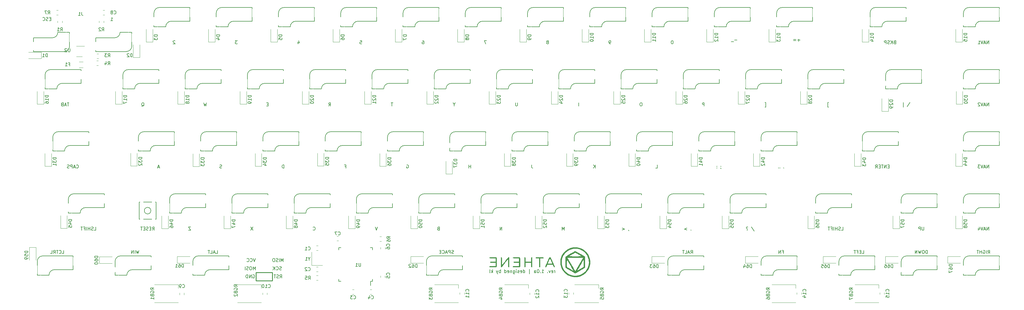
<source format=gbr>
%TF.GenerationSoftware,KiCad,Pcbnew,(5.99.0-2809-gaceed2b0a4)*%
%TF.CreationDate,2020-08-26T23:20:53-04:00*%
%TF.ProjectId,athene-pcb,61746865-6e65-42d7-9063-622e6b696361,rev?*%
%TF.SameCoordinates,Original*%
%TF.FileFunction,Legend,Bot*%
%TF.FilePolarity,Positive*%
%FSLAX46Y46*%
G04 Gerber Fmt 4.6, Leading zero omitted, Abs format (unit mm)*
G04 Created by KiCad (PCBNEW (5.99.0-2809-gaceed2b0a4)) date 2020-08-26 23:20:53*
%MOMM*%
%LPD*%
G01*
G04 APERTURE LIST*
%ADD10C,0.200000*%
%ADD11C,0.150000*%
%ADD12C,0.120000*%
%ADD13C,0.250000*%
%ADD14C,6.100000*%
%ADD15C,3.987800*%
%ADD16C,3.048000*%
%ADD17C,3.300000*%
%ADD18R,1.200000X0.900000*%
%ADD19R,2.550000X2.500000*%
%ADD20C,2.950000*%
%ADD21C,1.700000*%
%ADD22C,3.980180*%
%ADD23R,0.600000X1.450000*%
%ADD24R,0.300000X1.450000*%
%ADD25C,0.650000*%
%ADD26R,0.900000X1.200000*%
%ADD27R,1.500000X1.000000*%
%ADD28R,1.700000X1.700000*%
%ADD29C,2.550000*%
%ADD30R,1.200000X1.400000*%
%ADD31R,1.100000X1.800000*%
%ADD32R,1.060000X0.650000*%
%ADD33R,0.550000X1.500000*%
%ADD34R,1.500000X0.550000*%
G04 APERTURE END LIST*
D10*
X180005380Y-100020380D02*
X180005380Y-99353714D01*
X180005380Y-99544190D02*
X179957761Y-99448952D01*
X179910142Y-99401333D01*
X179814904Y-99353714D01*
X179719666Y-99353714D01*
X179005380Y-99972761D02*
X179100619Y-100020380D01*
X179291095Y-100020380D01*
X179386333Y-99972761D01*
X179433952Y-99877523D01*
X179433952Y-99496571D01*
X179386333Y-99401333D01*
X179291095Y-99353714D01*
X179100619Y-99353714D01*
X179005380Y-99401333D01*
X178957761Y-99496571D01*
X178957761Y-99591809D01*
X179433952Y-99687047D01*
X178624428Y-99353714D02*
X178386333Y-100020380D01*
X178148238Y-99353714D01*
X177767285Y-99925142D02*
X177719666Y-99972761D01*
X177767285Y-100020380D01*
X177814904Y-99972761D01*
X177767285Y-99925142D01*
X177767285Y-100020380D01*
X176005380Y-100020380D02*
X176576809Y-100020380D01*
X176291095Y-100020380D02*
X176291095Y-99020380D01*
X176386333Y-99163238D01*
X176481571Y-99258476D01*
X176576809Y-99306095D01*
X175576809Y-99925142D02*
X175529190Y-99972761D01*
X175576809Y-100020380D01*
X175624428Y-99972761D01*
X175576809Y-99925142D01*
X175576809Y-100020380D01*
X174910142Y-99020380D02*
X174814904Y-99020380D01*
X174719666Y-99068000D01*
X174672047Y-99115619D01*
X174624428Y-99210857D01*
X174576809Y-99401333D01*
X174576809Y-99639428D01*
X174624428Y-99829904D01*
X174672047Y-99925142D01*
X174719666Y-99972761D01*
X174814904Y-100020380D01*
X174910142Y-100020380D01*
X175005380Y-99972761D01*
X175053000Y-99925142D01*
X175100619Y-99829904D01*
X175148238Y-99639428D01*
X175148238Y-99401333D01*
X175100619Y-99210857D01*
X175053000Y-99115619D01*
X175005380Y-99068000D01*
X174910142Y-99020380D01*
X173719666Y-100020380D02*
X173719666Y-99496571D01*
X173767285Y-99401333D01*
X173862523Y-99353714D01*
X174053000Y-99353714D01*
X174148238Y-99401333D01*
X173719666Y-99972761D02*
X173814904Y-100020380D01*
X174053000Y-100020380D01*
X174148238Y-99972761D01*
X174195857Y-99877523D01*
X174195857Y-99782285D01*
X174148238Y-99687047D01*
X174053000Y-99639428D01*
X173814904Y-99639428D01*
X173719666Y-99591809D01*
X172243476Y-100353714D02*
X172243476Y-98925142D01*
X170338714Y-100020380D02*
X170338714Y-99020380D01*
X170338714Y-99972761D02*
X170433952Y-100020380D01*
X170624428Y-100020380D01*
X170719666Y-99972761D01*
X170767285Y-99925142D01*
X170814904Y-99829904D01*
X170814904Y-99544190D01*
X170767285Y-99448952D01*
X170719666Y-99401333D01*
X170624428Y-99353714D01*
X170433952Y-99353714D01*
X170338714Y-99401333D01*
X169481571Y-99972761D02*
X169576809Y-100020380D01*
X169767285Y-100020380D01*
X169862523Y-99972761D01*
X169910142Y-99877523D01*
X169910142Y-99496571D01*
X169862523Y-99401333D01*
X169767285Y-99353714D01*
X169576809Y-99353714D01*
X169481571Y-99401333D01*
X169433952Y-99496571D01*
X169433952Y-99591809D01*
X169910142Y-99687047D01*
X169053000Y-99972761D02*
X168957761Y-100020380D01*
X168767285Y-100020380D01*
X168672047Y-99972761D01*
X168624428Y-99877523D01*
X168624428Y-99829904D01*
X168672047Y-99734666D01*
X168767285Y-99687047D01*
X168910142Y-99687047D01*
X169005380Y-99639428D01*
X169053000Y-99544190D01*
X169053000Y-99496571D01*
X169005380Y-99401333D01*
X168910142Y-99353714D01*
X168767285Y-99353714D01*
X168672047Y-99401333D01*
X168195857Y-100020380D02*
X168195857Y-99353714D01*
X168195857Y-99020380D02*
X168243476Y-99068000D01*
X168195857Y-99115619D01*
X168148238Y-99068000D01*
X168195857Y-99020380D01*
X168195857Y-99115619D01*
X167291095Y-99353714D02*
X167291095Y-100163238D01*
X167338714Y-100258476D01*
X167386333Y-100306095D01*
X167481571Y-100353714D01*
X167624428Y-100353714D01*
X167719666Y-100306095D01*
X167291095Y-99972761D02*
X167386333Y-100020380D01*
X167576809Y-100020380D01*
X167672047Y-99972761D01*
X167719666Y-99925142D01*
X167767285Y-99829904D01*
X167767285Y-99544190D01*
X167719666Y-99448952D01*
X167672047Y-99401333D01*
X167576809Y-99353714D01*
X167386333Y-99353714D01*
X167291095Y-99401333D01*
X166814904Y-99353714D02*
X166814904Y-100020380D01*
X166814904Y-99448952D02*
X166767285Y-99401333D01*
X166672047Y-99353714D01*
X166529190Y-99353714D01*
X166433952Y-99401333D01*
X166386333Y-99496571D01*
X166386333Y-100020380D01*
X165529190Y-99972761D02*
X165624428Y-100020380D01*
X165814904Y-100020380D01*
X165910142Y-99972761D01*
X165957761Y-99877523D01*
X165957761Y-99496571D01*
X165910142Y-99401333D01*
X165814904Y-99353714D01*
X165624428Y-99353714D01*
X165529190Y-99401333D01*
X165481571Y-99496571D01*
X165481571Y-99591809D01*
X165957761Y-99687047D01*
X164624428Y-100020380D02*
X164624428Y-99020380D01*
X164624428Y-99972761D02*
X164719666Y-100020380D01*
X164910142Y-100020380D01*
X165005380Y-99972761D01*
X165053000Y-99925142D01*
X165100619Y-99829904D01*
X165100619Y-99544190D01*
X165053000Y-99448952D01*
X165005380Y-99401333D01*
X164910142Y-99353714D01*
X164719666Y-99353714D01*
X164624428Y-99401333D01*
X163386333Y-100020380D02*
X163386333Y-99020380D01*
X163386333Y-99401333D02*
X163291095Y-99353714D01*
X163100619Y-99353714D01*
X163005380Y-99401333D01*
X162957761Y-99448952D01*
X162910142Y-99544190D01*
X162910142Y-99829904D01*
X162957761Y-99925142D01*
X163005380Y-99972761D01*
X163100619Y-100020380D01*
X163291095Y-100020380D01*
X163386333Y-99972761D01*
X162576809Y-99353714D02*
X162338714Y-100020380D01*
X162100619Y-99353714D02*
X162338714Y-100020380D01*
X162433952Y-100258476D01*
X162481571Y-100306095D01*
X162576809Y-100353714D01*
X160957761Y-100020380D02*
X160957761Y-99020380D01*
X160862523Y-99639428D02*
X160576809Y-100020380D01*
X160576809Y-99353714D02*
X160957761Y-99734666D01*
X160005380Y-100020380D02*
X160100619Y-99972761D01*
X160148238Y-99877523D01*
X160148238Y-99020380D01*
D11*
%TO.C,D32*%
X53649255Y-64604464D02*
X52649255Y-64604464D01*
X52649255Y-64842559D01*
X52696875Y-64985416D01*
X52792113Y-65080654D01*
X52887351Y-65128273D01*
X53077827Y-65175892D01*
X53220684Y-65175892D01*
X53411160Y-65128273D01*
X53506398Y-65080654D01*
X53601636Y-64985416D01*
X53649255Y-64842559D01*
X53649255Y-64604464D01*
X52649255Y-65509226D02*
X52649255Y-66128273D01*
X53030208Y-65794940D01*
X53030208Y-65937797D01*
X53077827Y-66033035D01*
X53125446Y-66080654D01*
X53220684Y-66128273D01*
X53458779Y-66128273D01*
X53554017Y-66080654D01*
X53601636Y-66033035D01*
X53649255Y-65937797D01*
X53649255Y-65652083D01*
X53601636Y-65556845D01*
X53554017Y-65509226D01*
X52744494Y-66509226D02*
X52696875Y-66556845D01*
X52649255Y-66652083D01*
X52649255Y-66890178D01*
X52696875Y-66985416D01*
X52744494Y-67033035D01*
X52839732Y-67080654D01*
X52934970Y-67080654D01*
X53077827Y-67033035D01*
X53649255Y-66461607D01*
X53649255Y-67080654D01*
%TO.C,D13*%
X248896130Y-26566964D02*
X247896130Y-26566964D01*
X247896130Y-26805059D01*
X247943750Y-26947916D01*
X248038988Y-27043154D01*
X248134226Y-27090773D01*
X248324702Y-27138392D01*
X248467559Y-27138392D01*
X248658035Y-27090773D01*
X248753273Y-27043154D01*
X248848511Y-26947916D01*
X248896130Y-26805059D01*
X248896130Y-26566964D01*
X248896130Y-28090773D02*
X248896130Y-27519345D01*
X248896130Y-27805059D02*
X247896130Y-27805059D01*
X248038988Y-27709821D01*
X248134226Y-27614583D01*
X248181845Y-27519345D01*
X247896130Y-28424107D02*
X247896130Y-29043154D01*
X248277083Y-28709821D01*
X248277083Y-28852678D01*
X248324702Y-28947916D01*
X248372321Y-28995535D01*
X248467559Y-29043154D01*
X248705654Y-29043154D01*
X248800892Y-28995535D01*
X248848511Y-28947916D01*
X248896130Y-28852678D01*
X248896130Y-28566964D01*
X248848511Y-28471726D01*
X248800892Y-28424107D01*
%TO.C,C9*%
X66079666Y-104497142D02*
X66127285Y-104544761D01*
X66270142Y-104592380D01*
X66365380Y-104592380D01*
X66508238Y-104544761D01*
X66603476Y-104449523D01*
X66651095Y-104354285D01*
X66698714Y-104163809D01*
X66698714Y-104020952D01*
X66651095Y-103830476D01*
X66603476Y-103735238D01*
X66508238Y-103640000D01*
X66365380Y-103592380D01*
X66270142Y-103592380D01*
X66127285Y-103640000D01*
X66079666Y-103687619D01*
X65603476Y-104592380D02*
X65413000Y-104592380D01*
X65317761Y-104544761D01*
X65270142Y-104497142D01*
X65174904Y-104354285D01*
X65127285Y-104163809D01*
X65127285Y-103782857D01*
X65174904Y-103687619D01*
X65222523Y-103640000D01*
X65317761Y-103592380D01*
X65508238Y-103592380D01*
X65603476Y-103640000D01*
X65651095Y-103687619D01*
X65698714Y-103782857D01*
X65698714Y-104020952D01*
X65651095Y-104116190D01*
X65603476Y-104163809D01*
X65508238Y-104211428D01*
X65317761Y-104211428D01*
X65222523Y-104163809D01*
X65174904Y-104116190D01*
X65127285Y-104020952D01*
%TO.C,D30*%
X306220505Y-45616964D02*
X305220505Y-45616964D01*
X305220505Y-45855059D01*
X305268125Y-45997916D01*
X305363363Y-46093154D01*
X305458601Y-46140773D01*
X305649077Y-46188392D01*
X305791934Y-46188392D01*
X305982410Y-46140773D01*
X306077648Y-46093154D01*
X306172886Y-45997916D01*
X306220505Y-45855059D01*
X306220505Y-45616964D01*
X305220505Y-46521726D02*
X305220505Y-47140773D01*
X305601458Y-46807440D01*
X305601458Y-46950297D01*
X305649077Y-47045535D01*
X305696696Y-47093154D01*
X305791934Y-47140773D01*
X306030029Y-47140773D01*
X306125267Y-47093154D01*
X306172886Y-47045535D01*
X306220505Y-46950297D01*
X306220505Y-46664583D01*
X306172886Y-46569345D01*
X306125267Y-46521726D01*
X305220505Y-47759821D02*
X305220505Y-47855059D01*
X305268125Y-47950297D01*
X305315744Y-47997916D01*
X305410982Y-48045535D01*
X305601458Y-48093154D01*
X305839553Y-48093154D01*
X306030029Y-48045535D01*
X306125267Y-47997916D01*
X306172886Y-47950297D01*
X306220505Y-47855059D01*
X306220505Y-47759821D01*
X306172886Y-47664583D01*
X306125267Y-47616964D01*
X306030029Y-47569345D01*
X305839553Y-47521726D01*
X305601458Y-47521726D01*
X305410982Y-47569345D01*
X305315744Y-47616964D01*
X305268125Y-47664583D01*
X305220505Y-47759821D01*
%TO.C,C2*%
X104539041Y-99290517D02*
X104586660Y-99338136D01*
X104729517Y-99385755D01*
X104824755Y-99385755D01*
X104967613Y-99338136D01*
X105062851Y-99242898D01*
X105110470Y-99147660D01*
X105158089Y-98957184D01*
X105158089Y-98814327D01*
X105110470Y-98623851D01*
X105062851Y-98528613D01*
X104967613Y-98433375D01*
X104824755Y-98385755D01*
X104729517Y-98385755D01*
X104586660Y-98433375D01*
X104539041Y-98480994D01*
X104158089Y-98480994D02*
X104110470Y-98433375D01*
X104015232Y-98385755D01*
X103777136Y-98385755D01*
X103681898Y-98433375D01*
X103634279Y-98480994D01*
X103586660Y-98576232D01*
X103586660Y-98671470D01*
X103634279Y-98814327D01*
X104205708Y-99385755D01*
X103586660Y-99385755D01*
%TO.C,K54*%
X221662500Y-86875892D02*
X221614880Y-86923511D01*
X221662500Y-86971130D01*
X221710119Y-86923511D01*
X221662500Y-86875892D01*
X221662500Y-86971130D01*
X220424404Y-86304464D02*
X219662500Y-86590178D01*
X220424404Y-86875892D01*
%TO.C,D6*%
X115546130Y-27043154D02*
X114546130Y-27043154D01*
X114546130Y-27281250D01*
X114593750Y-27424107D01*
X114688988Y-27519345D01*
X114784226Y-27566964D01*
X114974702Y-27614583D01*
X115117559Y-27614583D01*
X115308035Y-27566964D01*
X115403273Y-27519345D01*
X115498511Y-27424107D01*
X115546130Y-27281250D01*
X115546130Y-27043154D01*
X114546130Y-28471726D02*
X114546130Y-28281250D01*
X114593750Y-28186011D01*
X114641369Y-28138392D01*
X114784226Y-28043154D01*
X114974702Y-27995535D01*
X115355654Y-27995535D01*
X115450892Y-28043154D01*
X115498511Y-28090773D01*
X115546130Y-28186011D01*
X115546130Y-28376488D01*
X115498511Y-28471726D01*
X115450892Y-28519345D01*
X115355654Y-28566964D01*
X115117559Y-28566964D01*
X115022321Y-28519345D01*
X114974702Y-28471726D01*
X114927083Y-28376488D01*
X114927083Y-28186011D01*
X114974702Y-28090773D01*
X115022321Y-28043154D01*
X115117559Y-27995535D01*
%TO.C,J1*%
X35258333Y-20089880D02*
X35258333Y-20804166D01*
X35305952Y-20947023D01*
X35401190Y-21042261D01*
X35544047Y-21089880D01*
X35639285Y-21089880D01*
X34258333Y-21089880D02*
X34829761Y-21089880D01*
X34544047Y-21089880D02*
X34544047Y-20089880D01*
X34639285Y-20232738D01*
X34734523Y-20327976D01*
X34829761Y-20375595D01*
%TO.C,D5*%
X96511755Y-27043154D02*
X95511755Y-27043154D01*
X95511755Y-27281250D01*
X95559375Y-27424107D01*
X95654613Y-27519345D01*
X95749851Y-27566964D01*
X95940327Y-27614583D01*
X96083184Y-27614583D01*
X96273660Y-27566964D01*
X96368898Y-27519345D01*
X96464136Y-27424107D01*
X96511755Y-27281250D01*
X96511755Y-27043154D01*
X95511755Y-28519345D02*
X95511755Y-28043154D01*
X95987946Y-27995535D01*
X95940327Y-28043154D01*
X95892708Y-28138392D01*
X95892708Y-28376488D01*
X95940327Y-28471726D01*
X95987946Y-28519345D01*
X96083184Y-28566964D01*
X96321279Y-28566964D01*
X96416517Y-28519345D01*
X96464136Y-28471726D01*
X96511755Y-28376488D01*
X96511755Y-28138392D01*
X96464136Y-28043154D01*
X96416517Y-27995535D01*
%TO.C,K14*%
X283979761Y-29297321D02*
X283836904Y-29344940D01*
X283789285Y-29392559D01*
X283741666Y-29487797D01*
X283741666Y-29630654D01*
X283789285Y-29725892D01*
X283836904Y-29773511D01*
X283932142Y-29821130D01*
X284313095Y-29821130D01*
X284313095Y-28821130D01*
X283979761Y-28821130D01*
X283884523Y-28868750D01*
X283836904Y-28916369D01*
X283789285Y-29011607D01*
X283789285Y-29106845D01*
X283836904Y-29202083D01*
X283884523Y-29249702D01*
X283979761Y-29297321D01*
X284313095Y-29297321D01*
X283313095Y-29821130D02*
X283313095Y-28821130D01*
X282741666Y-29821130D02*
X283170238Y-29249702D01*
X282741666Y-28821130D02*
X283313095Y-29392559D01*
X282360714Y-29773511D02*
X282217857Y-29821130D01*
X281979761Y-29821130D01*
X281884523Y-29773511D01*
X281836904Y-29725892D01*
X281789285Y-29630654D01*
X281789285Y-29535416D01*
X281836904Y-29440178D01*
X281884523Y-29392559D01*
X281979761Y-29344940D01*
X282170238Y-29297321D01*
X282265476Y-29249702D01*
X282313095Y-29202083D01*
X282360714Y-29106845D01*
X282360714Y-29011607D01*
X282313095Y-28916369D01*
X282265476Y-28868750D01*
X282170238Y-28821130D01*
X281932142Y-28821130D01*
X281789285Y-28868750D01*
X281360714Y-29821130D02*
X281360714Y-28821130D01*
X280979761Y-28821130D01*
X280884523Y-28868750D01*
X280836904Y-28916369D01*
X280789285Y-29011607D01*
X280789285Y-29154464D01*
X280836904Y-29249702D01*
X280884523Y-29297321D01*
X280979761Y-29344940D01*
X281360714Y-29344940D01*
%TO.C,D3*%
X58396130Y-27043154D02*
X57396130Y-27043154D01*
X57396130Y-27281250D01*
X57443750Y-27424107D01*
X57538988Y-27519345D01*
X57634226Y-27566964D01*
X57824702Y-27614583D01*
X57967559Y-27614583D01*
X58158035Y-27566964D01*
X58253273Y-27519345D01*
X58348511Y-27424107D01*
X58396130Y-27281250D01*
X58396130Y-27043154D01*
X57396130Y-27947916D02*
X57396130Y-28566964D01*
X57777083Y-28233630D01*
X57777083Y-28376488D01*
X57824702Y-28471726D01*
X57872321Y-28519345D01*
X57967559Y-28566964D01*
X58205654Y-28566964D01*
X58300892Y-28519345D01*
X58348511Y-28471726D01*
X58396130Y-28376488D01*
X58396130Y-28090773D01*
X58348511Y-27995535D01*
X58300892Y-27947916D01*
%TO.C,D40*%
X206049255Y-64666964D02*
X205049255Y-64666964D01*
X205049255Y-64905059D01*
X205096875Y-65047916D01*
X205192113Y-65143154D01*
X205287351Y-65190773D01*
X205477827Y-65238392D01*
X205620684Y-65238392D01*
X205811160Y-65190773D01*
X205906398Y-65143154D01*
X206001636Y-65047916D01*
X206049255Y-64905059D01*
X206049255Y-64666964D01*
X205382589Y-66095535D02*
X206049255Y-66095535D01*
X205001636Y-65857440D02*
X205715922Y-65619345D01*
X205715922Y-66238392D01*
X205049255Y-66809821D02*
X205049255Y-66905059D01*
X205096875Y-67000297D01*
X205144494Y-67047916D01*
X205239732Y-67095535D01*
X205430208Y-67143154D01*
X205668303Y-67143154D01*
X205858779Y-67095535D01*
X205954017Y-67047916D01*
X206001636Y-67000297D01*
X206049255Y-66905059D01*
X206049255Y-66809821D01*
X206001636Y-66714583D01*
X205954017Y-66666964D01*
X205858779Y-66619345D01*
X205668303Y-66571726D01*
X205430208Y-66571726D01*
X205239732Y-66619345D01*
X205144494Y-66666964D01*
X205096875Y-66714583D01*
X205049255Y-66809821D01*
%TO.C,D7*%
X134611755Y-27043154D02*
X133611755Y-27043154D01*
X133611755Y-27281250D01*
X133659375Y-27424107D01*
X133754613Y-27519345D01*
X133849851Y-27566964D01*
X134040327Y-27614583D01*
X134183184Y-27614583D01*
X134373660Y-27566964D01*
X134468898Y-27519345D01*
X134564136Y-27424107D01*
X134611755Y-27281250D01*
X134611755Y-27043154D01*
X133611755Y-27947916D02*
X133611755Y-28614583D01*
X134611755Y-28186011D01*
%TO.C,K58*%
X312769047Y-86971130D02*
X312769047Y-85971130D01*
X312197619Y-86971130D01*
X312197619Y-85971130D01*
X311769047Y-86685416D02*
X311292857Y-86685416D01*
X311864285Y-86971130D02*
X311530952Y-85971130D01*
X311197619Y-86971130D01*
X311007142Y-85971130D02*
X310673809Y-86971130D01*
X310340476Y-85971130D01*
X309578571Y-86304464D02*
X309578571Y-86971130D01*
X309816666Y-85923511D02*
X310054761Y-86637797D01*
X309435714Y-86637797D01*
%TO.C,K24*%
X187325000Y-48871130D02*
X187325000Y-47871130D01*
%TO.C,D25*%
X201445505Y-45616964D02*
X200445505Y-45616964D01*
X200445505Y-45855059D01*
X200493125Y-45997916D01*
X200588363Y-46093154D01*
X200683601Y-46140773D01*
X200874077Y-46188392D01*
X201016934Y-46188392D01*
X201207410Y-46140773D01*
X201302648Y-46093154D01*
X201397886Y-45997916D01*
X201445505Y-45855059D01*
X201445505Y-45616964D01*
X200540744Y-46569345D02*
X200493125Y-46616964D01*
X200445505Y-46712202D01*
X200445505Y-46950297D01*
X200493125Y-47045535D01*
X200540744Y-47093154D01*
X200635982Y-47140773D01*
X200731220Y-47140773D01*
X200874077Y-47093154D01*
X201445505Y-46521726D01*
X201445505Y-47140773D01*
X200445505Y-48045535D02*
X200445505Y-47569345D01*
X200921696Y-47521726D01*
X200874077Y-47569345D01*
X200826458Y-47664583D01*
X200826458Y-47902678D01*
X200874077Y-47997916D01*
X200921696Y-48045535D01*
X201016934Y-48093154D01*
X201255029Y-48093154D01*
X201350267Y-48045535D01*
X201397886Y-47997916D01*
X201445505Y-47902678D01*
X201445505Y-47664583D01*
X201397886Y-47569345D01*
X201350267Y-47521726D01*
%TO.C,D27*%
X239545505Y-45616964D02*
X238545505Y-45616964D01*
X238545505Y-45855059D01*
X238593125Y-45997916D01*
X238688363Y-46093154D01*
X238783601Y-46140773D01*
X238974077Y-46188392D01*
X239116934Y-46188392D01*
X239307410Y-46140773D01*
X239402648Y-46093154D01*
X239497886Y-45997916D01*
X239545505Y-45855059D01*
X239545505Y-45616964D01*
X238640744Y-46569345D02*
X238593125Y-46616964D01*
X238545505Y-46712202D01*
X238545505Y-46950297D01*
X238593125Y-47045535D01*
X238640744Y-47093154D01*
X238735982Y-47140773D01*
X238831220Y-47140773D01*
X238974077Y-47093154D01*
X239545505Y-46521726D01*
X239545505Y-47140773D01*
X238545505Y-47474107D02*
X238545505Y-48140773D01*
X239545505Y-47712202D01*
%TO.C,D43*%
X275127980Y-64774914D02*
X274127980Y-64774914D01*
X274127980Y-65013009D01*
X274175600Y-65155866D01*
X274270838Y-65251104D01*
X274366076Y-65298723D01*
X274556552Y-65346342D01*
X274699409Y-65346342D01*
X274889885Y-65298723D01*
X274985123Y-65251104D01*
X275080361Y-65155866D01*
X275127980Y-65013009D01*
X275127980Y-64774914D01*
X274461314Y-66203485D02*
X275127980Y-66203485D01*
X274080361Y-65965390D02*
X274794647Y-65727295D01*
X274794647Y-66346342D01*
X274127980Y-66632057D02*
X274127980Y-67251104D01*
X274508933Y-66917771D01*
X274508933Y-67060628D01*
X274556552Y-67155866D01*
X274604171Y-67203485D01*
X274699409Y-67251104D01*
X274937504Y-67251104D01*
X275032742Y-67203485D01*
X275080361Y-67155866D01*
X275127980Y-67060628D01*
X275127980Y-66774914D01*
X275080361Y-66679676D01*
X275032742Y-66632057D01*
%TO.C,C6*%
X129389142Y-91781333D02*
X129436761Y-91733714D01*
X129484380Y-91590857D01*
X129484380Y-91495619D01*
X129436761Y-91352761D01*
X129341523Y-91257523D01*
X129246285Y-91209904D01*
X129055809Y-91162285D01*
X128912952Y-91162285D01*
X128722476Y-91209904D01*
X128627238Y-91257523D01*
X128532000Y-91352761D01*
X128484380Y-91495619D01*
X128484380Y-91590857D01*
X128532000Y-91733714D01*
X128579619Y-91781333D01*
X128484380Y-92638476D02*
X128484380Y-92448000D01*
X128532000Y-92352761D01*
X128579619Y-92305142D01*
X128722476Y-92209904D01*
X128912952Y-92162285D01*
X129293904Y-92162285D01*
X129389142Y-92209904D01*
X129436761Y-92257523D01*
X129484380Y-92352761D01*
X129484380Y-92543238D01*
X129436761Y-92638476D01*
X129389142Y-92686095D01*
X129293904Y-92733714D01*
X129055809Y-92733714D01*
X128960571Y-92686095D01*
X128912952Y-92638476D01*
X128865333Y-92543238D01*
X128865333Y-92352761D01*
X128912952Y-92257523D01*
X128960571Y-92209904D01*
X129055809Y-92162285D01*
%TO.C,K51*%
X163798214Y-86971130D02*
X163798214Y-85971130D01*
X163226785Y-86971130D01*
X163226785Y-85971130D01*
%TO.C,D2*%
X50674495Y-33777180D02*
X50674495Y-32777180D01*
X50436400Y-32777180D01*
X50293542Y-32824800D01*
X50198304Y-32920038D01*
X50150685Y-33015276D01*
X50103066Y-33205752D01*
X50103066Y-33348609D01*
X50150685Y-33539085D01*
X50198304Y-33634323D01*
X50293542Y-33729561D01*
X50436400Y-33777180D01*
X50674495Y-33777180D01*
X49722114Y-32872419D02*
X49674495Y-32824800D01*
X49579257Y-32777180D01*
X49341161Y-32777180D01*
X49245923Y-32824800D01*
X49198304Y-32872419D01*
X49150685Y-32967657D01*
X49150685Y-33062895D01*
X49198304Y-33205752D01*
X49769733Y-33777180D01*
X49150685Y-33777180D01*
%TO.C,K22*%
X149225000Y-48394940D02*
X149225000Y-48871130D01*
X149558333Y-47871130D02*
X149225000Y-48394940D01*
X148891666Y-47871130D01*
%TO.C,D49*%
X120324255Y-83716964D02*
X119324255Y-83716964D01*
X119324255Y-83955059D01*
X119371875Y-84097916D01*
X119467113Y-84193154D01*
X119562351Y-84240773D01*
X119752827Y-84288392D01*
X119895684Y-84288392D01*
X120086160Y-84240773D01*
X120181398Y-84193154D01*
X120276636Y-84097916D01*
X120324255Y-83955059D01*
X120324255Y-83716964D01*
X119657589Y-85145535D02*
X120324255Y-85145535D01*
X119276636Y-84907440D02*
X119990922Y-84669345D01*
X119990922Y-85288392D01*
X120324255Y-85716964D02*
X120324255Y-85907440D01*
X120276636Y-86002678D01*
X120229017Y-86050297D01*
X120086160Y-86145535D01*
X119895684Y-86193154D01*
X119514732Y-86193154D01*
X119419494Y-86145535D01*
X119371875Y-86097916D01*
X119324255Y-86002678D01*
X119324255Y-85812202D01*
X119371875Y-85716964D01*
X119419494Y-85669345D01*
X119514732Y-85621726D01*
X119752827Y-85621726D01*
X119848065Y-85669345D01*
X119895684Y-85716964D01*
X119943303Y-85812202D01*
X119943303Y-86002678D01*
X119895684Y-86097916D01*
X119848065Y-86145535D01*
X119752827Y-86193154D01*
%TO.C,K59*%
X29257440Y-94114880D02*
X29733630Y-94114880D01*
X29733630Y-93114880D01*
X28352678Y-94019642D02*
X28400297Y-94067261D01*
X28543154Y-94114880D01*
X28638392Y-94114880D01*
X28781250Y-94067261D01*
X28876488Y-93972023D01*
X28924107Y-93876785D01*
X28971726Y-93686309D01*
X28971726Y-93543452D01*
X28924107Y-93352976D01*
X28876488Y-93257738D01*
X28781250Y-93162500D01*
X28638392Y-93114880D01*
X28543154Y-93114880D01*
X28400297Y-93162500D01*
X28352678Y-93210119D01*
X28066964Y-93114880D02*
X27495535Y-93114880D01*
X27781250Y-94114880D02*
X27781250Y-93114880D01*
X26590773Y-94114880D02*
X26924107Y-93638690D01*
X27162202Y-94114880D02*
X27162202Y-93114880D01*
X26781250Y-93114880D01*
X26686011Y-93162500D01*
X26638392Y-93210119D01*
X26590773Y-93305357D01*
X26590773Y-93448214D01*
X26638392Y-93543452D01*
X26686011Y-93591071D01*
X26781250Y-93638690D01*
X27162202Y-93638690D01*
X25686011Y-94114880D02*
X26162202Y-94114880D01*
X26162202Y-93114880D01*
%TO.C,K15*%
X312769047Y-29821130D02*
X312769047Y-28821130D01*
X312197619Y-29821130D01*
X312197619Y-28821130D01*
X311769047Y-29535416D02*
X311292857Y-29535416D01*
X311864285Y-29821130D02*
X311530952Y-28821130D01*
X311197619Y-29821130D01*
X311007142Y-28821130D02*
X310673809Y-29821130D01*
X310340476Y-28821130D01*
X309483333Y-29821130D02*
X310054761Y-29821130D01*
X309769047Y-29821130D02*
X309769047Y-28821130D01*
X309864285Y-28963988D01*
X309959523Y-29059226D01*
X310054761Y-29106845D01*
%TO.C,D50*%
X139374255Y-83716964D02*
X138374255Y-83716964D01*
X138374255Y-83955059D01*
X138421875Y-84097916D01*
X138517113Y-84193154D01*
X138612351Y-84240773D01*
X138802827Y-84288392D01*
X138945684Y-84288392D01*
X139136160Y-84240773D01*
X139231398Y-84193154D01*
X139326636Y-84097916D01*
X139374255Y-83955059D01*
X139374255Y-83716964D01*
X138374255Y-85193154D02*
X138374255Y-84716964D01*
X138850446Y-84669345D01*
X138802827Y-84716964D01*
X138755208Y-84812202D01*
X138755208Y-85050297D01*
X138802827Y-85145535D01*
X138850446Y-85193154D01*
X138945684Y-85240773D01*
X139183779Y-85240773D01*
X139279017Y-85193154D01*
X139326636Y-85145535D01*
X139374255Y-85050297D01*
X139374255Y-84812202D01*
X139326636Y-84716964D01*
X139279017Y-84669345D01*
X138374255Y-85859821D02*
X138374255Y-85955059D01*
X138421875Y-86050297D01*
X138469494Y-86097916D01*
X138564732Y-86145535D01*
X138755208Y-86193154D01*
X138993303Y-86193154D01*
X139183779Y-86145535D01*
X139279017Y-86097916D01*
X139326636Y-86050297D01*
X139374255Y-85955059D01*
X139374255Y-85859821D01*
X139326636Y-85764583D01*
X139279017Y-85716964D01*
X139183779Y-85669345D01*
X138993303Y-85621726D01*
X138755208Y-85621726D01*
X138564732Y-85669345D01*
X138469494Y-85716964D01*
X138421875Y-85764583D01*
X138374255Y-85859821D01*
%TO.C,D1*%
X24766495Y-33777180D02*
X24766495Y-32777180D01*
X24528400Y-32777180D01*
X24385542Y-32824800D01*
X24290304Y-32920038D01*
X24242685Y-33015276D01*
X24195066Y-33205752D01*
X24195066Y-33348609D01*
X24242685Y-33539085D01*
X24290304Y-33634323D01*
X24385542Y-33729561D01*
X24528400Y-33777180D01*
X24766495Y-33777180D01*
X23242685Y-33777180D02*
X23814114Y-33777180D01*
X23528400Y-33777180D02*
X23528400Y-32777180D01*
X23623638Y-32920038D01*
X23718876Y-33015276D01*
X23814114Y-33062895D01*
%TO.C,K6*%
X120411904Y-28821130D02*
X120888095Y-28821130D01*
X120935714Y-29297321D01*
X120888095Y-29249702D01*
X120792857Y-29202083D01*
X120554761Y-29202083D01*
X120459523Y-29249702D01*
X120411904Y-29297321D01*
X120364285Y-29392559D01*
X120364285Y-29630654D01*
X120411904Y-29725892D01*
X120459523Y-29773511D01*
X120554761Y-29821130D01*
X120792857Y-29821130D01*
X120888095Y-29773511D01*
X120935714Y-29725892D01*
%TO.C,K55*%
X240093452Y-85923511D02*
X240950595Y-87209226D01*
X238855357Y-86875892D02*
X238807738Y-86923511D01*
X238855357Y-86971130D01*
X238902976Y-86923511D01*
X238855357Y-86875892D01*
X238855357Y-86971130D01*
X239045833Y-86018750D02*
X238950595Y-85971130D01*
X238712500Y-85971130D01*
X238617261Y-86018750D01*
X238569642Y-86113988D01*
X238569642Y-86209226D01*
X238617261Y-86304464D01*
X238664880Y-86352083D01*
X238760119Y-86399702D01*
X238807738Y-86447321D01*
X238855357Y-86542559D01*
X238855357Y-86590178D01*
%TO.C,D38*%
X167949255Y-64666964D02*
X166949255Y-64666964D01*
X166949255Y-64905059D01*
X166996875Y-65047916D01*
X167092113Y-65143154D01*
X167187351Y-65190773D01*
X167377827Y-65238392D01*
X167520684Y-65238392D01*
X167711160Y-65190773D01*
X167806398Y-65143154D01*
X167901636Y-65047916D01*
X167949255Y-64905059D01*
X167949255Y-64666964D01*
X166949255Y-65571726D02*
X166949255Y-66190773D01*
X167330208Y-65857440D01*
X167330208Y-66000297D01*
X167377827Y-66095535D01*
X167425446Y-66143154D01*
X167520684Y-66190773D01*
X167758779Y-66190773D01*
X167854017Y-66143154D01*
X167901636Y-66095535D01*
X167949255Y-66000297D01*
X167949255Y-65714583D01*
X167901636Y-65619345D01*
X167854017Y-65571726D01*
X167377827Y-66762202D02*
X167330208Y-66666964D01*
X167282589Y-66619345D01*
X167187351Y-66571726D01*
X167139732Y-66571726D01*
X167044494Y-66619345D01*
X166996875Y-66666964D01*
X166949255Y-66762202D01*
X166949255Y-66952678D01*
X166996875Y-67047916D01*
X167044494Y-67095535D01*
X167139732Y-67143154D01*
X167187351Y-67143154D01*
X167282589Y-67095535D01*
X167330208Y-67047916D01*
X167377827Y-66952678D01*
X167377827Y-66762202D01*
X167425446Y-66666964D01*
X167473065Y-66619345D01*
X167568303Y-66571726D01*
X167758779Y-66571726D01*
X167854017Y-66619345D01*
X167901636Y-66666964D01*
X167949255Y-66762202D01*
X167949255Y-66952678D01*
X167901636Y-67047916D01*
X167854017Y-67095535D01*
X167758779Y-67143154D01*
X167568303Y-67143154D01*
X167473065Y-67095535D01*
X167425446Y-67047916D01*
X167377827Y-66952678D01*
%TO.C,D36*%
X129849255Y-64666964D02*
X128849255Y-64666964D01*
X128849255Y-64905059D01*
X128896875Y-65047916D01*
X128992113Y-65143154D01*
X129087351Y-65190773D01*
X129277827Y-65238392D01*
X129420684Y-65238392D01*
X129611160Y-65190773D01*
X129706398Y-65143154D01*
X129801636Y-65047916D01*
X129849255Y-64905059D01*
X129849255Y-64666964D01*
X128849255Y-65571726D02*
X128849255Y-66190773D01*
X129230208Y-65857440D01*
X129230208Y-66000297D01*
X129277827Y-66095535D01*
X129325446Y-66143154D01*
X129420684Y-66190773D01*
X129658779Y-66190773D01*
X129754017Y-66143154D01*
X129801636Y-66095535D01*
X129849255Y-66000297D01*
X129849255Y-65714583D01*
X129801636Y-65619345D01*
X129754017Y-65571726D01*
X128849255Y-67047916D02*
X128849255Y-66857440D01*
X128896875Y-66762202D01*
X128944494Y-66714583D01*
X129087351Y-66619345D01*
X129277827Y-66571726D01*
X129658779Y-66571726D01*
X129754017Y-66619345D01*
X129801636Y-66666964D01*
X129849255Y-66762202D01*
X129849255Y-66952678D01*
X129801636Y-67047916D01*
X129754017Y-67095535D01*
X129658779Y-67143154D01*
X129420684Y-67143154D01*
X129325446Y-67095535D01*
X129277827Y-67047916D01*
X129230208Y-66952678D01*
X129230208Y-66762202D01*
X129277827Y-66666964D01*
X129325446Y-66619345D01*
X129420684Y-66571726D01*
%TO.C,K9*%
X177895238Y-29249702D02*
X177990476Y-29202083D01*
X178038095Y-29154464D01*
X178085714Y-29059226D01*
X178085714Y-29011607D01*
X178038095Y-28916369D01*
X177990476Y-28868750D01*
X177895238Y-28821130D01*
X177704761Y-28821130D01*
X177609523Y-28868750D01*
X177561904Y-28916369D01*
X177514285Y-29011607D01*
X177514285Y-29059226D01*
X177561904Y-29154464D01*
X177609523Y-29202083D01*
X177704761Y-29249702D01*
X177895238Y-29249702D01*
X177990476Y-29297321D01*
X178038095Y-29344940D01*
X178085714Y-29440178D01*
X178085714Y-29630654D01*
X178038095Y-29725892D01*
X177990476Y-29773511D01*
X177895238Y-29821130D01*
X177704761Y-29821130D01*
X177609523Y-29773511D01*
X177561904Y-29725892D01*
X177514285Y-29630654D01*
X177514285Y-29440178D01*
X177561904Y-29344940D01*
X177609523Y-29297321D01*
X177704761Y-29249702D01*
%TO.C,K53*%
X202564880Y-86923511D02*
X202564880Y-86971130D01*
X202612500Y-87066369D01*
X202660119Y-87113988D01*
X200612500Y-86304464D02*
X201374404Y-86590178D01*
X200612500Y-86875892D01*
%TO.C,RGB3*%
X142533630Y-105195833D02*
X142057440Y-104862500D01*
X142533630Y-104624404D02*
X141533630Y-104624404D01*
X141533630Y-105005357D01*
X141581250Y-105100595D01*
X141628869Y-105148214D01*
X141724107Y-105195833D01*
X141866964Y-105195833D01*
X141962202Y-105148214D01*
X142009821Y-105100595D01*
X142057440Y-105005357D01*
X142057440Y-104624404D01*
X141581250Y-106148214D02*
X141533630Y-106052976D01*
X141533630Y-105910119D01*
X141581250Y-105767261D01*
X141676488Y-105672023D01*
X141771726Y-105624404D01*
X141962202Y-105576785D01*
X142105059Y-105576785D01*
X142295535Y-105624404D01*
X142390773Y-105672023D01*
X142486011Y-105767261D01*
X142533630Y-105910119D01*
X142533630Y-106005357D01*
X142486011Y-106148214D01*
X142438392Y-106195833D01*
X142105059Y-106195833D01*
X142105059Y-106005357D01*
X142009821Y-106957738D02*
X142057440Y-107100595D01*
X142105059Y-107148214D01*
X142200297Y-107195833D01*
X142343154Y-107195833D01*
X142438392Y-107148214D01*
X142486011Y-107100595D01*
X142533630Y-107005357D01*
X142533630Y-106624404D01*
X141533630Y-106624404D01*
X141533630Y-106957738D01*
X141581250Y-107052976D01*
X141628869Y-107100595D01*
X141724107Y-107148214D01*
X141819345Y-107148214D01*
X141914583Y-107100595D01*
X141962202Y-107052976D01*
X142009821Y-106957738D01*
X142009821Y-106624404D01*
X141533630Y-107529166D02*
X141533630Y-108148214D01*
X141914583Y-107814880D01*
X141914583Y-107957738D01*
X141962202Y-108052976D01*
X142009821Y-108100595D01*
X142105059Y-108148214D01*
X142343154Y-108148214D01*
X142438392Y-108100595D01*
X142486011Y-108052976D01*
X142533630Y-107957738D01*
X142533630Y-107672023D01*
X142486011Y-107576785D01*
X142438392Y-107529166D01*
%TO.C,K31*%
X33638988Y-67825892D02*
X33686607Y-67873511D01*
X33829464Y-67921130D01*
X33924702Y-67921130D01*
X34067559Y-67873511D01*
X34162797Y-67778273D01*
X34210416Y-67683035D01*
X34258035Y-67492559D01*
X34258035Y-67349702D01*
X34210416Y-67159226D01*
X34162797Y-67063988D01*
X34067559Y-66968750D01*
X33924702Y-66921130D01*
X33829464Y-66921130D01*
X33686607Y-66968750D01*
X33638988Y-67016369D01*
X33258035Y-67635416D02*
X32781845Y-67635416D01*
X33353273Y-67921130D02*
X33019940Y-66921130D01*
X32686607Y-67921130D01*
X32353273Y-67921130D02*
X32353273Y-66921130D01*
X31972321Y-66921130D01*
X31877083Y-66968750D01*
X31829464Y-67016369D01*
X31781845Y-67111607D01*
X31781845Y-67254464D01*
X31829464Y-67349702D01*
X31877083Y-67397321D01*
X31972321Y-67444940D01*
X32353273Y-67444940D01*
X31400892Y-67873511D02*
X31258035Y-67921130D01*
X31019940Y-67921130D01*
X30924702Y-67873511D01*
X30877083Y-67825892D01*
X30829464Y-67730654D01*
X30829464Y-67635416D01*
X30877083Y-67540178D01*
X30924702Y-67492559D01*
X31019940Y-67444940D01*
X31210416Y-67397321D01*
X31305654Y-67349702D01*
X31353273Y-67302083D01*
X31400892Y-67206845D01*
X31400892Y-67111607D01*
X31353273Y-67016369D01*
X31305654Y-66968750D01*
X31210416Y-66921130D01*
X30972321Y-66921130D01*
X30829464Y-66968750D01*
%TO.C,D46*%
X63174255Y-83716964D02*
X62174255Y-83716964D01*
X62174255Y-83955059D01*
X62221875Y-84097916D01*
X62317113Y-84193154D01*
X62412351Y-84240773D01*
X62602827Y-84288392D01*
X62745684Y-84288392D01*
X62936160Y-84240773D01*
X63031398Y-84193154D01*
X63126636Y-84097916D01*
X63174255Y-83955059D01*
X63174255Y-83716964D01*
X62507589Y-85145535D02*
X63174255Y-85145535D01*
X62126636Y-84907440D02*
X62840922Y-84669345D01*
X62840922Y-85288392D01*
X62174255Y-86097916D02*
X62174255Y-85907440D01*
X62221875Y-85812202D01*
X62269494Y-85764583D01*
X62412351Y-85669345D01*
X62602827Y-85621726D01*
X62983779Y-85621726D01*
X63079017Y-85669345D01*
X63126636Y-85716964D01*
X63174255Y-85812202D01*
X63174255Y-86002678D01*
X63126636Y-86097916D01*
X63079017Y-86145535D01*
X62983779Y-86193154D01*
X62745684Y-86193154D01*
X62650446Y-86145535D01*
X62602827Y-86097916D01*
X62555208Y-86002678D01*
X62555208Y-85812202D01*
X62602827Y-85716964D01*
X62650446Y-85669345D01*
X62745684Y-85621726D01*
%TO.C,D16*%
X25074255Y-45616964D02*
X24074255Y-45616964D01*
X24074255Y-45855059D01*
X24121875Y-45997916D01*
X24217113Y-46093154D01*
X24312351Y-46140773D01*
X24502827Y-46188392D01*
X24645684Y-46188392D01*
X24836160Y-46140773D01*
X24931398Y-46093154D01*
X25026636Y-45997916D01*
X25074255Y-45855059D01*
X25074255Y-45616964D01*
X25074255Y-47140773D02*
X25074255Y-46569345D01*
X25074255Y-46855059D02*
X24074255Y-46855059D01*
X24217113Y-46759821D01*
X24312351Y-46664583D01*
X24359970Y-46569345D01*
X24074255Y-47997916D02*
X24074255Y-47807440D01*
X24121875Y-47712202D01*
X24169494Y-47664583D01*
X24312351Y-47569345D01*
X24502827Y-47521726D01*
X24883779Y-47521726D01*
X24979017Y-47569345D01*
X25026636Y-47616964D01*
X25074255Y-47712202D01*
X25074255Y-47902678D01*
X25026636Y-47997916D01*
X24979017Y-48045535D01*
X24883779Y-48093154D01*
X24645684Y-48093154D01*
X24550446Y-48045535D01*
X24502827Y-47997916D01*
X24455208Y-47902678D01*
X24455208Y-47712202D01*
X24502827Y-47616964D01*
X24550446Y-47569345D01*
X24645684Y-47521726D01*
%TO.C,R4*%
X43273970Y-36226337D02*
X43607304Y-35750147D01*
X43845399Y-36226337D02*
X43845399Y-35226337D01*
X43464446Y-35226337D01*
X43369208Y-35273957D01*
X43321589Y-35321576D01*
X43273970Y-35416814D01*
X43273970Y-35559671D01*
X43321589Y-35654909D01*
X43369208Y-35702528D01*
X43464446Y-35750147D01*
X43845399Y-35750147D01*
X42416827Y-35559671D02*
X42416827Y-36226337D01*
X42654923Y-35178718D02*
X42893018Y-35893004D01*
X42273970Y-35893004D01*
%TO.C,K28*%
X263715476Y-49204464D02*
X263477380Y-49204464D01*
X263477380Y-47775892D01*
X263715476Y-47775892D01*
%TO.C,D39*%
X186999255Y-64666964D02*
X185999255Y-64666964D01*
X185999255Y-64905059D01*
X186046875Y-65047916D01*
X186142113Y-65143154D01*
X186237351Y-65190773D01*
X186427827Y-65238392D01*
X186570684Y-65238392D01*
X186761160Y-65190773D01*
X186856398Y-65143154D01*
X186951636Y-65047916D01*
X186999255Y-64905059D01*
X186999255Y-64666964D01*
X185999255Y-65571726D02*
X185999255Y-66190773D01*
X186380208Y-65857440D01*
X186380208Y-66000297D01*
X186427827Y-66095535D01*
X186475446Y-66143154D01*
X186570684Y-66190773D01*
X186808779Y-66190773D01*
X186904017Y-66143154D01*
X186951636Y-66095535D01*
X186999255Y-66000297D01*
X186999255Y-65714583D01*
X186951636Y-65619345D01*
X186904017Y-65571726D01*
X186999255Y-66666964D02*
X186999255Y-66857440D01*
X186951636Y-66952678D01*
X186904017Y-67000297D01*
X186761160Y-67095535D01*
X186570684Y-67143154D01*
X186189732Y-67143154D01*
X186094494Y-67095535D01*
X186046875Y-67047916D01*
X185999255Y-66952678D01*
X185999255Y-66762202D01*
X186046875Y-66666964D01*
X186094494Y-66619345D01*
X186189732Y-66571726D01*
X186427827Y-66571726D01*
X186523065Y-66619345D01*
X186570684Y-66666964D01*
X186618303Y-66762202D01*
X186618303Y-66952678D01*
X186570684Y-67047916D01*
X186523065Y-67095535D01*
X186427827Y-67143154D01*
%TO.C,D58*%
X306061755Y-83716964D02*
X305061755Y-83716964D01*
X305061755Y-83955059D01*
X305109375Y-84097916D01*
X305204613Y-84193154D01*
X305299851Y-84240773D01*
X305490327Y-84288392D01*
X305633184Y-84288392D01*
X305823660Y-84240773D01*
X305918898Y-84193154D01*
X306014136Y-84097916D01*
X306061755Y-83955059D01*
X306061755Y-83716964D01*
X305061755Y-85193154D02*
X305061755Y-84716964D01*
X305537946Y-84669345D01*
X305490327Y-84716964D01*
X305442708Y-84812202D01*
X305442708Y-85050297D01*
X305490327Y-85145535D01*
X305537946Y-85193154D01*
X305633184Y-85240773D01*
X305871279Y-85240773D01*
X305966517Y-85193154D01*
X306014136Y-85145535D01*
X306061755Y-85050297D01*
X306061755Y-84812202D01*
X306014136Y-84716964D01*
X305966517Y-84669345D01*
X305490327Y-85812202D02*
X305442708Y-85716964D01*
X305395089Y-85669345D01*
X305299851Y-85621726D01*
X305252232Y-85621726D01*
X305156994Y-85669345D01*
X305109375Y-85716964D01*
X305061755Y-85812202D01*
X305061755Y-86002678D01*
X305109375Y-86097916D01*
X305156994Y-86145535D01*
X305252232Y-86193154D01*
X305299851Y-86193154D01*
X305395089Y-86145535D01*
X305442708Y-86097916D01*
X305490327Y-86002678D01*
X305490327Y-85812202D01*
X305537946Y-85716964D01*
X305585565Y-85669345D01*
X305680803Y-85621726D01*
X305871279Y-85621726D01*
X305966517Y-85669345D01*
X306014136Y-85716964D01*
X306061755Y-85812202D01*
X306061755Y-86002678D01*
X306014136Y-86097916D01*
X305966517Y-86145535D01*
X305871279Y-86193154D01*
X305680803Y-86193154D01*
X305585565Y-86145535D01*
X305537946Y-86097916D01*
X305490327Y-86002678D01*
%TO.C,K30*%
X312769047Y-48871130D02*
X312769047Y-47871130D01*
X312197619Y-48871130D01*
X312197619Y-47871130D01*
X311769047Y-48585416D02*
X311292857Y-48585416D01*
X311864285Y-48871130D02*
X311530952Y-47871130D01*
X311197619Y-48871130D01*
X311007142Y-47871130D02*
X310673809Y-48871130D01*
X310340476Y-47871130D01*
X310054761Y-47966369D02*
X310007142Y-47918750D01*
X309911904Y-47871130D01*
X309673809Y-47871130D01*
X309578571Y-47918750D01*
X309530952Y-47966369D01*
X309483333Y-48061607D01*
X309483333Y-48156845D01*
X309530952Y-48299702D01*
X310102380Y-48871130D01*
X309483333Y-48871130D01*
%TO.C,R5*%
X104560666Y-102052380D02*
X104894000Y-101576190D01*
X105132095Y-102052380D02*
X105132095Y-101052380D01*
X104751142Y-101052380D01*
X104655904Y-101100000D01*
X104608285Y-101147619D01*
X104560666Y-101242857D01*
X104560666Y-101385714D01*
X104608285Y-101480952D01*
X104655904Y-101528571D01*
X104751142Y-101576190D01*
X105132095Y-101576190D01*
X103655904Y-101052380D02*
X104132095Y-101052380D01*
X104179714Y-101528571D01*
X104132095Y-101480952D01*
X104036857Y-101433333D01*
X103798761Y-101433333D01*
X103703523Y-101480952D01*
X103655904Y-101528571D01*
X103608285Y-101623809D01*
X103608285Y-101861904D01*
X103655904Y-101957142D01*
X103703523Y-102004761D01*
X103798761Y-102052380D01*
X104036857Y-102052380D01*
X104132095Y-102004761D01*
X104179714Y-101957142D01*
%TO.C,D14*%
X277486755Y-26566964D02*
X276486755Y-26566964D01*
X276486755Y-26805059D01*
X276534375Y-26947916D01*
X276629613Y-27043154D01*
X276724851Y-27090773D01*
X276915327Y-27138392D01*
X277058184Y-27138392D01*
X277248660Y-27090773D01*
X277343898Y-27043154D01*
X277439136Y-26947916D01*
X277486755Y-26805059D01*
X277486755Y-26566964D01*
X277486755Y-28090773D02*
X277486755Y-27519345D01*
X277486755Y-27805059D02*
X276486755Y-27805059D01*
X276629613Y-27709821D01*
X276724851Y-27614583D01*
X276772470Y-27519345D01*
X276820089Y-28947916D02*
X277486755Y-28947916D01*
X276439136Y-28709821D02*
X277153422Y-28471726D01*
X277153422Y-29090773D01*
%TO.C,D53*%
X196524255Y-83716964D02*
X195524255Y-83716964D01*
X195524255Y-83955059D01*
X195571875Y-84097916D01*
X195667113Y-84193154D01*
X195762351Y-84240773D01*
X195952827Y-84288392D01*
X196095684Y-84288392D01*
X196286160Y-84240773D01*
X196381398Y-84193154D01*
X196476636Y-84097916D01*
X196524255Y-83955059D01*
X196524255Y-83716964D01*
X195524255Y-85193154D02*
X195524255Y-84716964D01*
X196000446Y-84669345D01*
X195952827Y-84716964D01*
X195905208Y-84812202D01*
X195905208Y-85050297D01*
X195952827Y-85145535D01*
X196000446Y-85193154D01*
X196095684Y-85240773D01*
X196333779Y-85240773D01*
X196429017Y-85193154D01*
X196476636Y-85145535D01*
X196524255Y-85050297D01*
X196524255Y-84812202D01*
X196476636Y-84716964D01*
X196429017Y-84669345D01*
X195524255Y-85574107D02*
X195524255Y-86193154D01*
X195905208Y-85859821D01*
X195905208Y-86002678D01*
X195952827Y-86097916D01*
X196000446Y-86145535D01*
X196095684Y-86193154D01*
X196333779Y-86193154D01*
X196429017Y-86145535D01*
X196476636Y-86097916D01*
X196524255Y-86002678D01*
X196524255Y-85716964D01*
X196476636Y-85621726D01*
X196429017Y-85574107D01*
%TO.C,D26*%
X220495505Y-45616964D02*
X219495505Y-45616964D01*
X219495505Y-45855059D01*
X219543125Y-45997916D01*
X219638363Y-46093154D01*
X219733601Y-46140773D01*
X219924077Y-46188392D01*
X220066934Y-46188392D01*
X220257410Y-46140773D01*
X220352648Y-46093154D01*
X220447886Y-45997916D01*
X220495505Y-45855059D01*
X220495505Y-45616964D01*
X219590744Y-46569345D02*
X219543125Y-46616964D01*
X219495505Y-46712202D01*
X219495505Y-46950297D01*
X219543125Y-47045535D01*
X219590744Y-47093154D01*
X219685982Y-47140773D01*
X219781220Y-47140773D01*
X219924077Y-47093154D01*
X220495505Y-46521726D01*
X220495505Y-47140773D01*
X219495505Y-47997916D02*
X219495505Y-47807440D01*
X219543125Y-47712202D01*
X219590744Y-47664583D01*
X219733601Y-47569345D01*
X219924077Y-47521726D01*
X220305029Y-47521726D01*
X220400267Y-47569345D01*
X220447886Y-47616964D01*
X220495505Y-47712202D01*
X220495505Y-47902678D01*
X220447886Y-47997916D01*
X220400267Y-48045535D01*
X220305029Y-48093154D01*
X220066934Y-48093154D01*
X219971696Y-48045535D01*
X219924077Y-47997916D01*
X219876458Y-47902678D01*
X219876458Y-47712202D01*
X219924077Y-47616964D01*
X219971696Y-47569345D01*
X220066934Y-47521726D01*
%TO.C,D19*%
X87145505Y-45616964D02*
X86145505Y-45616964D01*
X86145505Y-45855059D01*
X86193125Y-45997916D01*
X86288363Y-46093154D01*
X86383601Y-46140773D01*
X86574077Y-46188392D01*
X86716934Y-46188392D01*
X86907410Y-46140773D01*
X87002648Y-46093154D01*
X87097886Y-45997916D01*
X87145505Y-45855059D01*
X87145505Y-45616964D01*
X87145505Y-47140773D02*
X87145505Y-46569345D01*
X87145505Y-46855059D02*
X86145505Y-46855059D01*
X86288363Y-46759821D01*
X86383601Y-46664583D01*
X86431220Y-46569345D01*
X87145505Y-47616964D02*
X87145505Y-47807440D01*
X87097886Y-47902678D01*
X87050267Y-47950297D01*
X86907410Y-48045535D01*
X86716934Y-48093154D01*
X86335982Y-48093154D01*
X86240744Y-48045535D01*
X86193125Y-47997916D01*
X86145505Y-47902678D01*
X86145505Y-47712202D01*
X86193125Y-47616964D01*
X86240744Y-47569345D01*
X86335982Y-47521726D01*
X86574077Y-47521726D01*
X86669315Y-47569345D01*
X86716934Y-47616964D01*
X86764553Y-47712202D01*
X86764553Y-47902678D01*
X86716934Y-47997916D01*
X86669315Y-48045535D01*
X86574077Y-48093154D01*
%TO.C,K23*%
X168560714Y-47871130D02*
X168560714Y-48680654D01*
X168513095Y-48775892D01*
X168465476Y-48823511D01*
X168370238Y-48871130D01*
X168179761Y-48871130D01*
X168084523Y-48823511D01*
X168036904Y-48775892D01*
X167989285Y-48680654D01*
X167989285Y-47871130D01*
%TO.C,RGB6*%
X245721130Y-105195833D02*
X245244940Y-104862500D01*
X245721130Y-104624404D02*
X244721130Y-104624404D01*
X244721130Y-105005357D01*
X244768750Y-105100595D01*
X244816369Y-105148214D01*
X244911607Y-105195833D01*
X245054464Y-105195833D01*
X245149702Y-105148214D01*
X245197321Y-105100595D01*
X245244940Y-105005357D01*
X245244940Y-104624404D01*
X244768750Y-106148214D02*
X244721130Y-106052976D01*
X244721130Y-105910119D01*
X244768750Y-105767261D01*
X244863988Y-105672023D01*
X244959226Y-105624404D01*
X245149702Y-105576785D01*
X245292559Y-105576785D01*
X245483035Y-105624404D01*
X245578273Y-105672023D01*
X245673511Y-105767261D01*
X245721130Y-105910119D01*
X245721130Y-106005357D01*
X245673511Y-106148214D01*
X245625892Y-106195833D01*
X245292559Y-106195833D01*
X245292559Y-106005357D01*
X245197321Y-106957738D02*
X245244940Y-107100595D01*
X245292559Y-107148214D01*
X245387797Y-107195833D01*
X245530654Y-107195833D01*
X245625892Y-107148214D01*
X245673511Y-107100595D01*
X245721130Y-107005357D01*
X245721130Y-106624404D01*
X244721130Y-106624404D01*
X244721130Y-106957738D01*
X244768750Y-107052976D01*
X244816369Y-107100595D01*
X244911607Y-107148214D01*
X245006845Y-107148214D01*
X245102083Y-107100595D01*
X245149702Y-107052976D01*
X245197321Y-106957738D01*
X245197321Y-106624404D01*
X244721130Y-108052976D02*
X244721130Y-107862500D01*
X244768750Y-107767261D01*
X244816369Y-107719642D01*
X244959226Y-107624404D01*
X245149702Y-107576785D01*
X245530654Y-107576785D01*
X245625892Y-107624404D01*
X245673511Y-107672023D01*
X245721130Y-107767261D01*
X245721130Y-107957738D01*
X245673511Y-108052976D01*
X245625892Y-108100595D01*
X245530654Y-108148214D01*
X245292559Y-108148214D01*
X245197321Y-108100595D01*
X245149702Y-108052976D01*
X245102083Y-107957738D01*
X245102083Y-107767261D01*
X245149702Y-107672023D01*
X245197321Y-107624404D01*
X245292559Y-107576785D01*
%TO.C,J2*%
X96344714Y-99083761D02*
X96201857Y-99131380D01*
X95963761Y-99131380D01*
X95868523Y-99083761D01*
X95820904Y-99036142D01*
X95773285Y-98940904D01*
X95773285Y-98845666D01*
X95820904Y-98750428D01*
X95868523Y-98702809D01*
X95963761Y-98655190D01*
X96154238Y-98607571D01*
X96249476Y-98559952D01*
X96297095Y-98512333D01*
X96344714Y-98417095D01*
X96344714Y-98321857D01*
X96297095Y-98226619D01*
X96249476Y-98179000D01*
X96154238Y-98131380D01*
X95916142Y-98131380D01*
X95773285Y-98179000D01*
X94773285Y-99036142D02*
X94820904Y-99083761D01*
X94963761Y-99131380D01*
X95059000Y-99131380D01*
X95201857Y-99083761D01*
X95297095Y-98988523D01*
X95344714Y-98893285D01*
X95392333Y-98702809D01*
X95392333Y-98559952D01*
X95344714Y-98369476D01*
X95297095Y-98274238D01*
X95201857Y-98179000D01*
X95059000Y-98131380D01*
X94963761Y-98131380D01*
X94820904Y-98179000D01*
X94773285Y-98226619D01*
X94344714Y-99131380D02*
X94344714Y-98131380D01*
X93773285Y-99131380D02*
X94201857Y-98559952D01*
X93773285Y-98131380D02*
X94344714Y-98702809D01*
X88380428Y-99131380D02*
X88380428Y-98131380D01*
X88047095Y-98845666D01*
X87713761Y-98131380D01*
X87713761Y-99131380D01*
X87047095Y-98131380D02*
X86856619Y-98131380D01*
X86761380Y-98179000D01*
X86666142Y-98274238D01*
X86618523Y-98464714D01*
X86618523Y-98798047D01*
X86666142Y-98988523D01*
X86761380Y-99083761D01*
X86856619Y-99131380D01*
X87047095Y-99131380D01*
X87142333Y-99083761D01*
X87237571Y-98988523D01*
X87285190Y-98798047D01*
X87285190Y-98464714D01*
X87237571Y-98274238D01*
X87142333Y-98179000D01*
X87047095Y-98131380D01*
X86237571Y-99083761D02*
X86094714Y-99131380D01*
X85856619Y-99131380D01*
X85761380Y-99083761D01*
X85713761Y-99036142D01*
X85666142Y-98940904D01*
X85666142Y-98845666D01*
X85713761Y-98750428D01*
X85761380Y-98702809D01*
X85856619Y-98655190D01*
X86047095Y-98607571D01*
X86142333Y-98559952D01*
X86189952Y-98512333D01*
X86237571Y-98417095D01*
X86237571Y-98321857D01*
X86189952Y-98226619D01*
X86142333Y-98179000D01*
X86047095Y-98131380D01*
X85809000Y-98131380D01*
X85666142Y-98179000D01*
X85237571Y-99131380D02*
X85237571Y-98131380D01*
X87570904Y-100679000D02*
X87666142Y-100631380D01*
X87809000Y-100631380D01*
X87951857Y-100679000D01*
X88047095Y-100774238D01*
X88094714Y-100869476D01*
X88142333Y-101059952D01*
X88142333Y-101202809D01*
X88094714Y-101393285D01*
X88047095Y-101488523D01*
X87951857Y-101583761D01*
X87809000Y-101631380D01*
X87713761Y-101631380D01*
X87570904Y-101583761D01*
X87523285Y-101536142D01*
X87523285Y-101202809D01*
X87713761Y-101202809D01*
X87094714Y-101631380D02*
X87094714Y-100631380D01*
X86523285Y-101631380D01*
X86523285Y-100631380D01*
X86047095Y-101631380D02*
X86047095Y-100631380D01*
X85809000Y-100631380D01*
X85666142Y-100679000D01*
X85570904Y-100774238D01*
X85523285Y-100869476D01*
X85475666Y-101059952D01*
X85475666Y-101202809D01*
X85523285Y-101393285D01*
X85570904Y-101488523D01*
X85666142Y-101583761D01*
X85809000Y-101631380D01*
X86047095Y-101631380D01*
X88392333Y-95631380D02*
X88059000Y-96631380D01*
X87725666Y-95631380D01*
X86820904Y-96536142D02*
X86868523Y-96583761D01*
X87011380Y-96631380D01*
X87106619Y-96631380D01*
X87249476Y-96583761D01*
X87344714Y-96488523D01*
X87392333Y-96393285D01*
X87439952Y-96202809D01*
X87439952Y-96059952D01*
X87392333Y-95869476D01*
X87344714Y-95774238D01*
X87249476Y-95679000D01*
X87106619Y-95631380D01*
X87011380Y-95631380D01*
X86868523Y-95679000D01*
X86820904Y-95726619D01*
X85820904Y-96536142D02*
X85868523Y-96583761D01*
X86011380Y-96631380D01*
X86106619Y-96631380D01*
X86249476Y-96583761D01*
X86344714Y-96488523D01*
X86392333Y-96393285D01*
X86439952Y-96202809D01*
X86439952Y-96059952D01*
X86392333Y-95869476D01*
X86344714Y-95774238D01*
X86249476Y-95679000D01*
X86106619Y-95631380D01*
X86011380Y-95631380D01*
X85868523Y-95679000D01*
X85820904Y-95726619D01*
X96880428Y-96631380D02*
X96880428Y-95631380D01*
X96547095Y-96345666D01*
X96213761Y-95631380D01*
X96213761Y-96631380D01*
X95737571Y-96631380D02*
X95737571Y-95631380D01*
X95309000Y-96583761D02*
X95166142Y-96631380D01*
X94928047Y-96631380D01*
X94832809Y-96583761D01*
X94785190Y-96536142D01*
X94737571Y-96440904D01*
X94737571Y-96345666D01*
X94785190Y-96250428D01*
X94832809Y-96202809D01*
X94928047Y-96155190D01*
X95118523Y-96107571D01*
X95213761Y-96059952D01*
X95261380Y-96012333D01*
X95309000Y-95917095D01*
X95309000Y-95821857D01*
X95261380Y-95726619D01*
X95213761Y-95679000D01*
X95118523Y-95631380D01*
X94880428Y-95631380D01*
X94737571Y-95679000D01*
X94118523Y-95631380D02*
X93928047Y-95631380D01*
X93832809Y-95679000D01*
X93737571Y-95774238D01*
X93689952Y-95964714D01*
X93689952Y-96298047D01*
X93737571Y-96488523D01*
X93832809Y-96583761D01*
X93928047Y-96631380D01*
X94118523Y-96631380D01*
X94213761Y-96583761D01*
X94309000Y-96488523D01*
X94356619Y-96298047D01*
X94356619Y-95964714D01*
X94309000Y-95774238D01*
X94213761Y-95679000D01*
X94118523Y-95631380D01*
X95856619Y-101631380D02*
X96189952Y-101155190D01*
X96428047Y-101631380D02*
X96428047Y-100631380D01*
X96047095Y-100631380D01*
X95951857Y-100679000D01*
X95904238Y-100726619D01*
X95856619Y-100821857D01*
X95856619Y-100964714D01*
X95904238Y-101059952D01*
X95951857Y-101107571D01*
X96047095Y-101155190D01*
X96428047Y-101155190D01*
X95475666Y-101583761D02*
X95332809Y-101631380D01*
X95094714Y-101631380D01*
X94999476Y-101583761D01*
X94951857Y-101536142D01*
X94904238Y-101440904D01*
X94904238Y-101345666D01*
X94951857Y-101250428D01*
X94999476Y-101202809D01*
X95094714Y-101155190D01*
X95285190Y-101107571D01*
X95380428Y-101059952D01*
X95428047Y-101012333D01*
X95475666Y-100917095D01*
X95475666Y-100821857D01*
X95428047Y-100726619D01*
X95380428Y-100679000D01*
X95285190Y-100631380D01*
X95047095Y-100631380D01*
X94904238Y-100679000D01*
X94618523Y-100631380D02*
X94047095Y-100631380D01*
X94332809Y-101631380D02*
X94332809Y-100631380D01*
%TO.C,D57*%
X286853005Y-83716964D02*
X285853005Y-83716964D01*
X285853005Y-83955059D01*
X285900625Y-84097916D01*
X285995863Y-84193154D01*
X286091101Y-84240773D01*
X286281577Y-84288392D01*
X286424434Y-84288392D01*
X286614910Y-84240773D01*
X286710148Y-84193154D01*
X286805386Y-84097916D01*
X286853005Y-83955059D01*
X286853005Y-83716964D01*
X285853005Y-85193154D02*
X285853005Y-84716964D01*
X286329196Y-84669345D01*
X286281577Y-84716964D01*
X286233958Y-84812202D01*
X286233958Y-85050297D01*
X286281577Y-85145535D01*
X286329196Y-85193154D01*
X286424434Y-85240773D01*
X286662529Y-85240773D01*
X286757767Y-85193154D01*
X286805386Y-85145535D01*
X286853005Y-85050297D01*
X286853005Y-84812202D01*
X286805386Y-84716964D01*
X286757767Y-84669345D01*
X285853005Y-85574107D02*
X285853005Y-86240773D01*
X286853005Y-85812202D01*
%TO.C,D29*%
X283379111Y-47047894D02*
X282379111Y-47047894D01*
X282379111Y-47285989D01*
X282426731Y-47428846D01*
X282521969Y-47524084D01*
X282617207Y-47571703D01*
X282807683Y-47619322D01*
X282950540Y-47619322D01*
X283141016Y-47571703D01*
X283236254Y-47524084D01*
X283331492Y-47428846D01*
X283379111Y-47285989D01*
X283379111Y-47047894D01*
X282474350Y-48000275D02*
X282426731Y-48047894D01*
X282379111Y-48143132D01*
X282379111Y-48381227D01*
X282426731Y-48476465D01*
X282474350Y-48524084D01*
X282569588Y-48571703D01*
X282664826Y-48571703D01*
X282807683Y-48524084D01*
X283379111Y-47952656D01*
X283379111Y-48571703D01*
X283379111Y-49047894D02*
X283379111Y-49238370D01*
X283331492Y-49333608D01*
X283283873Y-49381227D01*
X283141016Y-49476465D01*
X282950540Y-49524084D01*
X282569588Y-49524084D01*
X282474350Y-49476465D01*
X282426731Y-49428846D01*
X282379111Y-49333608D01*
X282379111Y-49143132D01*
X282426731Y-49047894D01*
X282474350Y-49000275D01*
X282569588Y-48952656D01*
X282807683Y-48952656D01*
X282902921Y-49000275D01*
X282950540Y-49047894D01*
X282998159Y-49143132D01*
X282998159Y-49333608D01*
X282950540Y-49428846D01*
X282902921Y-49476465D01*
X282807683Y-49524084D01*
%TO.C,R7*%
X24931666Y-20645380D02*
X25265000Y-20169190D01*
X25503095Y-20645380D02*
X25503095Y-19645380D01*
X25122142Y-19645380D01*
X25026904Y-19693000D01*
X24979285Y-19740619D01*
X24931666Y-19835857D01*
X24931666Y-19978714D01*
X24979285Y-20073952D01*
X25026904Y-20121571D01*
X25122142Y-20169190D01*
X25503095Y-20169190D01*
X24598333Y-19645380D02*
X23931666Y-19645380D01*
X24360238Y-20645380D01*
%TO.C,K17*%
X53594047Y-48966369D02*
X53689285Y-48918750D01*
X53784523Y-48823511D01*
X53927380Y-48680654D01*
X54022619Y-48633035D01*
X54117857Y-48633035D01*
X54070238Y-48871130D02*
X54165476Y-48823511D01*
X54260714Y-48728273D01*
X54308333Y-48537797D01*
X54308333Y-48204464D01*
X54260714Y-48013988D01*
X54165476Y-47918750D01*
X54070238Y-47871130D01*
X53879761Y-47871130D01*
X53784523Y-47918750D01*
X53689285Y-48013988D01*
X53641666Y-48204464D01*
X53641666Y-48537797D01*
X53689285Y-48728273D01*
X53784523Y-48823511D01*
X53879761Y-48871130D01*
X54070238Y-48871130D01*
%TO.C,K26*%
X225686904Y-48871130D02*
X225686904Y-47871130D01*
X225305952Y-47871130D01*
X225210714Y-47918750D01*
X225163095Y-47966369D01*
X225115476Y-48061607D01*
X225115476Y-48204464D01*
X225163095Y-48299702D01*
X225210714Y-48347321D01*
X225305952Y-48394940D01*
X225686904Y-48394940D01*
%TO.C,D63*%
X211577085Y-98445580D02*
X211577085Y-97445580D01*
X211338990Y-97445580D01*
X211196133Y-97493200D01*
X211100895Y-97588438D01*
X211053276Y-97683676D01*
X211005657Y-97874152D01*
X211005657Y-98017009D01*
X211053276Y-98207485D01*
X211100895Y-98302723D01*
X211196133Y-98397961D01*
X211338990Y-98445580D01*
X211577085Y-98445580D01*
X210148514Y-97445580D02*
X210338990Y-97445580D01*
X210434228Y-97493200D01*
X210481847Y-97540819D01*
X210577085Y-97683676D01*
X210624704Y-97874152D01*
X210624704Y-98255104D01*
X210577085Y-98350342D01*
X210529466Y-98397961D01*
X210434228Y-98445580D01*
X210243752Y-98445580D01*
X210148514Y-98397961D01*
X210100895Y-98350342D01*
X210053276Y-98255104D01*
X210053276Y-98017009D01*
X210100895Y-97921771D01*
X210148514Y-97874152D01*
X210243752Y-97826533D01*
X210434228Y-97826533D01*
X210529466Y-97874152D01*
X210577085Y-97921771D01*
X210624704Y-98017009D01*
X209719942Y-97445580D02*
X209100895Y-97445580D01*
X209434228Y-97826533D01*
X209291371Y-97826533D01*
X209196133Y-97874152D01*
X209148514Y-97921771D01*
X209100895Y-98017009D01*
X209100895Y-98255104D01*
X209148514Y-98350342D01*
X209196133Y-98397961D01*
X209291371Y-98445580D01*
X209577085Y-98445580D01*
X209672323Y-98397961D01*
X209719942Y-98350342D01*
%TO.C,D45*%
X32218005Y-83654464D02*
X31218005Y-83654464D01*
X31218005Y-83892559D01*
X31265625Y-84035416D01*
X31360863Y-84130654D01*
X31456101Y-84178273D01*
X31646577Y-84225892D01*
X31789434Y-84225892D01*
X31979910Y-84178273D01*
X32075148Y-84130654D01*
X32170386Y-84035416D01*
X32218005Y-83892559D01*
X32218005Y-83654464D01*
X31551339Y-85083035D02*
X32218005Y-85083035D01*
X31170386Y-84844940D02*
X31884672Y-84606845D01*
X31884672Y-85225892D01*
X31218005Y-86083035D02*
X31218005Y-85606845D01*
X31694196Y-85559226D01*
X31646577Y-85606845D01*
X31598958Y-85702083D01*
X31598958Y-85940178D01*
X31646577Y-86035416D01*
X31694196Y-86083035D01*
X31789434Y-86130654D01*
X32027529Y-86130654D01*
X32122767Y-86083035D01*
X32170386Y-86035416D01*
X32218005Y-85940178D01*
X32218005Y-85702083D01*
X32170386Y-85606845D01*
X32122767Y-85559226D01*
%TO.C,D47*%
X82224255Y-83716964D02*
X81224255Y-83716964D01*
X81224255Y-83955059D01*
X81271875Y-84097916D01*
X81367113Y-84193154D01*
X81462351Y-84240773D01*
X81652827Y-84288392D01*
X81795684Y-84288392D01*
X81986160Y-84240773D01*
X82081398Y-84193154D01*
X82176636Y-84097916D01*
X82224255Y-83955059D01*
X82224255Y-83716964D01*
X81557589Y-85145535D02*
X82224255Y-85145535D01*
X81176636Y-84907440D02*
X81890922Y-84669345D01*
X81890922Y-85288392D01*
X81224255Y-85574107D02*
X81224255Y-86240773D01*
X82224255Y-85812202D01*
%TO.C,K61*%
X76311011Y-94114880D02*
X76787202Y-94114880D01*
X76787202Y-93114880D01*
X76025297Y-93829166D02*
X75549107Y-93829166D01*
X76120535Y-94114880D02*
X75787202Y-93114880D01*
X75453869Y-94114880D01*
X74644345Y-94114880D02*
X75120535Y-94114880D01*
X75120535Y-93114880D01*
X74453869Y-93114880D02*
X73882440Y-93114880D01*
X74168154Y-94114880D02*
X74168154Y-93114880D01*
%TO.C,RGB2*%
X82875380Y-104243333D02*
X82399190Y-103910000D01*
X82875380Y-103671904D02*
X81875380Y-103671904D01*
X81875380Y-104052857D01*
X81923000Y-104148095D01*
X81970619Y-104195714D01*
X82065857Y-104243333D01*
X82208714Y-104243333D01*
X82303952Y-104195714D01*
X82351571Y-104148095D01*
X82399190Y-104052857D01*
X82399190Y-103671904D01*
X81923000Y-105195714D02*
X81875380Y-105100476D01*
X81875380Y-104957619D01*
X81923000Y-104814761D01*
X82018238Y-104719523D01*
X82113476Y-104671904D01*
X82303952Y-104624285D01*
X82446809Y-104624285D01*
X82637285Y-104671904D01*
X82732523Y-104719523D01*
X82827761Y-104814761D01*
X82875380Y-104957619D01*
X82875380Y-105052857D01*
X82827761Y-105195714D01*
X82780142Y-105243333D01*
X82446809Y-105243333D01*
X82446809Y-105052857D01*
X82351571Y-106005238D02*
X82399190Y-106148095D01*
X82446809Y-106195714D01*
X82542047Y-106243333D01*
X82684904Y-106243333D01*
X82780142Y-106195714D01*
X82827761Y-106148095D01*
X82875380Y-106052857D01*
X82875380Y-105671904D01*
X81875380Y-105671904D01*
X81875380Y-106005238D01*
X81923000Y-106100476D01*
X81970619Y-106148095D01*
X82065857Y-106195714D01*
X82161095Y-106195714D01*
X82256333Y-106148095D01*
X82303952Y-106100476D01*
X82351571Y-106005238D01*
X82351571Y-105671904D01*
X81970619Y-106624285D02*
X81923000Y-106671904D01*
X81875380Y-106767142D01*
X81875380Y-107005238D01*
X81923000Y-107100476D01*
X81970619Y-107148095D01*
X82065857Y-107195714D01*
X82161095Y-107195714D01*
X82303952Y-107148095D01*
X82875380Y-106576666D01*
X82875380Y-107195714D01*
%TO.C,K5*%
X101409523Y-29154464D02*
X101409523Y-29821130D01*
X101647619Y-28773511D02*
X101885714Y-29487797D01*
X101266666Y-29487797D01*
%TO.C,D56*%
X260818005Y-83716964D02*
X259818005Y-83716964D01*
X259818005Y-83955059D01*
X259865625Y-84097916D01*
X259960863Y-84193154D01*
X260056101Y-84240773D01*
X260246577Y-84288392D01*
X260389434Y-84288392D01*
X260579910Y-84240773D01*
X260675148Y-84193154D01*
X260770386Y-84097916D01*
X260818005Y-83955059D01*
X260818005Y-83716964D01*
X259818005Y-85193154D02*
X259818005Y-84716964D01*
X260294196Y-84669345D01*
X260246577Y-84716964D01*
X260198958Y-84812202D01*
X260198958Y-85050297D01*
X260246577Y-85145535D01*
X260294196Y-85193154D01*
X260389434Y-85240773D01*
X260627529Y-85240773D01*
X260722767Y-85193154D01*
X260770386Y-85145535D01*
X260818005Y-85050297D01*
X260818005Y-84812202D01*
X260770386Y-84716964D01*
X260722767Y-84669345D01*
X259818005Y-86097916D02*
X259818005Y-85907440D01*
X259865625Y-85812202D01*
X259913244Y-85764583D01*
X260056101Y-85669345D01*
X260246577Y-85621726D01*
X260627529Y-85621726D01*
X260722767Y-85669345D01*
X260770386Y-85716964D01*
X260818005Y-85812202D01*
X260818005Y-86002678D01*
X260770386Y-86097916D01*
X260722767Y-86145535D01*
X260627529Y-86193154D01*
X260389434Y-86193154D01*
X260294196Y-86145535D01*
X260246577Y-86097916D01*
X260198958Y-86002678D01*
X260198958Y-85812202D01*
X260246577Y-85716964D01*
X260294196Y-85669345D01*
X260389434Y-85621726D01*
%TO.C,K29*%
X288623214Y-47775892D02*
X287766071Y-49061607D01*
X286623214Y-49204464D02*
X286623214Y-47775892D01*
%TO.C,R3*%
X43292197Y-33814807D02*
X43625531Y-33338617D01*
X43863626Y-33814807D02*
X43863626Y-32814807D01*
X43482673Y-32814807D01*
X43387435Y-32862427D01*
X43339816Y-32910046D01*
X43292197Y-33005284D01*
X43292197Y-33148141D01*
X43339816Y-33243379D01*
X43387435Y-33290998D01*
X43482673Y-33338617D01*
X43863626Y-33338617D01*
X42958864Y-32814807D02*
X42339816Y-32814807D01*
X42673150Y-33195760D01*
X42530292Y-33195760D01*
X42435054Y-33243379D01*
X42387435Y-33290998D01*
X42339816Y-33386236D01*
X42339816Y-33624331D01*
X42387435Y-33719569D01*
X42435054Y-33767188D01*
X42530292Y-33814807D01*
X42816007Y-33814807D01*
X42911245Y-33767188D01*
X42958864Y-33719569D01*
%TO.C,C15*%
X282138392Y-105719642D02*
X282186011Y-105672023D01*
X282233630Y-105529166D01*
X282233630Y-105433928D01*
X282186011Y-105291071D01*
X282090773Y-105195833D01*
X281995535Y-105148214D01*
X281805059Y-105100595D01*
X281662202Y-105100595D01*
X281471726Y-105148214D01*
X281376488Y-105195833D01*
X281281250Y-105291071D01*
X281233630Y-105433928D01*
X281233630Y-105529166D01*
X281281250Y-105672023D01*
X281328869Y-105719642D01*
X282233630Y-106672023D02*
X282233630Y-106100595D01*
X282233630Y-106386309D02*
X281233630Y-106386309D01*
X281376488Y-106291071D01*
X281471726Y-106195833D01*
X281519345Y-106100595D01*
X281233630Y-107576785D02*
X281233630Y-107100595D01*
X281709821Y-107052976D01*
X281662202Y-107100595D01*
X281614583Y-107195833D01*
X281614583Y-107433928D01*
X281662202Y-107529166D01*
X281709821Y-107576785D01*
X281805059Y-107624404D01*
X282043154Y-107624404D01*
X282138392Y-107576785D01*
X282186011Y-107529166D01*
X282233630Y-107433928D01*
X282233630Y-107195833D01*
X282186011Y-107100595D01*
X282138392Y-107052976D01*
%TO.C,K47*%
X87645833Y-85971130D02*
X86979166Y-86971130D01*
X86979166Y-85971130D02*
X87645833Y-86971130D01*
%TO.C,D21*%
X125245505Y-45616964D02*
X124245505Y-45616964D01*
X124245505Y-45855059D01*
X124293125Y-45997916D01*
X124388363Y-46093154D01*
X124483601Y-46140773D01*
X124674077Y-46188392D01*
X124816934Y-46188392D01*
X125007410Y-46140773D01*
X125102648Y-46093154D01*
X125197886Y-45997916D01*
X125245505Y-45855059D01*
X125245505Y-45616964D01*
X124340744Y-46569345D02*
X124293125Y-46616964D01*
X124245505Y-46712202D01*
X124245505Y-46950297D01*
X124293125Y-47045535D01*
X124340744Y-47093154D01*
X124435982Y-47140773D01*
X124531220Y-47140773D01*
X124674077Y-47093154D01*
X125245505Y-46521726D01*
X125245505Y-47140773D01*
X125245505Y-48093154D02*
X125245505Y-47521726D01*
X125245505Y-47807440D02*
X124245505Y-47807440D01*
X124388363Y-47712202D01*
X124483601Y-47616964D01*
X124531220Y-47521726D01*
%TO.C,K64*%
X249618452Y-93591071D02*
X249951785Y-93591071D01*
X249951785Y-94114880D02*
X249951785Y-93114880D01*
X249475595Y-93114880D01*
X249094642Y-94114880D02*
X249094642Y-93114880D01*
X248523214Y-94114880D01*
X248523214Y-93114880D01*
%TO.C,K2*%
X44164285Y-22677380D02*
X44735714Y-22677380D01*
X44450000Y-22677380D02*
X44450000Y-21677380D01*
X44545238Y-21820238D01*
X44640476Y-21915476D01*
X44735714Y-21963095D01*
%TO.C,K42*%
X249951785Y-67714880D02*
X250047023Y-67905357D01*
X248808928Y-67714880D02*
X248808928Y-67905357D01*
X248427976Y-67714880D02*
X248427976Y-67905357D01*
%TO.C,D23*%
X163345505Y-45616964D02*
X162345505Y-45616964D01*
X162345505Y-45855059D01*
X162393125Y-45997916D01*
X162488363Y-46093154D01*
X162583601Y-46140773D01*
X162774077Y-46188392D01*
X162916934Y-46188392D01*
X163107410Y-46140773D01*
X163202648Y-46093154D01*
X163297886Y-45997916D01*
X163345505Y-45855059D01*
X163345505Y-45616964D01*
X162440744Y-46569345D02*
X162393125Y-46616964D01*
X162345505Y-46712202D01*
X162345505Y-46950297D01*
X162393125Y-47045535D01*
X162440744Y-47093154D01*
X162535982Y-47140773D01*
X162631220Y-47140773D01*
X162774077Y-47093154D01*
X163345505Y-46521726D01*
X163345505Y-47140773D01*
X162345505Y-47474107D02*
X162345505Y-48093154D01*
X162726458Y-47759821D01*
X162726458Y-47902678D01*
X162774077Y-47997916D01*
X162821696Y-48045535D01*
X162916934Y-48093154D01*
X163155029Y-48093154D01*
X163250267Y-48045535D01*
X163297886Y-47997916D01*
X163345505Y-47902678D01*
X163345505Y-47616964D01*
X163297886Y-47521726D01*
X163250267Y-47474107D01*
%TO.C,RGB5*%
X194921130Y-105195833D02*
X194444940Y-104862500D01*
X194921130Y-104624404D02*
X193921130Y-104624404D01*
X193921130Y-105005357D01*
X193968750Y-105100595D01*
X194016369Y-105148214D01*
X194111607Y-105195833D01*
X194254464Y-105195833D01*
X194349702Y-105148214D01*
X194397321Y-105100595D01*
X194444940Y-105005357D01*
X194444940Y-104624404D01*
X193968750Y-106148214D02*
X193921130Y-106052976D01*
X193921130Y-105910119D01*
X193968750Y-105767261D01*
X194063988Y-105672023D01*
X194159226Y-105624404D01*
X194349702Y-105576785D01*
X194492559Y-105576785D01*
X194683035Y-105624404D01*
X194778273Y-105672023D01*
X194873511Y-105767261D01*
X194921130Y-105910119D01*
X194921130Y-106005357D01*
X194873511Y-106148214D01*
X194825892Y-106195833D01*
X194492559Y-106195833D01*
X194492559Y-106005357D01*
X194397321Y-106957738D02*
X194444940Y-107100595D01*
X194492559Y-107148214D01*
X194587797Y-107195833D01*
X194730654Y-107195833D01*
X194825892Y-107148214D01*
X194873511Y-107100595D01*
X194921130Y-107005357D01*
X194921130Y-106624404D01*
X193921130Y-106624404D01*
X193921130Y-106957738D01*
X193968750Y-107052976D01*
X194016369Y-107100595D01*
X194111607Y-107148214D01*
X194206845Y-107148214D01*
X194302083Y-107100595D01*
X194349702Y-107052976D01*
X194397321Y-106957738D01*
X194397321Y-106624404D01*
X193921130Y-108100595D02*
X193921130Y-107624404D01*
X194397321Y-107576785D01*
X194349702Y-107624404D01*
X194302083Y-107719642D01*
X194302083Y-107957738D01*
X194349702Y-108052976D01*
X194397321Y-108100595D01*
X194492559Y-108148214D01*
X194730654Y-108148214D01*
X194825892Y-108100595D01*
X194873511Y-108052976D01*
X194921130Y-107957738D01*
X194921130Y-107719642D01*
X194873511Y-107624404D01*
X194825892Y-107576785D01*
%TO.C,K38*%
X172894642Y-66921130D02*
X172894642Y-67635416D01*
X172942261Y-67778273D01*
X173037500Y-67873511D01*
X173180357Y-67921130D01*
X173275595Y-67921130D01*
%TO.C,Y1*%
X104848565Y-95734565D02*
X104848565Y-96210755D01*
X105181898Y-95210755D02*
X104848565Y-95734565D01*
X104515232Y-95210755D01*
X103658089Y-96210755D02*
X104229517Y-96210755D01*
X103943803Y-96210755D02*
X103943803Y-95210755D01*
X104039041Y-95353613D01*
X104134279Y-95448851D01*
X104229517Y-95496470D01*
%TO.C,K20*%
X110815476Y-48871130D02*
X111148809Y-48394940D01*
X111386904Y-48871130D02*
X111386904Y-47871130D01*
X111005952Y-47871130D01*
X110910714Y-47918750D01*
X110863095Y-47966369D01*
X110815476Y-48061607D01*
X110815476Y-48204464D01*
X110863095Y-48299702D01*
X110910714Y-48347321D01*
X111005952Y-48394940D01*
X111386904Y-48394940D01*
%TO.C,K52*%
X182895833Y-86971130D02*
X182895833Y-85971130D01*
X182562500Y-86685416D01*
X182229166Y-85971130D01*
X182229166Y-86971130D01*
%TO.C,D59*%
X18791180Y-93375314D02*
X17791180Y-93375314D01*
X17791180Y-93613409D01*
X17838800Y-93756266D01*
X17934038Y-93851504D01*
X18029276Y-93899123D01*
X18219752Y-93946742D01*
X18362609Y-93946742D01*
X18553085Y-93899123D01*
X18648323Y-93851504D01*
X18743561Y-93756266D01*
X18791180Y-93613409D01*
X18791180Y-93375314D01*
X17791180Y-94851504D02*
X17791180Y-94375314D01*
X18267371Y-94327695D01*
X18219752Y-94375314D01*
X18172133Y-94470552D01*
X18172133Y-94708647D01*
X18219752Y-94803885D01*
X18267371Y-94851504D01*
X18362609Y-94899123D01*
X18600704Y-94899123D01*
X18695942Y-94851504D01*
X18743561Y-94803885D01*
X18791180Y-94708647D01*
X18791180Y-94470552D01*
X18743561Y-94375314D01*
X18695942Y-94327695D01*
X18791180Y-95375314D02*
X18791180Y-95565790D01*
X18743561Y-95661028D01*
X18695942Y-95708647D01*
X18553085Y-95803885D01*
X18362609Y-95851504D01*
X17981657Y-95851504D01*
X17886419Y-95803885D01*
X17838800Y-95756266D01*
X17791180Y-95661028D01*
X17791180Y-95470552D01*
X17838800Y-95375314D01*
X17886419Y-95327695D01*
X17981657Y-95280076D01*
X18219752Y-95280076D01*
X18314990Y-95327695D01*
X18362609Y-95375314D01*
X18410228Y-95470552D01*
X18410228Y-95661028D01*
X18362609Y-95756266D01*
X18314990Y-95803885D01*
X18219752Y-95851504D01*
%TO.C,D15*%
X306061755Y-26566964D02*
X305061755Y-26566964D01*
X305061755Y-26805059D01*
X305109375Y-26947916D01*
X305204613Y-27043154D01*
X305299851Y-27090773D01*
X305490327Y-27138392D01*
X305633184Y-27138392D01*
X305823660Y-27090773D01*
X305918898Y-27043154D01*
X306014136Y-26947916D01*
X306061755Y-26805059D01*
X306061755Y-26566964D01*
X306061755Y-28090773D02*
X306061755Y-27519345D01*
X306061755Y-27805059D02*
X305061755Y-27805059D01*
X305204613Y-27709821D01*
X305299851Y-27614583D01*
X305347470Y-27519345D01*
X305061755Y-28995535D02*
X305061755Y-28519345D01*
X305537946Y-28471726D01*
X305490327Y-28519345D01*
X305442708Y-28614583D01*
X305442708Y-28852678D01*
X305490327Y-28947916D01*
X305537946Y-28995535D01*
X305633184Y-29043154D01*
X305871279Y-29043154D01*
X305966517Y-28995535D01*
X306014136Y-28947916D01*
X306061755Y-28852678D01*
X306061755Y-28614583D01*
X306014136Y-28519345D01*
X305966517Y-28471726D01*
%TO.C,K27*%
X244284523Y-49204464D02*
X244522619Y-49204464D01*
X244522619Y-47775892D01*
X244284523Y-47775892D01*
%TO.C,K4*%
X82883333Y-28821130D02*
X82264285Y-28821130D01*
X82597619Y-29202083D01*
X82454761Y-29202083D01*
X82359523Y-29249702D01*
X82311904Y-29297321D01*
X82264285Y-29392559D01*
X82264285Y-29630654D01*
X82311904Y-29725892D01*
X82359523Y-29773511D01*
X82454761Y-29821130D01*
X82740476Y-29821130D01*
X82835714Y-29773511D01*
X82883333Y-29725892D01*
%TO.C,C10*%
X92336857Y-104497142D02*
X92384476Y-104544761D01*
X92527333Y-104592380D01*
X92622571Y-104592380D01*
X92765428Y-104544761D01*
X92860666Y-104449523D01*
X92908285Y-104354285D01*
X92955904Y-104163809D01*
X92955904Y-104020952D01*
X92908285Y-103830476D01*
X92860666Y-103735238D01*
X92765428Y-103640000D01*
X92622571Y-103592380D01*
X92527333Y-103592380D01*
X92384476Y-103640000D01*
X92336857Y-103687619D01*
X91384476Y-104592380D02*
X91955904Y-104592380D01*
X91670190Y-104592380D02*
X91670190Y-103592380D01*
X91765428Y-103735238D01*
X91860666Y-103830476D01*
X91955904Y-103878095D01*
X90765428Y-103592380D02*
X90670190Y-103592380D01*
X90574952Y-103640000D01*
X90527333Y-103687619D01*
X90479714Y-103782857D01*
X90432095Y-103973333D01*
X90432095Y-104211428D01*
X90479714Y-104401904D01*
X90527333Y-104497142D01*
X90574952Y-104544761D01*
X90670190Y-104592380D01*
X90765428Y-104592380D01*
X90860666Y-104544761D01*
X90908285Y-104497142D01*
X90955904Y-104401904D01*
X91003523Y-104211428D01*
X91003523Y-103973333D01*
X90955904Y-103782857D01*
X90908285Y-103687619D01*
X90860666Y-103640000D01*
X90765428Y-103592380D01*
%TO.C,K48*%
X106052976Y-86875892D02*
X106100595Y-86923511D01*
X106243452Y-86971130D01*
X106338690Y-86971130D01*
X106481547Y-86923511D01*
X106576785Y-86828273D01*
X106624404Y-86733035D01*
X106672023Y-86542559D01*
X106672023Y-86399702D01*
X106624404Y-86209226D01*
X106576785Y-86113988D01*
X106481547Y-86018750D01*
X106338690Y-85971130D01*
X106243452Y-85971130D01*
X106100595Y-86018750D01*
X106052976Y-86066369D01*
%TO.C,K49*%
X125745833Y-85971130D02*
X125412500Y-86971130D01*
X125079166Y-85971130D01*
%TO.C,D12*%
X229861755Y-26566964D02*
X228861755Y-26566964D01*
X228861755Y-26805059D01*
X228909375Y-26947916D01*
X229004613Y-27043154D01*
X229099851Y-27090773D01*
X229290327Y-27138392D01*
X229433184Y-27138392D01*
X229623660Y-27090773D01*
X229718898Y-27043154D01*
X229814136Y-26947916D01*
X229861755Y-26805059D01*
X229861755Y-26566964D01*
X229861755Y-28090773D02*
X229861755Y-27519345D01*
X229861755Y-27805059D02*
X228861755Y-27805059D01*
X229004613Y-27709821D01*
X229099851Y-27614583D01*
X229147470Y-27519345D01*
X228956994Y-28471726D02*
X228909375Y-28519345D01*
X228861755Y-28614583D01*
X228861755Y-28852678D01*
X228909375Y-28947916D01*
X228956994Y-28995535D01*
X229052232Y-29043154D01*
X229147470Y-29043154D01*
X229290327Y-28995535D01*
X229861755Y-28424107D01*
X229861755Y-29043154D01*
%TO.C,D42*%
X244149255Y-64666964D02*
X243149255Y-64666964D01*
X243149255Y-64905059D01*
X243196875Y-65047916D01*
X243292113Y-65143154D01*
X243387351Y-65190773D01*
X243577827Y-65238392D01*
X243720684Y-65238392D01*
X243911160Y-65190773D01*
X244006398Y-65143154D01*
X244101636Y-65047916D01*
X244149255Y-64905059D01*
X244149255Y-64666964D01*
X243482589Y-66095535D02*
X244149255Y-66095535D01*
X243101636Y-65857440D02*
X243815922Y-65619345D01*
X243815922Y-66238392D01*
X243244494Y-66571726D02*
X243196875Y-66619345D01*
X243149255Y-66714583D01*
X243149255Y-66952678D01*
X243196875Y-67047916D01*
X243244494Y-67095535D01*
X243339732Y-67143154D01*
X243434970Y-67143154D01*
X243577827Y-67095535D01*
X244149255Y-66524107D01*
X244149255Y-67143154D01*
%TO.C,S1*%
X56866733Y-86971130D02*
X57200067Y-86494940D01*
X57438162Y-86971130D02*
X57438162Y-85971130D01*
X57057210Y-85971130D01*
X56961972Y-86018750D01*
X56914353Y-86066369D01*
X56866733Y-86161607D01*
X56866733Y-86304464D01*
X56914353Y-86399702D01*
X56961972Y-86447321D01*
X57057210Y-86494940D01*
X57438162Y-86494940D01*
X56438162Y-86447321D02*
X56104829Y-86447321D01*
X55961972Y-86971130D02*
X56438162Y-86971130D01*
X56438162Y-85971130D01*
X55961972Y-85971130D01*
X55581019Y-86923511D02*
X55438162Y-86971130D01*
X55200067Y-86971130D01*
X55104829Y-86923511D01*
X55057210Y-86875892D01*
X55009591Y-86780654D01*
X55009591Y-86685416D01*
X55057210Y-86590178D01*
X55104829Y-86542559D01*
X55200067Y-86494940D01*
X55390543Y-86447321D01*
X55485781Y-86399702D01*
X55533400Y-86352083D01*
X55581019Y-86256845D01*
X55581019Y-86161607D01*
X55533400Y-86066369D01*
X55485781Y-86018750D01*
X55390543Y-85971130D01*
X55152448Y-85971130D01*
X55009591Y-86018750D01*
X54581019Y-86447321D02*
X54247686Y-86447321D01*
X54104829Y-86971130D02*
X54581019Y-86971130D01*
X54581019Y-85971130D01*
X54104829Y-85971130D01*
X53819114Y-85971130D02*
X53247686Y-85971130D01*
X53533400Y-86971130D02*
X53533400Y-85971130D01*
%TO.C,K41*%
X230758928Y-67873511D02*
X230758928Y-67921130D01*
X230806547Y-68016369D01*
X230854166Y-68063988D01*
X230806547Y-67302083D02*
X230758928Y-67349702D01*
X230806547Y-67397321D01*
X230854166Y-67349702D01*
X230806547Y-67302083D01*
X230806547Y-67397321D01*
X229568452Y-67825892D02*
X229520833Y-67873511D01*
X229568452Y-67921130D01*
X229616071Y-67873511D01*
X229568452Y-67825892D01*
X229568452Y-67921130D01*
X229568452Y-67302083D02*
X229520833Y-67349702D01*
X229568452Y-67397321D01*
X229616071Y-67349702D01*
X229568452Y-67302083D01*
X229568452Y-67397321D01*
%TO.C,K33*%
X78073214Y-67873511D02*
X77930357Y-67921130D01*
X77692261Y-67921130D01*
X77597023Y-67873511D01*
X77549404Y-67825892D01*
X77501785Y-67730654D01*
X77501785Y-67635416D01*
X77549404Y-67540178D01*
X77597023Y-67492559D01*
X77692261Y-67444940D01*
X77882738Y-67397321D01*
X77977976Y-67349702D01*
X78025595Y-67302083D01*
X78073214Y-67206845D01*
X78073214Y-67111607D01*
X78025595Y-67016369D01*
X77977976Y-66968750D01*
X77882738Y-66921130D01*
X77644642Y-66921130D01*
X77501785Y-66968750D01*
%TO.C,K1*%
X25796726Y-22153571D02*
X25463392Y-22153571D01*
X25320535Y-22677380D02*
X25796726Y-22677380D01*
X25796726Y-21677380D01*
X25320535Y-21677380D01*
X24939583Y-22629761D02*
X24796726Y-22677380D01*
X24558630Y-22677380D01*
X24463392Y-22629761D01*
X24415773Y-22582142D01*
X24368154Y-22486904D01*
X24368154Y-22391666D01*
X24415773Y-22296428D01*
X24463392Y-22248809D01*
X24558630Y-22201190D01*
X24749107Y-22153571D01*
X24844345Y-22105952D01*
X24891964Y-22058333D01*
X24939583Y-21963095D01*
X24939583Y-21867857D01*
X24891964Y-21772619D01*
X24844345Y-21725000D01*
X24749107Y-21677380D01*
X24511011Y-21677380D01*
X24368154Y-21725000D01*
X23368154Y-22582142D02*
X23415773Y-22629761D01*
X23558630Y-22677380D01*
X23653869Y-22677380D01*
X23796726Y-22629761D01*
X23891964Y-22534523D01*
X23939583Y-22439285D01*
X23987202Y-22248809D01*
X23987202Y-22105952D01*
X23939583Y-21915476D01*
X23891964Y-21820238D01*
X23796726Y-21725000D01*
X23653869Y-21677380D01*
X23558630Y-21677380D01*
X23415773Y-21725000D01*
X23368154Y-21772619D01*
%TO.C,D48*%
X101274255Y-83716964D02*
X100274255Y-83716964D01*
X100274255Y-83955059D01*
X100321875Y-84097916D01*
X100417113Y-84193154D01*
X100512351Y-84240773D01*
X100702827Y-84288392D01*
X100845684Y-84288392D01*
X101036160Y-84240773D01*
X101131398Y-84193154D01*
X101226636Y-84097916D01*
X101274255Y-83955059D01*
X101274255Y-83716964D01*
X100607589Y-85145535D02*
X101274255Y-85145535D01*
X100226636Y-84907440D02*
X100940922Y-84669345D01*
X100940922Y-85288392D01*
X100702827Y-85812202D02*
X100655208Y-85716964D01*
X100607589Y-85669345D01*
X100512351Y-85621726D01*
X100464732Y-85621726D01*
X100369494Y-85669345D01*
X100321875Y-85716964D01*
X100274255Y-85812202D01*
X100274255Y-86002678D01*
X100321875Y-86097916D01*
X100369494Y-86145535D01*
X100464732Y-86193154D01*
X100512351Y-86193154D01*
X100607589Y-86145535D01*
X100655208Y-86097916D01*
X100702827Y-86002678D01*
X100702827Y-85812202D01*
X100750446Y-85716964D01*
X100798065Y-85669345D01*
X100893303Y-85621726D01*
X101083779Y-85621726D01*
X101179017Y-85669345D01*
X101226636Y-85716964D01*
X101274255Y-85812202D01*
X101274255Y-86002678D01*
X101226636Y-86097916D01*
X101179017Y-86145535D01*
X101083779Y-86193154D01*
X100893303Y-86193154D01*
X100798065Y-86145535D01*
X100750446Y-86097916D01*
X100702827Y-86002678D01*
%TO.C,K32*%
X58975595Y-67635416D02*
X58499404Y-67635416D01*
X59070833Y-67921130D02*
X58737500Y-66921130D01*
X58404166Y-67921130D01*
%TO.C,D28*%
X258595505Y-45616964D02*
X257595505Y-45616964D01*
X257595505Y-45855059D01*
X257643125Y-45997916D01*
X257738363Y-46093154D01*
X257833601Y-46140773D01*
X258024077Y-46188392D01*
X258166934Y-46188392D01*
X258357410Y-46140773D01*
X258452648Y-46093154D01*
X258547886Y-45997916D01*
X258595505Y-45855059D01*
X258595505Y-45616964D01*
X257690744Y-46569345D02*
X257643125Y-46616964D01*
X257595505Y-46712202D01*
X257595505Y-46950297D01*
X257643125Y-47045535D01*
X257690744Y-47093154D01*
X257785982Y-47140773D01*
X257881220Y-47140773D01*
X258024077Y-47093154D01*
X258595505Y-46521726D01*
X258595505Y-47140773D01*
X258024077Y-47712202D02*
X257976458Y-47616964D01*
X257928839Y-47569345D01*
X257833601Y-47521726D01*
X257785982Y-47521726D01*
X257690744Y-47569345D01*
X257643125Y-47616964D01*
X257595505Y-47712202D01*
X257595505Y-47902678D01*
X257643125Y-47997916D01*
X257690744Y-48045535D01*
X257785982Y-48093154D01*
X257833601Y-48093154D01*
X257928839Y-48045535D01*
X257976458Y-47997916D01*
X258024077Y-47902678D01*
X258024077Y-47712202D01*
X258071696Y-47616964D01*
X258119315Y-47569345D01*
X258214553Y-47521726D01*
X258405029Y-47521726D01*
X258500267Y-47569345D01*
X258547886Y-47616964D01*
X258595505Y-47712202D01*
X258595505Y-47902678D01*
X258547886Y-47997916D01*
X258500267Y-48045535D01*
X258405029Y-48093154D01*
X258214553Y-48093154D01*
X258119315Y-48045535D01*
X258071696Y-47997916D01*
X258024077Y-47902678D01*
%TO.C,K19*%
X92289285Y-48347321D02*
X91955952Y-48347321D01*
X91813095Y-48871130D02*
X92289285Y-48871130D01*
X92289285Y-47871130D01*
X91813095Y-47871130D01*
%TO.C,K18*%
X73453571Y-47871130D02*
X73215476Y-48871130D01*
X73025000Y-48156845D01*
X72834523Y-48871130D01*
X72596428Y-47871130D01*
%TO.C,D65*%
X264002685Y-98445580D02*
X264002685Y-97445580D01*
X263764590Y-97445580D01*
X263621733Y-97493200D01*
X263526495Y-97588438D01*
X263478876Y-97683676D01*
X263431257Y-97874152D01*
X263431257Y-98017009D01*
X263478876Y-98207485D01*
X263526495Y-98302723D01*
X263621733Y-98397961D01*
X263764590Y-98445580D01*
X264002685Y-98445580D01*
X262574114Y-97445580D02*
X262764590Y-97445580D01*
X262859828Y-97493200D01*
X262907447Y-97540819D01*
X263002685Y-97683676D01*
X263050304Y-97874152D01*
X263050304Y-98255104D01*
X263002685Y-98350342D01*
X262955066Y-98397961D01*
X262859828Y-98445580D01*
X262669352Y-98445580D01*
X262574114Y-98397961D01*
X262526495Y-98350342D01*
X262478876Y-98255104D01*
X262478876Y-98017009D01*
X262526495Y-97921771D01*
X262574114Y-97874152D01*
X262669352Y-97826533D01*
X262859828Y-97826533D01*
X262955066Y-97874152D01*
X263002685Y-97921771D01*
X263050304Y-98017009D01*
X261574114Y-97445580D02*
X262050304Y-97445580D01*
X262097923Y-97921771D01*
X262050304Y-97874152D01*
X261955066Y-97826533D01*
X261716971Y-97826533D01*
X261621733Y-97874152D01*
X261574114Y-97921771D01*
X261526495Y-98017009D01*
X261526495Y-98255104D01*
X261574114Y-98350342D01*
X261621733Y-98397961D01*
X261716971Y-98445580D01*
X261955066Y-98445580D01*
X262050304Y-98397961D01*
X262097923Y-98350342D01*
%TO.C,C3*%
X118460335Y-107926142D02*
X118507954Y-107973761D01*
X118650811Y-108021380D01*
X118746049Y-108021380D01*
X118888907Y-107973761D01*
X118984145Y-107878523D01*
X119031764Y-107783285D01*
X119079383Y-107592809D01*
X119079383Y-107449952D01*
X119031764Y-107259476D01*
X118984145Y-107164238D01*
X118888907Y-107069000D01*
X118746049Y-107021380D01*
X118650811Y-107021380D01*
X118507954Y-107069000D01*
X118460335Y-107116619D01*
X118127002Y-107021380D02*
X117507954Y-107021380D01*
X117841288Y-107402333D01*
X117698430Y-107402333D01*
X117603192Y-107449952D01*
X117555573Y-107497571D01*
X117507954Y-107592809D01*
X117507954Y-107830904D01*
X117555573Y-107926142D01*
X117603192Y-107973761D01*
X117698430Y-108021380D01*
X117984145Y-108021380D01*
X118079383Y-107973761D01*
X118127002Y-107926142D01*
%TO.C,K25*%
X206470238Y-47871130D02*
X206279761Y-47871130D01*
X206184523Y-47918750D01*
X206089285Y-48013988D01*
X206041666Y-48204464D01*
X206041666Y-48537797D01*
X206089285Y-48728273D01*
X206184523Y-48823511D01*
X206279761Y-48871130D01*
X206470238Y-48871130D01*
X206565476Y-48823511D01*
X206660714Y-48728273D01*
X206708333Y-48537797D01*
X206708333Y-48204464D01*
X206660714Y-48013988D01*
X206565476Y-47918750D01*
X206470238Y-47871130D01*
%TO.C,D20*%
X106195505Y-45616964D02*
X105195505Y-45616964D01*
X105195505Y-45855059D01*
X105243125Y-45997916D01*
X105338363Y-46093154D01*
X105433601Y-46140773D01*
X105624077Y-46188392D01*
X105766934Y-46188392D01*
X105957410Y-46140773D01*
X106052648Y-46093154D01*
X106147886Y-45997916D01*
X106195505Y-45855059D01*
X106195505Y-45616964D01*
X105290744Y-46569345D02*
X105243125Y-46616964D01*
X105195505Y-46712202D01*
X105195505Y-46950297D01*
X105243125Y-47045535D01*
X105290744Y-47093154D01*
X105385982Y-47140773D01*
X105481220Y-47140773D01*
X105624077Y-47093154D01*
X106195505Y-46521726D01*
X106195505Y-47140773D01*
X105195505Y-47759821D02*
X105195505Y-47855059D01*
X105243125Y-47950297D01*
X105290744Y-47997916D01*
X105385982Y-48045535D01*
X105576458Y-48093154D01*
X105814553Y-48093154D01*
X106005029Y-48045535D01*
X106100267Y-47997916D01*
X106147886Y-47950297D01*
X106195505Y-47855059D01*
X106195505Y-47759821D01*
X106147886Y-47664583D01*
X106100267Y-47616964D01*
X106005029Y-47569345D01*
X105814553Y-47521726D01*
X105576458Y-47521726D01*
X105385982Y-47569345D01*
X105290744Y-47616964D01*
X105243125Y-47664583D01*
X105195505Y-47759821D01*
%TO.C,F1*%
X31289583Y-36049871D02*
X31622916Y-36049871D01*
X31622916Y-36573680D02*
X31622916Y-35573680D01*
X31146726Y-35573680D01*
X30241964Y-36573680D02*
X30813392Y-36573680D01*
X30527678Y-36573680D02*
X30527678Y-35573680D01*
X30622916Y-35716538D01*
X30718154Y-35811776D01*
X30813392Y-35859395D01*
%TO.C,RGB7*%
X271121130Y-105195833D02*
X270644940Y-104862500D01*
X271121130Y-104624404D02*
X270121130Y-104624404D01*
X270121130Y-105005357D01*
X270168750Y-105100595D01*
X270216369Y-105148214D01*
X270311607Y-105195833D01*
X270454464Y-105195833D01*
X270549702Y-105148214D01*
X270597321Y-105100595D01*
X270644940Y-105005357D01*
X270644940Y-104624404D01*
X270168750Y-106148214D02*
X270121130Y-106052976D01*
X270121130Y-105910119D01*
X270168750Y-105767261D01*
X270263988Y-105672023D01*
X270359226Y-105624404D01*
X270549702Y-105576785D01*
X270692559Y-105576785D01*
X270883035Y-105624404D01*
X270978273Y-105672023D01*
X271073511Y-105767261D01*
X271121130Y-105910119D01*
X271121130Y-106005357D01*
X271073511Y-106148214D01*
X271025892Y-106195833D01*
X270692559Y-106195833D01*
X270692559Y-106005357D01*
X270597321Y-106957738D02*
X270644940Y-107100595D01*
X270692559Y-107148214D01*
X270787797Y-107195833D01*
X270930654Y-107195833D01*
X271025892Y-107148214D01*
X271073511Y-107100595D01*
X271121130Y-107005357D01*
X271121130Y-106624404D01*
X270121130Y-106624404D01*
X270121130Y-106957738D01*
X270168750Y-107052976D01*
X270216369Y-107100595D01*
X270311607Y-107148214D01*
X270406845Y-107148214D01*
X270502083Y-107100595D01*
X270549702Y-107052976D01*
X270597321Y-106957738D01*
X270597321Y-106624404D01*
X270121130Y-107529166D02*
X270121130Y-108195833D01*
X271121130Y-107767261D01*
%TO.C,K50*%
X144391071Y-86447321D02*
X144248214Y-86494940D01*
X144200595Y-86542559D01*
X144152976Y-86637797D01*
X144152976Y-86780654D01*
X144200595Y-86875892D01*
X144248214Y-86923511D01*
X144343452Y-86971130D01*
X144724404Y-86971130D01*
X144724404Y-85971130D01*
X144391071Y-85971130D01*
X144295833Y-86018750D01*
X144248214Y-86066369D01*
X144200595Y-86161607D01*
X144200595Y-86256845D01*
X144248214Y-86352083D01*
X144295833Y-86399702D01*
X144391071Y-86447321D01*
X144724404Y-86447321D01*
%TO.C,K45*%
X39044345Y-86971130D02*
X39520535Y-86971130D01*
X39520535Y-85971130D01*
X38758630Y-86923511D02*
X38615773Y-86971130D01*
X38377678Y-86971130D01*
X38282440Y-86923511D01*
X38234821Y-86875892D01*
X38187202Y-86780654D01*
X38187202Y-86685416D01*
X38234821Y-86590178D01*
X38282440Y-86542559D01*
X38377678Y-86494940D01*
X38568154Y-86447321D01*
X38663392Y-86399702D01*
X38711011Y-86352083D01*
X38758630Y-86256845D01*
X38758630Y-86161607D01*
X38711011Y-86066369D01*
X38663392Y-86018750D01*
X38568154Y-85971130D01*
X38330059Y-85971130D01*
X38187202Y-86018750D01*
X37758630Y-86971130D02*
X37758630Y-85971130D01*
X37758630Y-86447321D02*
X37187202Y-86447321D01*
X37187202Y-86971130D02*
X37187202Y-85971130D01*
X36711011Y-86971130D02*
X36711011Y-85971130D01*
X35901488Y-86447321D02*
X36234821Y-86447321D01*
X36234821Y-86971130D02*
X36234821Y-85971130D01*
X35758630Y-85971130D01*
X35520535Y-85971130D02*
X34949107Y-85971130D01*
X35234821Y-86971130D02*
X35234821Y-85971130D01*
%TO.C,K36*%
X134675595Y-66968750D02*
X134770833Y-66921130D01*
X134913690Y-66921130D01*
X135056547Y-66968750D01*
X135151785Y-67063988D01*
X135199404Y-67159226D01*
X135247023Y-67349702D01*
X135247023Y-67492559D01*
X135199404Y-67683035D01*
X135151785Y-67778273D01*
X135056547Y-67873511D01*
X134913690Y-67921130D01*
X134818452Y-67921130D01*
X134675595Y-67873511D01*
X134627976Y-67825892D01*
X134627976Y-67492559D01*
X134818452Y-67492559D01*
%TO.C,K39*%
X192349404Y-67921130D02*
X192349404Y-66921130D01*
X191777976Y-67921130D02*
X192206547Y-67349702D01*
X191777976Y-66921130D02*
X192349404Y-67492559D01*
%TO.C,D52*%
X177474255Y-83716964D02*
X176474255Y-83716964D01*
X176474255Y-83955059D01*
X176521875Y-84097916D01*
X176617113Y-84193154D01*
X176712351Y-84240773D01*
X176902827Y-84288392D01*
X177045684Y-84288392D01*
X177236160Y-84240773D01*
X177331398Y-84193154D01*
X177426636Y-84097916D01*
X177474255Y-83955059D01*
X177474255Y-83716964D01*
X176474255Y-85193154D02*
X176474255Y-84716964D01*
X176950446Y-84669345D01*
X176902827Y-84716964D01*
X176855208Y-84812202D01*
X176855208Y-85050297D01*
X176902827Y-85145535D01*
X176950446Y-85193154D01*
X177045684Y-85240773D01*
X177283779Y-85240773D01*
X177379017Y-85193154D01*
X177426636Y-85145535D01*
X177474255Y-85050297D01*
X177474255Y-84812202D01*
X177426636Y-84716964D01*
X177379017Y-84669345D01*
X176569494Y-85621726D02*
X176521875Y-85669345D01*
X176474255Y-85764583D01*
X176474255Y-86002678D01*
X176521875Y-86097916D01*
X176569494Y-86145535D01*
X176664732Y-86193154D01*
X176759970Y-86193154D01*
X176902827Y-86145535D01*
X177474255Y-85574107D01*
X177474255Y-86193154D01*
%TO.C,D22*%
X144295505Y-45616964D02*
X143295505Y-45616964D01*
X143295505Y-45855059D01*
X143343125Y-45997916D01*
X143438363Y-46093154D01*
X143533601Y-46140773D01*
X143724077Y-46188392D01*
X143866934Y-46188392D01*
X144057410Y-46140773D01*
X144152648Y-46093154D01*
X144247886Y-45997916D01*
X144295505Y-45855059D01*
X144295505Y-45616964D01*
X143390744Y-46569345D02*
X143343125Y-46616964D01*
X143295505Y-46712202D01*
X143295505Y-46950297D01*
X143343125Y-47045535D01*
X143390744Y-47093154D01*
X143485982Y-47140773D01*
X143581220Y-47140773D01*
X143724077Y-47093154D01*
X144295505Y-46521726D01*
X144295505Y-47140773D01*
X143390744Y-47521726D02*
X143343125Y-47569345D01*
X143295505Y-47664583D01*
X143295505Y-47902678D01*
X143343125Y-47997916D01*
X143390744Y-48045535D01*
X143485982Y-48093154D01*
X143581220Y-48093154D01*
X143724077Y-48045535D01*
X144295505Y-47474107D01*
X144295505Y-48093154D01*
%TO.C,K3*%
X63785714Y-28916369D02*
X63738095Y-28868750D01*
X63642857Y-28821130D01*
X63404761Y-28821130D01*
X63309523Y-28868750D01*
X63261904Y-28916369D01*
X63214285Y-29011607D01*
X63214285Y-29106845D01*
X63261904Y-29249702D01*
X63833333Y-29821130D01*
X63214285Y-29821130D01*
%TO.C,D62*%
X137815485Y-98394780D02*
X137815485Y-97394780D01*
X137577390Y-97394780D01*
X137434533Y-97442400D01*
X137339295Y-97537638D01*
X137291676Y-97632876D01*
X137244057Y-97823352D01*
X137244057Y-97966209D01*
X137291676Y-98156685D01*
X137339295Y-98251923D01*
X137434533Y-98347161D01*
X137577390Y-98394780D01*
X137815485Y-98394780D01*
X136386914Y-97394780D02*
X136577390Y-97394780D01*
X136672628Y-97442400D01*
X136720247Y-97490019D01*
X136815485Y-97632876D01*
X136863104Y-97823352D01*
X136863104Y-98204304D01*
X136815485Y-98299542D01*
X136767866Y-98347161D01*
X136672628Y-98394780D01*
X136482152Y-98394780D01*
X136386914Y-98347161D01*
X136339295Y-98299542D01*
X136291676Y-98204304D01*
X136291676Y-97966209D01*
X136339295Y-97870971D01*
X136386914Y-97823352D01*
X136482152Y-97775733D01*
X136672628Y-97775733D01*
X136767866Y-97823352D01*
X136815485Y-97870971D01*
X136863104Y-97966209D01*
X135910723Y-97490019D02*
X135863104Y-97442400D01*
X135767866Y-97394780D01*
X135529771Y-97394780D01*
X135434533Y-97442400D01*
X135386914Y-97490019D01*
X135339295Y-97585257D01*
X135339295Y-97680495D01*
X135386914Y-97823352D01*
X135958342Y-98394780D01*
X135339295Y-98394780D01*
%TO.C,R6*%
X129611380Y-89495333D02*
X129135190Y-89162000D01*
X129611380Y-88923904D02*
X128611380Y-88923904D01*
X128611380Y-89304857D01*
X128659000Y-89400095D01*
X128706619Y-89447714D01*
X128801857Y-89495333D01*
X128944714Y-89495333D01*
X129039952Y-89447714D01*
X129087571Y-89400095D01*
X129135190Y-89304857D01*
X129135190Y-88923904D01*
X128611380Y-90352476D02*
X128611380Y-90162000D01*
X128659000Y-90066761D01*
X128706619Y-90019142D01*
X128849476Y-89923904D01*
X129039952Y-89876285D01*
X129420904Y-89876285D01*
X129516142Y-89923904D01*
X129563761Y-89971523D01*
X129611380Y-90066761D01*
X129611380Y-90257238D01*
X129563761Y-90352476D01*
X129516142Y-90400095D01*
X129420904Y-90447714D01*
X129182809Y-90447714D01*
X129087571Y-90400095D01*
X129039952Y-90352476D01*
X128992333Y-90257238D01*
X128992333Y-90066761D01*
X129039952Y-89971523D01*
X129087571Y-89923904D01*
X129182809Y-89876285D01*
%TO.C,K37*%
X154273214Y-67921130D02*
X154273214Y-66921130D01*
X154273214Y-67397321D02*
X153701785Y-67397321D01*
X153701785Y-67921130D02*
X153701785Y-66921130D01*
%TO.C,C1*%
X104539041Y-92940517D02*
X104586660Y-92988136D01*
X104729517Y-93035755D01*
X104824755Y-93035755D01*
X104967613Y-92988136D01*
X105062851Y-92892898D01*
X105110470Y-92797660D01*
X105158089Y-92607184D01*
X105158089Y-92464327D01*
X105110470Y-92273851D01*
X105062851Y-92178613D01*
X104967613Y-92083375D01*
X104824755Y-92035755D01*
X104729517Y-92035755D01*
X104586660Y-92083375D01*
X104539041Y-92130994D01*
X103586660Y-93035755D02*
X104158089Y-93035755D01*
X103872375Y-93035755D02*
X103872375Y-92035755D01*
X103967613Y-92178613D01*
X104062851Y-92273851D01*
X104158089Y-92321470D01*
%TO.C,D18*%
X68095505Y-45616964D02*
X67095505Y-45616964D01*
X67095505Y-45855059D01*
X67143125Y-45997916D01*
X67238363Y-46093154D01*
X67333601Y-46140773D01*
X67524077Y-46188392D01*
X67666934Y-46188392D01*
X67857410Y-46140773D01*
X67952648Y-46093154D01*
X68047886Y-45997916D01*
X68095505Y-45855059D01*
X68095505Y-45616964D01*
X68095505Y-47140773D02*
X68095505Y-46569345D01*
X68095505Y-46855059D02*
X67095505Y-46855059D01*
X67238363Y-46759821D01*
X67333601Y-46664583D01*
X67381220Y-46569345D01*
X67524077Y-47712202D02*
X67476458Y-47616964D01*
X67428839Y-47569345D01*
X67333601Y-47521726D01*
X67285982Y-47521726D01*
X67190744Y-47569345D01*
X67143125Y-47616964D01*
X67095505Y-47712202D01*
X67095505Y-47902678D01*
X67143125Y-47997916D01*
X67190744Y-48045535D01*
X67285982Y-48093154D01*
X67333601Y-48093154D01*
X67428839Y-48045535D01*
X67476458Y-47997916D01*
X67524077Y-47902678D01*
X67524077Y-47712202D01*
X67571696Y-47616964D01*
X67619315Y-47569345D01*
X67714553Y-47521726D01*
X67905029Y-47521726D01*
X68000267Y-47569345D01*
X68047886Y-47616964D01*
X68095505Y-47712202D01*
X68095505Y-47902678D01*
X68047886Y-47997916D01*
X68000267Y-48045535D01*
X67905029Y-48093154D01*
X67714553Y-48093154D01*
X67619315Y-48045535D01*
X67571696Y-47997916D01*
X67524077Y-47902678D01*
%TO.C,K60*%
X52784226Y-93114880D02*
X52546130Y-94114880D01*
X52355654Y-93400595D01*
X52165178Y-94114880D01*
X51927083Y-93114880D01*
X51546130Y-94114880D02*
X51546130Y-93114880D01*
X51069940Y-94114880D02*
X51069940Y-93114880D01*
X50498511Y-94114880D01*
X50498511Y-93114880D01*
%TO.C,K40*%
X210827976Y-67921130D02*
X211304166Y-67921130D01*
X211304166Y-66921130D01*
%TO.C,D11*%
X210811755Y-26566964D02*
X209811755Y-26566964D01*
X209811755Y-26805059D01*
X209859375Y-26947916D01*
X209954613Y-27043154D01*
X210049851Y-27090773D01*
X210240327Y-27138392D01*
X210383184Y-27138392D01*
X210573660Y-27090773D01*
X210668898Y-27043154D01*
X210764136Y-26947916D01*
X210811755Y-26805059D01*
X210811755Y-26566964D01*
X210811755Y-28090773D02*
X210811755Y-27519345D01*
X210811755Y-27805059D02*
X209811755Y-27805059D01*
X209954613Y-27709821D01*
X210049851Y-27614583D01*
X210097470Y-27519345D01*
X210811755Y-29043154D02*
X210811755Y-28471726D01*
X210811755Y-28757440D02*
X209811755Y-28757440D01*
X209954613Y-28662202D01*
X210049851Y-28566964D01*
X210097470Y-28471726D01*
%TO.C,RGB4*%
X163964880Y-105195833D02*
X163488690Y-104862500D01*
X163964880Y-104624404D02*
X162964880Y-104624404D01*
X162964880Y-105005357D01*
X163012500Y-105100595D01*
X163060119Y-105148214D01*
X163155357Y-105195833D01*
X163298214Y-105195833D01*
X163393452Y-105148214D01*
X163441071Y-105100595D01*
X163488690Y-105005357D01*
X163488690Y-104624404D01*
X163012500Y-106148214D02*
X162964880Y-106052976D01*
X162964880Y-105910119D01*
X163012500Y-105767261D01*
X163107738Y-105672023D01*
X163202976Y-105624404D01*
X163393452Y-105576785D01*
X163536309Y-105576785D01*
X163726785Y-105624404D01*
X163822023Y-105672023D01*
X163917261Y-105767261D01*
X163964880Y-105910119D01*
X163964880Y-106005357D01*
X163917261Y-106148214D01*
X163869642Y-106195833D01*
X163536309Y-106195833D01*
X163536309Y-106005357D01*
X163441071Y-106957738D02*
X163488690Y-107100595D01*
X163536309Y-107148214D01*
X163631547Y-107195833D01*
X163774404Y-107195833D01*
X163869642Y-107148214D01*
X163917261Y-107100595D01*
X163964880Y-107005357D01*
X163964880Y-106624404D01*
X162964880Y-106624404D01*
X162964880Y-106957738D01*
X163012500Y-107052976D01*
X163060119Y-107100595D01*
X163155357Y-107148214D01*
X163250595Y-107148214D01*
X163345833Y-107100595D01*
X163393452Y-107052976D01*
X163441071Y-106957738D01*
X163441071Y-106624404D01*
X163298214Y-108052976D02*
X163964880Y-108052976D01*
X162917261Y-107814880D02*
X163631547Y-107576785D01*
X163631547Y-108195833D01*
%TO.C,D66*%
X283357485Y-98445580D02*
X283357485Y-97445580D01*
X283119390Y-97445580D01*
X282976533Y-97493200D01*
X282881295Y-97588438D01*
X282833676Y-97683676D01*
X282786057Y-97874152D01*
X282786057Y-98017009D01*
X282833676Y-98207485D01*
X282881295Y-98302723D01*
X282976533Y-98397961D01*
X283119390Y-98445580D01*
X283357485Y-98445580D01*
X281928914Y-97445580D02*
X282119390Y-97445580D01*
X282214628Y-97493200D01*
X282262247Y-97540819D01*
X282357485Y-97683676D01*
X282405104Y-97874152D01*
X282405104Y-98255104D01*
X282357485Y-98350342D01*
X282309866Y-98397961D01*
X282214628Y-98445580D01*
X282024152Y-98445580D01*
X281928914Y-98397961D01*
X281881295Y-98350342D01*
X281833676Y-98255104D01*
X281833676Y-98017009D01*
X281881295Y-97921771D01*
X281928914Y-97874152D01*
X282024152Y-97826533D01*
X282214628Y-97826533D01*
X282309866Y-97874152D01*
X282357485Y-97921771D01*
X282405104Y-98017009D01*
X280976533Y-97445580D02*
X281167009Y-97445580D01*
X281262247Y-97493200D01*
X281309866Y-97540819D01*
X281405104Y-97683676D01*
X281452723Y-97874152D01*
X281452723Y-98255104D01*
X281405104Y-98350342D01*
X281357485Y-98397961D01*
X281262247Y-98445580D01*
X281071771Y-98445580D01*
X280976533Y-98397961D01*
X280928914Y-98350342D01*
X280881295Y-98255104D01*
X280881295Y-98017009D01*
X280928914Y-97921771D01*
X280976533Y-97874152D01*
X281071771Y-97826533D01*
X281262247Y-97826533D01*
X281357485Y-97874152D01*
X281405104Y-97921771D01*
X281452723Y-98017009D01*
%TO.C,C5*%
X129389142Y-100671333D02*
X129436761Y-100623714D01*
X129484380Y-100480857D01*
X129484380Y-100385619D01*
X129436761Y-100242761D01*
X129341523Y-100147523D01*
X129246285Y-100099904D01*
X129055809Y-100052285D01*
X128912952Y-100052285D01*
X128722476Y-100099904D01*
X128627238Y-100147523D01*
X128532000Y-100242761D01*
X128484380Y-100385619D01*
X128484380Y-100480857D01*
X128532000Y-100623714D01*
X128579619Y-100671333D01*
X128484380Y-101576095D02*
X128484380Y-101099904D01*
X128960571Y-101052285D01*
X128912952Y-101099904D01*
X128865333Y-101195142D01*
X128865333Y-101433238D01*
X128912952Y-101528476D01*
X128960571Y-101576095D01*
X129055809Y-101623714D01*
X129293904Y-101623714D01*
X129389142Y-101576095D01*
X129436761Y-101528476D01*
X129484380Y-101433238D01*
X129484380Y-101195142D01*
X129436761Y-101099904D01*
X129389142Y-101052285D01*
%TO.C,D34*%
X91749255Y-64666964D02*
X90749255Y-64666964D01*
X90749255Y-64905059D01*
X90796875Y-65047916D01*
X90892113Y-65143154D01*
X90987351Y-65190773D01*
X91177827Y-65238392D01*
X91320684Y-65238392D01*
X91511160Y-65190773D01*
X91606398Y-65143154D01*
X91701636Y-65047916D01*
X91749255Y-64905059D01*
X91749255Y-64666964D01*
X90749255Y-65571726D02*
X90749255Y-66190773D01*
X91130208Y-65857440D01*
X91130208Y-66000297D01*
X91177827Y-66095535D01*
X91225446Y-66143154D01*
X91320684Y-66190773D01*
X91558779Y-66190773D01*
X91654017Y-66143154D01*
X91701636Y-66095535D01*
X91749255Y-66000297D01*
X91749255Y-65714583D01*
X91701636Y-65619345D01*
X91654017Y-65571726D01*
X91082589Y-67047916D02*
X91749255Y-67047916D01*
X90701636Y-66809821D02*
X91415922Y-66571726D01*
X91415922Y-67190773D01*
%TO.C,K43*%
X282265178Y-67397321D02*
X281931845Y-67397321D01*
X281788988Y-67921130D02*
X282265178Y-67921130D01*
X282265178Y-66921130D01*
X281788988Y-66921130D01*
X281360416Y-67921130D02*
X281360416Y-66921130D01*
X280788988Y-67921130D01*
X280788988Y-66921130D01*
X280455654Y-66921130D02*
X279884226Y-66921130D01*
X280169940Y-67921130D02*
X280169940Y-66921130D01*
X279550892Y-67397321D02*
X279217559Y-67397321D01*
X279074702Y-67921130D02*
X279550892Y-67921130D01*
X279550892Y-66921130D01*
X279074702Y-66921130D01*
X278074702Y-67921130D02*
X278408035Y-67444940D01*
X278646130Y-67921130D02*
X278646130Y-66921130D01*
X278265178Y-66921130D01*
X278169940Y-66968750D01*
X278122321Y-67016369D01*
X278074702Y-67111607D01*
X278074702Y-67254464D01*
X278122321Y-67349702D01*
X278169940Y-67397321D01*
X278265178Y-67444940D01*
X278646130Y-67444940D01*
%TO.C,C12*%
X175044642Y-105830041D02*
X175092261Y-105782422D01*
X175139880Y-105639565D01*
X175139880Y-105544327D01*
X175092261Y-105401470D01*
X174997023Y-105306232D01*
X174901785Y-105258613D01*
X174711309Y-105210994D01*
X174568452Y-105210994D01*
X174377976Y-105258613D01*
X174282738Y-105306232D01*
X174187500Y-105401470D01*
X174139880Y-105544327D01*
X174139880Y-105639565D01*
X174187500Y-105782422D01*
X174235119Y-105830041D01*
X175139880Y-106782422D02*
X175139880Y-106210994D01*
X175139880Y-106496708D02*
X174139880Y-106496708D01*
X174282738Y-106401470D01*
X174377976Y-106306232D01*
X174425595Y-106210994D01*
X174235119Y-107163375D02*
X174187500Y-107210994D01*
X174139880Y-107306232D01*
X174139880Y-107544327D01*
X174187500Y-107639565D01*
X174235119Y-107687184D01*
X174330357Y-107734803D01*
X174425595Y-107734803D01*
X174568452Y-107687184D01*
X175139880Y-107115756D01*
X175139880Y-107734803D01*
%TO.C,D24*%
X182395505Y-45616964D02*
X181395505Y-45616964D01*
X181395505Y-45855059D01*
X181443125Y-45997916D01*
X181538363Y-46093154D01*
X181633601Y-46140773D01*
X181824077Y-46188392D01*
X181966934Y-46188392D01*
X182157410Y-46140773D01*
X182252648Y-46093154D01*
X182347886Y-45997916D01*
X182395505Y-45855059D01*
X182395505Y-45616964D01*
X181490744Y-46569345D02*
X181443125Y-46616964D01*
X181395505Y-46712202D01*
X181395505Y-46950297D01*
X181443125Y-47045535D01*
X181490744Y-47093154D01*
X181585982Y-47140773D01*
X181681220Y-47140773D01*
X181824077Y-47093154D01*
X182395505Y-46521726D01*
X182395505Y-47140773D01*
X181728839Y-47997916D02*
X182395505Y-47997916D01*
X181347886Y-47759821D02*
X182062172Y-47521726D01*
X182062172Y-48140773D01*
%TO.C,K10*%
X197040476Y-29821130D02*
X196850000Y-29821130D01*
X196754761Y-29773511D01*
X196707142Y-29725892D01*
X196611904Y-29583035D01*
X196564285Y-29392559D01*
X196564285Y-29011607D01*
X196611904Y-28916369D01*
X196659523Y-28868750D01*
X196754761Y-28821130D01*
X196945238Y-28821130D01*
X197040476Y-28868750D01*
X197088095Y-28916369D01*
X197135714Y-29011607D01*
X197135714Y-29249702D01*
X197088095Y-29344940D01*
X197040476Y-29392559D01*
X196945238Y-29440178D01*
X196754761Y-29440178D01*
X196659523Y-29392559D01*
X196611904Y-29344940D01*
X196564285Y-29249702D01*
%TO.C,K46*%
X68595833Y-85971130D02*
X67929166Y-85971130D01*
X68595833Y-86971130D01*
X67929166Y-86971130D01*
%TO.C,D60*%
X40203380Y-94924714D02*
X39203380Y-94924714D01*
X39203380Y-95162809D01*
X39251000Y-95305666D01*
X39346238Y-95400904D01*
X39441476Y-95448523D01*
X39631952Y-95496142D01*
X39774809Y-95496142D01*
X39965285Y-95448523D01*
X40060523Y-95400904D01*
X40155761Y-95305666D01*
X40203380Y-95162809D01*
X40203380Y-94924714D01*
X39203380Y-96353285D02*
X39203380Y-96162809D01*
X39251000Y-96067571D01*
X39298619Y-96019952D01*
X39441476Y-95924714D01*
X39631952Y-95877095D01*
X40012904Y-95877095D01*
X40108142Y-95924714D01*
X40155761Y-95972333D01*
X40203380Y-96067571D01*
X40203380Y-96258047D01*
X40155761Y-96353285D01*
X40108142Y-96400904D01*
X40012904Y-96448523D01*
X39774809Y-96448523D01*
X39679571Y-96400904D01*
X39631952Y-96353285D01*
X39584333Y-96258047D01*
X39584333Y-96067571D01*
X39631952Y-95972333D01*
X39679571Y-95924714D01*
X39774809Y-95877095D01*
X39203380Y-97067571D02*
X39203380Y-97162809D01*
X39251000Y-97258047D01*
X39298619Y-97305666D01*
X39393857Y-97353285D01*
X39584333Y-97400904D01*
X39822428Y-97400904D01*
X40012904Y-97353285D01*
X40108142Y-97305666D01*
X40155761Y-97258047D01*
X40203380Y-97162809D01*
X40203380Y-97067571D01*
X40155761Y-96972333D01*
X40108142Y-96924714D01*
X40012904Y-96877095D01*
X39822428Y-96829476D01*
X39584333Y-96829476D01*
X39393857Y-96877095D01*
X39298619Y-96924714D01*
X39251000Y-96972333D01*
X39203380Y-97067571D01*
%TO.C,K56*%
X267644345Y-86971130D02*
X268120535Y-86971130D01*
X268120535Y-85971130D01*
X267358630Y-86923511D02*
X267215773Y-86971130D01*
X266977678Y-86971130D01*
X266882440Y-86923511D01*
X266834821Y-86875892D01*
X266787202Y-86780654D01*
X266787202Y-86685416D01*
X266834821Y-86590178D01*
X266882440Y-86542559D01*
X266977678Y-86494940D01*
X267168154Y-86447321D01*
X267263392Y-86399702D01*
X267311011Y-86352083D01*
X267358630Y-86256845D01*
X267358630Y-86161607D01*
X267311011Y-86066369D01*
X267263392Y-86018750D01*
X267168154Y-85971130D01*
X266930059Y-85971130D01*
X266787202Y-86018750D01*
X266358630Y-86971130D02*
X266358630Y-85971130D01*
X266358630Y-86447321D02*
X265787202Y-86447321D01*
X265787202Y-86971130D02*
X265787202Y-85971130D01*
X265311011Y-86971130D02*
X265311011Y-85971130D01*
X264501488Y-86447321D02*
X264834821Y-86447321D01*
X264834821Y-86971130D02*
X264834821Y-85971130D01*
X264358630Y-85971130D01*
X264120535Y-85971130D02*
X263549107Y-85971130D01*
X263834821Y-86971130D02*
X263834821Y-85971130D01*
%TO.C,C13*%
X183713392Y-105719642D02*
X183761011Y-105672023D01*
X183808630Y-105529166D01*
X183808630Y-105433928D01*
X183761011Y-105291071D01*
X183665773Y-105195833D01*
X183570535Y-105148214D01*
X183380059Y-105100595D01*
X183237202Y-105100595D01*
X183046726Y-105148214D01*
X182951488Y-105195833D01*
X182856250Y-105291071D01*
X182808630Y-105433928D01*
X182808630Y-105529166D01*
X182856250Y-105672023D01*
X182903869Y-105719642D01*
X183808630Y-106672023D02*
X183808630Y-106100595D01*
X183808630Y-106386309D02*
X182808630Y-106386309D01*
X182951488Y-106291071D01*
X183046726Y-106195833D01*
X183094345Y-106100595D01*
X182808630Y-107005357D02*
X182808630Y-107624404D01*
X183189583Y-107291071D01*
X183189583Y-107433928D01*
X183237202Y-107529166D01*
X183284821Y-107576785D01*
X183380059Y-107624404D01*
X183618154Y-107624404D01*
X183713392Y-107576785D01*
X183761011Y-107529166D01*
X183808630Y-107433928D01*
X183808630Y-107148214D01*
X183761011Y-107052976D01*
X183713392Y-107005357D01*
%TO.C,D51*%
X158424255Y-83716964D02*
X157424255Y-83716964D01*
X157424255Y-83955059D01*
X157471875Y-84097916D01*
X157567113Y-84193154D01*
X157662351Y-84240773D01*
X157852827Y-84288392D01*
X157995684Y-84288392D01*
X158186160Y-84240773D01*
X158281398Y-84193154D01*
X158376636Y-84097916D01*
X158424255Y-83955059D01*
X158424255Y-83716964D01*
X157424255Y-85193154D02*
X157424255Y-84716964D01*
X157900446Y-84669345D01*
X157852827Y-84716964D01*
X157805208Y-84812202D01*
X157805208Y-85050297D01*
X157852827Y-85145535D01*
X157900446Y-85193154D01*
X157995684Y-85240773D01*
X158233779Y-85240773D01*
X158329017Y-85193154D01*
X158376636Y-85145535D01*
X158424255Y-85050297D01*
X158424255Y-84812202D01*
X158376636Y-84716964D01*
X158329017Y-84669345D01*
X158424255Y-86193154D02*
X158424255Y-85621726D01*
X158424255Y-85907440D02*
X157424255Y-85907440D01*
X157567113Y-85812202D01*
X157662351Y-85716964D01*
X157709970Y-85621726D01*
%TO.C,C4*%
X123864666Y-107926142D02*
X123912285Y-107973761D01*
X124055142Y-108021380D01*
X124150380Y-108021380D01*
X124293238Y-107973761D01*
X124388476Y-107878523D01*
X124436095Y-107783285D01*
X124483714Y-107592809D01*
X124483714Y-107449952D01*
X124436095Y-107259476D01*
X124388476Y-107164238D01*
X124293238Y-107069000D01*
X124150380Y-107021380D01*
X124055142Y-107021380D01*
X123912285Y-107069000D01*
X123864666Y-107116619D01*
X123007523Y-107354714D02*
X123007523Y-108021380D01*
X123245619Y-106973761D02*
X123483714Y-107688047D01*
X122864666Y-107688047D01*
%TO.C,K13*%
X255000000Y-28646428D02*
X254238095Y-28646428D01*
X254619047Y-29027380D02*
X254619047Y-28265476D01*
X253761904Y-28503571D02*
X253000000Y-28503571D01*
X253000000Y-28789285D02*
X253761904Y-28789285D01*
%TO.C,D41*%
X225099255Y-64666964D02*
X224099255Y-64666964D01*
X224099255Y-64905059D01*
X224146875Y-65047916D01*
X224242113Y-65143154D01*
X224337351Y-65190773D01*
X224527827Y-65238392D01*
X224670684Y-65238392D01*
X224861160Y-65190773D01*
X224956398Y-65143154D01*
X225051636Y-65047916D01*
X225099255Y-64905059D01*
X225099255Y-64666964D01*
X224432589Y-66095535D02*
X225099255Y-66095535D01*
X224051636Y-65857440D02*
X224765922Y-65619345D01*
X224765922Y-66238392D01*
X225099255Y-67143154D02*
X225099255Y-66571726D01*
X225099255Y-66857440D02*
X224099255Y-66857440D01*
X224242113Y-66762202D01*
X224337351Y-66666964D01*
X224384970Y-66571726D01*
%TO.C,D54*%
X215574255Y-83716964D02*
X214574255Y-83716964D01*
X214574255Y-83955059D01*
X214621875Y-84097916D01*
X214717113Y-84193154D01*
X214812351Y-84240773D01*
X215002827Y-84288392D01*
X215145684Y-84288392D01*
X215336160Y-84240773D01*
X215431398Y-84193154D01*
X215526636Y-84097916D01*
X215574255Y-83955059D01*
X215574255Y-83716964D01*
X214574255Y-85193154D02*
X214574255Y-84716964D01*
X215050446Y-84669345D01*
X215002827Y-84716964D01*
X214955208Y-84812202D01*
X214955208Y-85050297D01*
X215002827Y-85145535D01*
X215050446Y-85193154D01*
X215145684Y-85240773D01*
X215383779Y-85240773D01*
X215479017Y-85193154D01*
X215526636Y-85145535D01*
X215574255Y-85050297D01*
X215574255Y-84812202D01*
X215526636Y-84716964D01*
X215479017Y-84669345D01*
X214907589Y-86097916D02*
X215574255Y-86097916D01*
X214526636Y-85859821D02*
X215240922Y-85621726D01*
X215240922Y-86240773D01*
%TO.C,K34*%
X97099404Y-67921130D02*
X97099404Y-66921130D01*
X96861309Y-66921130D01*
X96718452Y-66968750D01*
X96623214Y-67063988D01*
X96575595Y-67159226D01*
X96527976Y-67349702D01*
X96527976Y-67492559D01*
X96575595Y-67683035D01*
X96623214Y-67778273D01*
X96718452Y-67873511D01*
X96861309Y-67921130D01*
X97099404Y-67921130D01*
%TO.C,K62*%
X149010416Y-94067261D02*
X148867559Y-94114880D01*
X148629464Y-94114880D01*
X148534226Y-94067261D01*
X148486607Y-94019642D01*
X148438988Y-93924404D01*
X148438988Y-93829166D01*
X148486607Y-93733928D01*
X148534226Y-93686309D01*
X148629464Y-93638690D01*
X148819940Y-93591071D01*
X148915178Y-93543452D01*
X148962797Y-93495833D01*
X149010416Y-93400595D01*
X149010416Y-93305357D01*
X148962797Y-93210119D01*
X148915178Y-93162500D01*
X148819940Y-93114880D01*
X148581845Y-93114880D01*
X148438988Y-93162500D01*
X148010416Y-94114880D02*
X148010416Y-93114880D01*
X147629464Y-93114880D01*
X147534226Y-93162500D01*
X147486607Y-93210119D01*
X147438988Y-93305357D01*
X147438988Y-93448214D01*
X147486607Y-93543452D01*
X147534226Y-93591071D01*
X147629464Y-93638690D01*
X148010416Y-93638690D01*
X147058035Y-93829166D02*
X146581845Y-93829166D01*
X147153273Y-94114880D02*
X146819940Y-93114880D01*
X146486607Y-94114880D01*
X145581845Y-94019642D02*
X145629464Y-94067261D01*
X145772321Y-94114880D01*
X145867559Y-94114880D01*
X146010416Y-94067261D01*
X146105654Y-93972023D01*
X146153273Y-93876785D01*
X146200892Y-93686309D01*
X146200892Y-93543452D01*
X146153273Y-93352976D01*
X146105654Y-93257738D01*
X146010416Y-93162500D01*
X145867559Y-93114880D01*
X145772321Y-93114880D01*
X145629464Y-93162500D01*
X145581845Y-93210119D01*
X145153273Y-93591071D02*
X144819940Y-93591071D01*
X144677083Y-94114880D02*
X145153273Y-94114880D01*
X145153273Y-93114880D01*
X144677083Y-93114880D01*
%TO.C,K35*%
X115744642Y-67397321D02*
X116077976Y-67397321D01*
X116077976Y-67921130D02*
X116077976Y-66921130D01*
X115601785Y-66921130D01*
%TO.C,D10*%
X191761755Y-26566964D02*
X190761755Y-26566964D01*
X190761755Y-26805059D01*
X190809375Y-26947916D01*
X190904613Y-27043154D01*
X190999851Y-27090773D01*
X191190327Y-27138392D01*
X191333184Y-27138392D01*
X191523660Y-27090773D01*
X191618898Y-27043154D01*
X191714136Y-26947916D01*
X191761755Y-26805059D01*
X191761755Y-26566964D01*
X191761755Y-28090773D02*
X191761755Y-27519345D01*
X191761755Y-27805059D02*
X190761755Y-27805059D01*
X190904613Y-27709821D01*
X190999851Y-27614583D01*
X191047470Y-27519345D01*
X190761755Y-28709821D02*
X190761755Y-28805059D01*
X190809375Y-28900297D01*
X190856994Y-28947916D01*
X190952232Y-28995535D01*
X191142708Y-29043154D01*
X191380803Y-29043154D01*
X191571279Y-28995535D01*
X191666517Y-28947916D01*
X191714136Y-28900297D01*
X191761755Y-28805059D01*
X191761755Y-28709821D01*
X191714136Y-28614583D01*
X191666517Y-28566964D01*
X191571279Y-28519345D01*
X191380803Y-28471726D01*
X191142708Y-28471726D01*
X190952232Y-28519345D01*
X190856994Y-28566964D01*
X190809375Y-28614583D01*
X190761755Y-28709821D01*
%TO.C,C11*%
X153613392Y-105715501D02*
X153661011Y-105667882D01*
X153708630Y-105525025D01*
X153708630Y-105429787D01*
X153661011Y-105286930D01*
X153565773Y-105191692D01*
X153470535Y-105144073D01*
X153280059Y-105096454D01*
X153137202Y-105096454D01*
X152946726Y-105144073D01*
X152851488Y-105191692D01*
X152756250Y-105286930D01*
X152708630Y-105429787D01*
X152708630Y-105525025D01*
X152756250Y-105667882D01*
X152803869Y-105715501D01*
X153708630Y-106667882D02*
X153708630Y-106096454D01*
X153708630Y-106382168D02*
X152708630Y-106382168D01*
X152851488Y-106286930D01*
X152946726Y-106191692D01*
X152994345Y-106096454D01*
X153708630Y-107620263D02*
X153708630Y-107048835D01*
X153708630Y-107334549D02*
X152708630Y-107334549D01*
X152851488Y-107239311D01*
X152946726Y-107144073D01*
X152994345Y-107048835D01*
%TO.C,D55*%
X234624255Y-83716964D02*
X233624255Y-83716964D01*
X233624255Y-83955059D01*
X233671875Y-84097916D01*
X233767113Y-84193154D01*
X233862351Y-84240773D01*
X234052827Y-84288392D01*
X234195684Y-84288392D01*
X234386160Y-84240773D01*
X234481398Y-84193154D01*
X234576636Y-84097916D01*
X234624255Y-83955059D01*
X234624255Y-83716964D01*
X233624255Y-85193154D02*
X233624255Y-84716964D01*
X234100446Y-84669345D01*
X234052827Y-84716964D01*
X234005208Y-84812202D01*
X234005208Y-85050297D01*
X234052827Y-85145535D01*
X234100446Y-85193154D01*
X234195684Y-85240773D01*
X234433779Y-85240773D01*
X234529017Y-85193154D01*
X234576636Y-85145535D01*
X234624255Y-85050297D01*
X234624255Y-84812202D01*
X234576636Y-84716964D01*
X234529017Y-84669345D01*
X233624255Y-86145535D02*
X233624255Y-85669345D01*
X234100446Y-85621726D01*
X234052827Y-85669345D01*
X234005208Y-85764583D01*
X234005208Y-86002678D01*
X234052827Y-86097916D01*
X234100446Y-86145535D01*
X234195684Y-86193154D01*
X234433779Y-86193154D01*
X234529017Y-86145535D01*
X234576636Y-86097916D01*
X234624255Y-86002678D01*
X234624255Y-85764583D01*
X234576636Y-85669345D01*
X234529017Y-85621726D01*
%TO.C,K65*%
X274002380Y-94114880D02*
X274478571Y-94114880D01*
X274478571Y-93114880D01*
X273669047Y-93591071D02*
X273335714Y-93591071D01*
X273192857Y-94114880D02*
X273669047Y-94114880D01*
X273669047Y-93114880D01*
X273192857Y-93114880D01*
X272430952Y-93591071D02*
X272764285Y-93591071D01*
X272764285Y-94114880D02*
X272764285Y-93114880D01*
X272288095Y-93114880D01*
X272050000Y-93114880D02*
X271478571Y-93114880D01*
X271764285Y-94114880D02*
X271764285Y-93114880D01*
%TO.C,K63*%
X221567261Y-94114880D02*
X221900595Y-93638690D01*
X222138690Y-94114880D02*
X222138690Y-93114880D01*
X221757738Y-93114880D01*
X221662500Y-93162500D01*
X221614880Y-93210119D01*
X221567261Y-93305357D01*
X221567261Y-93448214D01*
X221614880Y-93543452D01*
X221662500Y-93591071D01*
X221757738Y-93638690D01*
X222138690Y-93638690D01*
X221186309Y-93829166D02*
X220710119Y-93829166D01*
X221281547Y-94114880D02*
X220948214Y-93114880D01*
X220614880Y-94114880D01*
X219805357Y-94114880D02*
X220281547Y-94114880D01*
X220281547Y-93114880D01*
X219614880Y-93114880D02*
X219043452Y-93114880D01*
X219329166Y-94114880D02*
X219329166Y-93114880D01*
%TO.C,K44*%
X312769047Y-67921130D02*
X312769047Y-66921130D01*
X312197619Y-67921130D01*
X312197619Y-66921130D01*
X311769047Y-67635416D02*
X311292857Y-67635416D01*
X311864285Y-67921130D02*
X311530952Y-66921130D01*
X311197619Y-67921130D01*
X311007142Y-66921130D02*
X310673809Y-67921130D01*
X310340476Y-66921130D01*
X310102380Y-66921130D02*
X309483333Y-66921130D01*
X309816666Y-67302083D01*
X309673809Y-67302083D01*
X309578571Y-67349702D01*
X309530952Y-67397321D01*
X309483333Y-67492559D01*
X309483333Y-67730654D01*
X309530952Y-67825892D01*
X309578571Y-67873511D01*
X309673809Y-67921130D01*
X309959523Y-67921130D01*
X310054761Y-67873511D01*
X310102380Y-67825892D01*
%TO.C,D37*%
X150058380Y-65181314D02*
X149058380Y-65181314D01*
X149058380Y-65419409D01*
X149106000Y-65562266D01*
X149201238Y-65657504D01*
X149296476Y-65705123D01*
X149486952Y-65752742D01*
X149629809Y-65752742D01*
X149820285Y-65705123D01*
X149915523Y-65657504D01*
X150010761Y-65562266D01*
X150058380Y-65419409D01*
X150058380Y-65181314D01*
X149058380Y-66086076D02*
X149058380Y-66705123D01*
X149439333Y-66371790D01*
X149439333Y-66514647D01*
X149486952Y-66609885D01*
X149534571Y-66657504D01*
X149629809Y-66705123D01*
X149867904Y-66705123D01*
X149963142Y-66657504D01*
X150010761Y-66609885D01*
X150058380Y-66514647D01*
X150058380Y-66228933D01*
X150010761Y-66133695D01*
X149963142Y-66086076D01*
X149058380Y-67038457D02*
X149058380Y-67705123D01*
X150058380Y-67276552D01*
%TO.C,D44*%
X306061755Y-64666964D02*
X305061755Y-64666964D01*
X305061755Y-64905059D01*
X305109375Y-65047916D01*
X305204613Y-65143154D01*
X305299851Y-65190773D01*
X305490327Y-65238392D01*
X305633184Y-65238392D01*
X305823660Y-65190773D01*
X305918898Y-65143154D01*
X306014136Y-65047916D01*
X306061755Y-64905059D01*
X306061755Y-64666964D01*
X305395089Y-66095535D02*
X306061755Y-66095535D01*
X305014136Y-65857440D02*
X305728422Y-65619345D01*
X305728422Y-66238392D01*
X305395089Y-67047916D02*
X306061755Y-67047916D01*
X305014136Y-66809821D02*
X305728422Y-66571726D01*
X305728422Y-67190773D01*
%TO.C,D35*%
X110799255Y-64604464D02*
X109799255Y-64604464D01*
X109799255Y-64842559D01*
X109846875Y-64985416D01*
X109942113Y-65080654D01*
X110037351Y-65128273D01*
X110227827Y-65175892D01*
X110370684Y-65175892D01*
X110561160Y-65128273D01*
X110656398Y-65080654D01*
X110751636Y-64985416D01*
X110799255Y-64842559D01*
X110799255Y-64604464D01*
X109799255Y-65509226D02*
X109799255Y-66128273D01*
X110180208Y-65794940D01*
X110180208Y-65937797D01*
X110227827Y-66033035D01*
X110275446Y-66080654D01*
X110370684Y-66128273D01*
X110608779Y-66128273D01*
X110704017Y-66080654D01*
X110751636Y-66033035D01*
X110799255Y-65937797D01*
X110799255Y-65652083D01*
X110751636Y-65556845D01*
X110704017Y-65509226D01*
X109799255Y-67033035D02*
X109799255Y-66556845D01*
X110275446Y-66509226D01*
X110227827Y-66556845D01*
X110180208Y-66652083D01*
X110180208Y-66890178D01*
X110227827Y-66985416D01*
X110275446Y-67033035D01*
X110370684Y-67080654D01*
X110608779Y-67080654D01*
X110704017Y-67033035D01*
X110751636Y-66985416D01*
X110799255Y-66890178D01*
X110799255Y-66652083D01*
X110751636Y-66556845D01*
X110704017Y-66509226D01*
%TO.C,D4*%
X77461755Y-27043154D02*
X76461755Y-27043154D01*
X76461755Y-27281250D01*
X76509375Y-27424107D01*
X76604613Y-27519345D01*
X76699851Y-27566964D01*
X76890327Y-27614583D01*
X77033184Y-27614583D01*
X77223660Y-27566964D01*
X77318898Y-27519345D01*
X77414136Y-27424107D01*
X77461755Y-27281250D01*
X77461755Y-27043154D01*
X76795089Y-28471726D02*
X77461755Y-28471726D01*
X76414136Y-28233630D02*
X77128422Y-27995535D01*
X77128422Y-28614583D01*
%TO.C,D67*%
X301594780Y-97490114D02*
X300594780Y-97490114D01*
X300594780Y-97728209D01*
X300642400Y-97871066D01*
X300737638Y-97966304D01*
X300832876Y-98013923D01*
X301023352Y-98061542D01*
X301166209Y-98061542D01*
X301356685Y-98013923D01*
X301451923Y-97966304D01*
X301547161Y-97871066D01*
X301594780Y-97728209D01*
X301594780Y-97490114D01*
X300594780Y-98918685D02*
X300594780Y-98728209D01*
X300642400Y-98632971D01*
X300690019Y-98585352D01*
X300832876Y-98490114D01*
X301023352Y-98442495D01*
X301404304Y-98442495D01*
X301499542Y-98490114D01*
X301547161Y-98537733D01*
X301594780Y-98632971D01*
X301594780Y-98823447D01*
X301547161Y-98918685D01*
X301499542Y-98966304D01*
X301404304Y-99013923D01*
X301166209Y-99013923D01*
X301070971Y-98966304D01*
X301023352Y-98918685D01*
X300975733Y-98823447D01*
X300975733Y-98632971D01*
X301023352Y-98537733D01*
X301070971Y-98490114D01*
X301166209Y-98442495D01*
X300594780Y-99347257D02*
X300594780Y-100013923D01*
X301594780Y-99585352D01*
%TO.C,C8*%
X45124666Y-20550142D02*
X45172285Y-20597761D01*
X45315142Y-20645380D01*
X45410380Y-20645380D01*
X45553238Y-20597761D01*
X45648476Y-20502523D01*
X45696095Y-20407285D01*
X45743714Y-20216809D01*
X45743714Y-20073952D01*
X45696095Y-19883476D01*
X45648476Y-19788238D01*
X45553238Y-19693000D01*
X45410380Y-19645380D01*
X45315142Y-19645380D01*
X45172285Y-19693000D01*
X45124666Y-19740619D01*
X44553238Y-20073952D02*
X44648476Y-20026333D01*
X44696095Y-19978714D01*
X44743714Y-19883476D01*
X44743714Y-19835857D01*
X44696095Y-19740619D01*
X44648476Y-19693000D01*
X44553238Y-19645380D01*
X44362761Y-19645380D01*
X44267523Y-19693000D01*
X44219904Y-19740619D01*
X44172285Y-19835857D01*
X44172285Y-19883476D01*
X44219904Y-19978714D01*
X44267523Y-20026333D01*
X44362761Y-20073952D01*
X44553238Y-20073952D01*
X44648476Y-20121571D01*
X44696095Y-20169190D01*
X44743714Y-20264428D01*
X44743714Y-20454904D01*
X44696095Y-20550142D01*
X44648476Y-20597761D01*
X44553238Y-20645380D01*
X44362761Y-20645380D01*
X44267523Y-20597761D01*
X44219904Y-20550142D01*
X44172285Y-20454904D01*
X44172285Y-20264428D01*
X44219904Y-20169190D01*
X44267523Y-20121571D01*
X44362761Y-20073952D01*
%TO.C,K16*%
X31376785Y-47871130D02*
X30805357Y-47871130D01*
X31091071Y-48871130D02*
X31091071Y-47871130D01*
X30519642Y-48585416D02*
X30043452Y-48585416D01*
X30614880Y-48871130D02*
X30281547Y-47871130D01*
X29948214Y-48871130D01*
X29281547Y-48347321D02*
X29138690Y-48394940D01*
X29091071Y-48442559D01*
X29043452Y-48537797D01*
X29043452Y-48680654D01*
X29091071Y-48775892D01*
X29138690Y-48823511D01*
X29233928Y-48871130D01*
X29614880Y-48871130D01*
X29614880Y-47871130D01*
X29281547Y-47871130D01*
X29186309Y-47918750D01*
X29138690Y-47966369D01*
X29091071Y-48061607D01*
X29091071Y-48156845D01*
X29138690Y-48252083D01*
X29186309Y-48299702D01*
X29281547Y-48347321D01*
X29614880Y-48347321D01*
%TO.C,D31*%
X27455505Y-64666964D02*
X26455505Y-64666964D01*
X26455505Y-64905059D01*
X26503125Y-65047916D01*
X26598363Y-65143154D01*
X26693601Y-65190773D01*
X26884077Y-65238392D01*
X27026934Y-65238392D01*
X27217410Y-65190773D01*
X27312648Y-65143154D01*
X27407886Y-65047916D01*
X27455505Y-64905059D01*
X27455505Y-64666964D01*
X26455505Y-65571726D02*
X26455505Y-66190773D01*
X26836458Y-65857440D01*
X26836458Y-66000297D01*
X26884077Y-66095535D01*
X26931696Y-66143154D01*
X27026934Y-66190773D01*
X27265029Y-66190773D01*
X27360267Y-66143154D01*
X27407886Y-66095535D01*
X27455505Y-66000297D01*
X27455505Y-65714583D01*
X27407886Y-65619345D01*
X27360267Y-65571726D01*
X27455505Y-67143154D02*
X27455505Y-66571726D01*
X27455505Y-66857440D02*
X26455505Y-66857440D01*
X26598363Y-66762202D01*
X26693601Y-66666964D01*
X26741220Y-66571726D01*
%TO.C,RGB1*%
X57348380Y-105195833D02*
X56872190Y-104862500D01*
X57348380Y-104624404D02*
X56348380Y-104624404D01*
X56348380Y-105005357D01*
X56396000Y-105100595D01*
X56443619Y-105148214D01*
X56538857Y-105195833D01*
X56681714Y-105195833D01*
X56776952Y-105148214D01*
X56824571Y-105100595D01*
X56872190Y-105005357D01*
X56872190Y-104624404D01*
X56396000Y-106148214D02*
X56348380Y-106052976D01*
X56348380Y-105910119D01*
X56396000Y-105767261D01*
X56491238Y-105672023D01*
X56586476Y-105624404D01*
X56776952Y-105576785D01*
X56919809Y-105576785D01*
X57110285Y-105624404D01*
X57205523Y-105672023D01*
X57300761Y-105767261D01*
X57348380Y-105910119D01*
X57348380Y-106005357D01*
X57300761Y-106148214D01*
X57253142Y-106195833D01*
X56919809Y-106195833D01*
X56919809Y-106005357D01*
X56824571Y-106957738D02*
X56872190Y-107100595D01*
X56919809Y-107148214D01*
X57015047Y-107195833D01*
X57157904Y-107195833D01*
X57253142Y-107148214D01*
X57300761Y-107100595D01*
X57348380Y-107005357D01*
X57348380Y-106624404D01*
X56348380Y-106624404D01*
X56348380Y-106957738D01*
X56396000Y-107052976D01*
X56443619Y-107100595D01*
X56538857Y-107148214D01*
X56634095Y-107148214D01*
X56729333Y-107100595D01*
X56776952Y-107052976D01*
X56824571Y-106957738D01*
X56824571Y-106624404D01*
X57348380Y-108148214D02*
X57348380Y-107576785D01*
X57348380Y-107862500D02*
X56348380Y-107862500D01*
X56491238Y-107767261D01*
X56586476Y-107672023D01*
X56634095Y-107576785D01*
%TO.C,D17*%
X49045505Y-45616964D02*
X48045505Y-45616964D01*
X48045505Y-45855059D01*
X48093125Y-45997916D01*
X48188363Y-46093154D01*
X48283601Y-46140773D01*
X48474077Y-46188392D01*
X48616934Y-46188392D01*
X48807410Y-46140773D01*
X48902648Y-46093154D01*
X48997886Y-45997916D01*
X49045505Y-45855059D01*
X49045505Y-45616964D01*
X49045505Y-47140773D02*
X49045505Y-46569345D01*
X49045505Y-46855059D02*
X48045505Y-46855059D01*
X48188363Y-46759821D01*
X48283601Y-46664583D01*
X48331220Y-46569345D01*
X48045505Y-47474107D02*
X48045505Y-48140773D01*
X49045505Y-47712202D01*
%TO.C,U2*%
X31661904Y-31252380D02*
X31661904Y-32061904D01*
X31614285Y-32157142D01*
X31566666Y-32204761D01*
X31471428Y-32252380D01*
X31280952Y-32252380D01*
X31185714Y-32204761D01*
X31138095Y-32157142D01*
X31090476Y-32061904D01*
X31090476Y-31252380D01*
X30661904Y-31347619D02*
X30614285Y-31300000D01*
X30519047Y-31252380D01*
X30280952Y-31252380D01*
X30185714Y-31300000D01*
X30138095Y-31347619D01*
X30090476Y-31442857D01*
X30090476Y-31538095D01*
X30138095Y-31680952D01*
X30709523Y-32252380D01*
X30090476Y-32252380D01*
%TO.C,D33*%
X72699255Y-64729464D02*
X71699255Y-64729464D01*
X71699255Y-64967559D01*
X71746875Y-65110416D01*
X71842113Y-65205654D01*
X71937351Y-65253273D01*
X72127827Y-65300892D01*
X72270684Y-65300892D01*
X72461160Y-65253273D01*
X72556398Y-65205654D01*
X72651636Y-65110416D01*
X72699255Y-64967559D01*
X72699255Y-64729464D01*
X71699255Y-65634226D02*
X71699255Y-66253273D01*
X72080208Y-65919940D01*
X72080208Y-66062797D01*
X72127827Y-66158035D01*
X72175446Y-66205654D01*
X72270684Y-66253273D01*
X72508779Y-66253273D01*
X72604017Y-66205654D01*
X72651636Y-66158035D01*
X72699255Y-66062797D01*
X72699255Y-65777083D01*
X72651636Y-65681845D01*
X72604017Y-65634226D01*
X71699255Y-66586607D02*
X71699255Y-67205654D01*
X72080208Y-66872321D01*
X72080208Y-67015178D01*
X72127827Y-67110416D01*
X72175446Y-67158035D01*
X72270684Y-67205654D01*
X72508779Y-67205654D01*
X72604017Y-67158035D01*
X72651636Y-67110416D01*
X72699255Y-67015178D01*
X72699255Y-66729464D01*
X72651636Y-66634226D01*
X72604017Y-66586607D01*
%TO.C,K67*%
X312483333Y-94114880D02*
X312816666Y-93638690D01*
X313054761Y-94114880D02*
X313054761Y-93114880D01*
X312673809Y-93114880D01*
X312578571Y-93162500D01*
X312530952Y-93210119D01*
X312483333Y-93305357D01*
X312483333Y-93448214D01*
X312530952Y-93543452D01*
X312578571Y-93591071D01*
X312673809Y-93638690D01*
X313054761Y-93638690D01*
X312054761Y-94114880D02*
X312054761Y-93114880D01*
X311054761Y-93162500D02*
X311150000Y-93114880D01*
X311292857Y-93114880D01*
X311435714Y-93162500D01*
X311530952Y-93257738D01*
X311578571Y-93352976D01*
X311626190Y-93543452D01*
X311626190Y-93686309D01*
X311578571Y-93876785D01*
X311530952Y-93972023D01*
X311435714Y-94067261D01*
X311292857Y-94114880D01*
X311197619Y-94114880D01*
X311054761Y-94067261D01*
X311007142Y-94019642D01*
X311007142Y-93686309D01*
X311197619Y-93686309D01*
X310578571Y-94114880D02*
X310578571Y-93114880D01*
X310578571Y-93591071D02*
X310007142Y-93591071D01*
X310007142Y-94114880D02*
X310007142Y-93114880D01*
X309673809Y-93114880D02*
X309102380Y-93114880D01*
X309388095Y-94114880D02*
X309388095Y-93114880D01*
%TO.C,D61*%
X66390685Y-98343980D02*
X66390685Y-97343980D01*
X66152590Y-97343980D01*
X66009733Y-97391600D01*
X65914495Y-97486838D01*
X65866876Y-97582076D01*
X65819257Y-97772552D01*
X65819257Y-97915409D01*
X65866876Y-98105885D01*
X65914495Y-98201123D01*
X66009733Y-98296361D01*
X66152590Y-98343980D01*
X66390685Y-98343980D01*
X64962114Y-97343980D02*
X65152590Y-97343980D01*
X65247828Y-97391600D01*
X65295447Y-97439219D01*
X65390685Y-97582076D01*
X65438304Y-97772552D01*
X65438304Y-98153504D01*
X65390685Y-98248742D01*
X65343066Y-98296361D01*
X65247828Y-98343980D01*
X65057352Y-98343980D01*
X64962114Y-98296361D01*
X64914495Y-98248742D01*
X64866876Y-98153504D01*
X64866876Y-97915409D01*
X64914495Y-97820171D01*
X64962114Y-97772552D01*
X65057352Y-97724933D01*
X65247828Y-97724933D01*
X65343066Y-97772552D01*
X65390685Y-97820171D01*
X65438304Y-97915409D01*
X63914495Y-98343980D02*
X64485923Y-98343980D01*
X64200209Y-98343980D02*
X64200209Y-97343980D01*
X64295447Y-97486838D01*
X64390685Y-97582076D01*
X64485923Y-97629695D01*
%TO.C,C7*%
X113704666Y-88350218D02*
X113752285Y-88397837D01*
X113895142Y-88445456D01*
X113990380Y-88445456D01*
X114133238Y-88397837D01*
X114228476Y-88302599D01*
X114276095Y-88207361D01*
X114323714Y-88016885D01*
X114323714Y-87874028D01*
X114276095Y-87683552D01*
X114228476Y-87588314D01*
X114133238Y-87493076D01*
X113990380Y-87445456D01*
X113895142Y-87445456D01*
X113752285Y-87493076D01*
X113704666Y-87540695D01*
X113371333Y-87445456D02*
X112704666Y-87445456D01*
X113133238Y-88445456D01*
%TO.C,U1*%
X120618154Y-97083630D02*
X120618154Y-97893154D01*
X120570535Y-97988392D01*
X120522916Y-98036011D01*
X120427678Y-98083630D01*
X120237202Y-98083630D01*
X120141964Y-98036011D01*
X120094345Y-97988392D01*
X120046726Y-97893154D01*
X120046726Y-97083630D01*
X119046726Y-98083630D02*
X119618154Y-98083630D01*
X119332440Y-98083630D02*
X119332440Y-97083630D01*
X119427678Y-97226488D01*
X119522916Y-97321726D01*
X119618154Y-97369345D01*
%TO.C,D9*%
X172696130Y-27043154D02*
X171696130Y-27043154D01*
X171696130Y-27281250D01*
X171743750Y-27424107D01*
X171838988Y-27519345D01*
X171934226Y-27566964D01*
X172124702Y-27614583D01*
X172267559Y-27614583D01*
X172458035Y-27566964D01*
X172553273Y-27519345D01*
X172648511Y-27424107D01*
X172696130Y-27281250D01*
X172696130Y-27043154D01*
X172696130Y-28090773D02*
X172696130Y-28281250D01*
X172648511Y-28376488D01*
X172600892Y-28424107D01*
X172458035Y-28519345D01*
X172267559Y-28566964D01*
X171886607Y-28566964D01*
X171791369Y-28519345D01*
X171743750Y-28471726D01*
X171696130Y-28376488D01*
X171696130Y-28186011D01*
X171743750Y-28090773D01*
X171791369Y-28043154D01*
X171886607Y-27995535D01*
X172124702Y-27995535D01*
X172219940Y-28043154D01*
X172267559Y-28090773D01*
X172315178Y-28186011D01*
X172315178Y-28376488D01*
X172267559Y-28471726D01*
X172219940Y-28519345D01*
X172124702Y-28566964D01*
%TO.C,C14*%
X256738392Y-105719642D02*
X256786011Y-105672023D01*
X256833630Y-105529166D01*
X256833630Y-105433928D01*
X256786011Y-105291071D01*
X256690773Y-105195833D01*
X256595535Y-105148214D01*
X256405059Y-105100595D01*
X256262202Y-105100595D01*
X256071726Y-105148214D01*
X255976488Y-105195833D01*
X255881250Y-105291071D01*
X255833630Y-105433928D01*
X255833630Y-105529166D01*
X255881250Y-105672023D01*
X255928869Y-105719642D01*
X256833630Y-106672023D02*
X256833630Y-106100595D01*
X256833630Y-106386309D02*
X255833630Y-106386309D01*
X255976488Y-106291071D01*
X256071726Y-106195833D01*
X256119345Y-106100595D01*
X256166964Y-107529166D02*
X256833630Y-107529166D01*
X255786011Y-107291071D02*
X256500297Y-107052976D01*
X256500297Y-107672023D01*
%TO.C,D64*%
X240177485Y-98445580D02*
X240177485Y-97445580D01*
X239939390Y-97445580D01*
X239796533Y-97493200D01*
X239701295Y-97588438D01*
X239653676Y-97683676D01*
X239606057Y-97874152D01*
X239606057Y-98017009D01*
X239653676Y-98207485D01*
X239701295Y-98302723D01*
X239796533Y-98397961D01*
X239939390Y-98445580D01*
X240177485Y-98445580D01*
X238748914Y-97445580D02*
X238939390Y-97445580D01*
X239034628Y-97493200D01*
X239082247Y-97540819D01*
X239177485Y-97683676D01*
X239225104Y-97874152D01*
X239225104Y-98255104D01*
X239177485Y-98350342D01*
X239129866Y-98397961D01*
X239034628Y-98445580D01*
X238844152Y-98445580D01*
X238748914Y-98397961D01*
X238701295Y-98350342D01*
X238653676Y-98255104D01*
X238653676Y-98017009D01*
X238701295Y-97921771D01*
X238748914Y-97874152D01*
X238844152Y-97826533D01*
X239034628Y-97826533D01*
X239129866Y-97874152D01*
X239177485Y-97921771D01*
X239225104Y-98017009D01*
X237796533Y-97778914D02*
X237796533Y-98445580D01*
X238034628Y-97397961D02*
X238272723Y-98112247D01*
X237653676Y-98112247D01*
%TO.C,K57*%
X292885714Y-85971130D02*
X292885714Y-86780654D01*
X292838095Y-86875892D01*
X292790476Y-86923511D01*
X292695238Y-86971130D01*
X292504761Y-86971130D01*
X292409523Y-86923511D01*
X292361904Y-86875892D01*
X292314285Y-86780654D01*
X292314285Y-85971130D01*
X291838095Y-86971130D02*
X291838095Y-85971130D01*
X291457142Y-85971130D01*
X291361904Y-86018750D01*
X291314285Y-86066369D01*
X291266666Y-86161607D01*
X291266666Y-86304464D01*
X291314285Y-86399702D01*
X291361904Y-86447321D01*
X291457142Y-86494940D01*
X291838095Y-86494940D01*
%TO.C,R1*%
X28741666Y-25852380D02*
X29075000Y-25376190D01*
X29313095Y-25852380D02*
X29313095Y-24852380D01*
X28932142Y-24852380D01*
X28836904Y-24900000D01*
X28789285Y-24947619D01*
X28741666Y-25042857D01*
X28741666Y-25185714D01*
X28789285Y-25280952D01*
X28836904Y-25328571D01*
X28932142Y-25376190D01*
X29313095Y-25376190D01*
X27789285Y-25852380D02*
X28360714Y-25852380D01*
X28075000Y-25852380D02*
X28075000Y-24852380D01*
X28170238Y-24995238D01*
X28265476Y-25090476D01*
X28360714Y-25138095D01*
%TO.C,D8*%
X153661755Y-27043154D02*
X152661755Y-27043154D01*
X152661755Y-27281250D01*
X152709375Y-27424107D01*
X152804613Y-27519345D01*
X152899851Y-27566964D01*
X153090327Y-27614583D01*
X153233184Y-27614583D01*
X153423660Y-27566964D01*
X153518898Y-27519345D01*
X153614136Y-27424107D01*
X153661755Y-27281250D01*
X153661755Y-27043154D01*
X153090327Y-28186011D02*
X153042708Y-28090773D01*
X152995089Y-28043154D01*
X152899851Y-27995535D01*
X152852232Y-27995535D01*
X152756994Y-28043154D01*
X152709375Y-28090773D01*
X152661755Y-28186011D01*
X152661755Y-28376488D01*
X152709375Y-28471726D01*
X152756994Y-28519345D01*
X152852232Y-28566964D01*
X152899851Y-28566964D01*
X152995089Y-28519345D01*
X153042708Y-28471726D01*
X153090327Y-28376488D01*
X153090327Y-28186011D01*
X153137946Y-28090773D01*
X153185565Y-28043154D01*
X153280803Y-27995535D01*
X153471279Y-27995535D01*
X153566517Y-28043154D01*
X153614136Y-28090773D01*
X153661755Y-28186011D01*
X153661755Y-28376488D01*
X153614136Y-28471726D01*
X153566517Y-28519345D01*
X153471279Y-28566964D01*
X153280803Y-28566964D01*
X153185565Y-28519345D01*
X153137946Y-28471726D01*
X153090327Y-28376488D01*
%TO.C,R2*%
X41441666Y-25852380D02*
X41775000Y-25376190D01*
X42013095Y-25852380D02*
X42013095Y-24852380D01*
X41632142Y-24852380D01*
X41536904Y-24900000D01*
X41489285Y-24947619D01*
X41441666Y-25042857D01*
X41441666Y-25185714D01*
X41489285Y-25280952D01*
X41536904Y-25328571D01*
X41632142Y-25376190D01*
X42013095Y-25376190D01*
X41060714Y-24947619D02*
X41013095Y-24900000D01*
X40917857Y-24852380D01*
X40679761Y-24852380D01*
X40584523Y-24900000D01*
X40536904Y-24947619D01*
X40489285Y-25042857D01*
X40489285Y-25138095D01*
X40536904Y-25280952D01*
X41108333Y-25852380D01*
X40489285Y-25852380D01*
%TO.C,K66*%
X293980952Y-94114880D02*
X293980952Y-93114880D01*
X293742857Y-93114880D01*
X293600000Y-93162500D01*
X293504761Y-93257738D01*
X293457142Y-93352976D01*
X293409523Y-93543452D01*
X293409523Y-93686309D01*
X293457142Y-93876785D01*
X293504761Y-93972023D01*
X293600000Y-94067261D01*
X293742857Y-94114880D01*
X293980952Y-94114880D01*
X292790476Y-93114880D02*
X292600000Y-93114880D01*
X292504761Y-93162500D01*
X292409523Y-93257738D01*
X292361904Y-93448214D01*
X292361904Y-93781547D01*
X292409523Y-93972023D01*
X292504761Y-94067261D01*
X292600000Y-94114880D01*
X292790476Y-94114880D01*
X292885714Y-94067261D01*
X292980952Y-93972023D01*
X293028571Y-93781547D01*
X293028571Y-93448214D01*
X292980952Y-93257738D01*
X292885714Y-93162500D01*
X292790476Y-93114880D01*
X292028571Y-93114880D02*
X291790476Y-94114880D01*
X291600000Y-93400595D01*
X291409523Y-94114880D01*
X291171428Y-93114880D01*
X290790476Y-94114880D02*
X290790476Y-93114880D01*
X290219047Y-94114880D01*
X290219047Y-93114880D01*
%TO.C,K11*%
X215947619Y-28821130D02*
X215852380Y-28821130D01*
X215757142Y-28868750D01*
X215709523Y-28916369D01*
X215661904Y-29011607D01*
X215614285Y-29202083D01*
X215614285Y-29440178D01*
X215661904Y-29630654D01*
X215709523Y-29725892D01*
X215757142Y-29773511D01*
X215852380Y-29821130D01*
X215947619Y-29821130D01*
X216042857Y-29773511D01*
X216090476Y-29725892D01*
X216138095Y-29630654D01*
X216185714Y-29440178D01*
X216185714Y-29202083D01*
X216138095Y-29011607D01*
X216090476Y-28916369D01*
X216042857Y-28868750D01*
X215947619Y-28821130D01*
%TO.C,K8*%
X159083333Y-28821130D02*
X158416666Y-28821130D01*
X158845238Y-29821130D01*
%TO.C,K7*%
X139509523Y-28821130D02*
X139700000Y-28821130D01*
X139795238Y-28868750D01*
X139842857Y-28916369D01*
X139938095Y-29059226D01*
X139985714Y-29249702D01*
X139985714Y-29630654D01*
X139938095Y-29725892D01*
X139890476Y-29773511D01*
X139795238Y-29821130D01*
X139604761Y-29821130D01*
X139509523Y-29773511D01*
X139461904Y-29725892D01*
X139414285Y-29630654D01*
X139414285Y-29392559D01*
X139461904Y-29297321D01*
X139509523Y-29249702D01*
X139604761Y-29202083D01*
X139795238Y-29202083D01*
X139890476Y-29249702D01*
X139938095Y-29297321D01*
X139985714Y-29392559D01*
%TO.C,K21*%
X130460714Y-47871130D02*
X129889285Y-47871130D01*
X130175000Y-48871130D02*
X130175000Y-47871130D01*
%TO.C,K12*%
X235711904Y-28646428D02*
X234950000Y-28646428D01*
X234711904Y-29122619D02*
X233950000Y-29122619D01*
D12*
%TO.C,D32*%
X52196875Y-67275000D02*
X52196875Y-63375000D01*
X50196875Y-67275000D02*
X50196875Y-63375000D01*
X52196875Y-67275000D02*
X50196875Y-67275000D01*
%TO.C,D13*%
X247459375Y-29237500D02*
X245459375Y-29237500D01*
X245459375Y-29237500D02*
X245459375Y-25337500D01*
X247459375Y-29237500D02*
X247459375Y-25337500D01*
%TO.C,C9*%
X66591250Y-106739244D02*
X66591250Y-106222088D01*
X65171250Y-106739244D02*
X65171250Y-106222088D01*
%TO.C,D30*%
X302768125Y-48287500D02*
X302768125Y-44387500D01*
X304768125Y-48287500D02*
X304768125Y-44387500D01*
X304768125Y-48287500D02*
X302768125Y-48287500D01*
%TO.C,C2*%
X107512203Y-99628375D02*
X106995047Y-99628375D01*
X107512203Y-98208375D02*
X106995047Y-98208375D01*
D11*
%TO.C,K54*%
X214527500Y-77470000D02*
G75*
G02*
X216202500Y-75795000I1675000J0D01*
G01*
X218122500Y-81685000D02*
G75*
G02*
X219797500Y-80010000I1675000J0D01*
G01*
X219797500Y-80010000D02*
X225527500Y-80010000D01*
X214527500Y-81685000D02*
X218122500Y-81685000D01*
X216202500Y-75795000D02*
X225527500Y-75795000D01*
X214527500Y-77470000D02*
X214527500Y-81685000D01*
X225527500Y-75800000D02*
X225527500Y-80010000D01*
D12*
%TO.C,D6*%
X114109375Y-29237500D02*
X112109375Y-29237500D01*
X114109375Y-29237500D02*
X114109375Y-25337500D01*
X112109375Y-29237500D02*
X112109375Y-25337500D01*
%TO.C,D5*%
X95059375Y-29237500D02*
X93059375Y-29237500D01*
X95059375Y-29237500D02*
X95059375Y-25337500D01*
X93059375Y-29237500D02*
X93059375Y-25337500D01*
%TO.C,athene logo*%
G36*
X176085667Y-95281451D02*
G01*
X176273844Y-95285217D01*
X176408069Y-95291334D01*
X176491939Y-95299889D01*
X176529049Y-95310972D01*
X176538517Y-95319784D01*
X176572233Y-95395739D01*
X176558520Y-95483343D01*
X176500544Y-95555443D01*
X176474750Y-95569841D01*
X176412803Y-95587923D01*
X176317672Y-95599453D01*
X176178192Y-95605549D01*
X175983198Y-95607333D01*
X175540034Y-95607333D01*
X175540034Y-96917333D01*
X175539882Y-97111331D01*
X175538696Y-97434292D01*
X175536224Y-97697304D01*
X175532333Y-97904771D01*
X175526895Y-98061102D01*
X175519777Y-98170701D01*
X175510849Y-98237976D01*
X175499981Y-98267333D01*
X175484918Y-98279477D01*
X175401222Y-98304949D01*
X175303505Y-98296269D01*
X175225335Y-98254952D01*
X175220673Y-98249668D01*
X175208059Y-98225529D01*
X175197836Y-98184625D01*
X175189762Y-98120720D01*
X175183596Y-98027576D01*
X175179094Y-97898956D01*
X175176014Y-97728620D01*
X175174114Y-97510333D01*
X175173152Y-97237856D01*
X175172885Y-96904952D01*
X175172885Y-95607333D01*
X174725992Y-95607333D01*
X174649879Y-95607203D01*
X174485533Y-95605089D01*
X174370890Y-95599222D01*
X174293530Y-95588107D01*
X174241032Y-95570250D01*
X174200974Y-95544155D01*
X174167853Y-95514780D01*
X174140244Y-95461331D01*
X174156349Y-95385822D01*
X174189848Y-95290666D01*
X175336611Y-95281890D01*
X175533071Y-95280622D01*
X175839942Y-95279949D01*
X176085667Y-95281451D01*
G37*
G36*
X162172794Y-95353117D02*
G01*
X162180829Y-95367689D01*
X162192234Y-95401757D01*
X162201331Y-95453403D01*
X162208297Y-95528764D01*
X162213309Y-95633973D01*
X162216546Y-95775167D01*
X162218185Y-95958481D01*
X162218403Y-96190050D01*
X162217377Y-96476009D01*
X162215285Y-96822493D01*
X162213577Y-97067306D01*
X162211176Y-97365626D01*
X162208546Y-97607736D01*
X162205368Y-97799794D01*
X162201324Y-97947959D01*
X162196097Y-98058389D01*
X162189368Y-98137241D01*
X162180819Y-98190675D01*
X162170134Y-98224847D01*
X162156993Y-98245917D01*
X162141079Y-98260042D01*
X162131100Y-98266046D01*
X162092013Y-98278814D01*
X162027047Y-98288788D01*
X161929391Y-98296270D01*
X161792234Y-98301564D01*
X161608764Y-98304970D01*
X161372169Y-98306793D01*
X161075639Y-98307333D01*
X160991577Y-98307311D01*
X160719671Y-98306749D01*
X160505205Y-98305141D01*
X160340847Y-98302104D01*
X160219260Y-98297259D01*
X160133111Y-98290224D01*
X160075066Y-98280617D01*
X160037790Y-98268059D01*
X160013950Y-98252167D01*
X159973376Y-98202171D01*
X159957313Y-98112658D01*
X160005361Y-98026380D01*
X160017486Y-98016709D01*
X160050037Y-98002871D01*
X160103812Y-97992308D01*
X160186398Y-97984603D01*
X160305383Y-97979337D01*
X160468355Y-97976093D01*
X160682901Y-97974453D01*
X160956610Y-97974000D01*
X161855408Y-97974000D01*
X161855408Y-96940666D01*
X161073430Y-96940666D01*
X160937891Y-96940554D01*
X160701003Y-96939053D01*
X160519852Y-96934596D01*
X160386993Y-96925680D01*
X160294983Y-96910803D01*
X160236378Y-96888461D01*
X160203734Y-96857151D01*
X160189606Y-96815371D01*
X160186551Y-96761619D01*
X160187063Y-96737350D01*
X160194046Y-96696061D01*
X160215234Y-96664574D01*
X160258133Y-96641565D01*
X160330250Y-96625710D01*
X160439091Y-96615683D01*
X160592164Y-96610161D01*
X160796976Y-96607819D01*
X161061032Y-96607333D01*
X161855408Y-96607333D01*
X161855408Y-95574000D01*
X160960901Y-95574000D01*
X160955575Y-95573999D01*
X160676236Y-95573602D01*
X160456412Y-95571692D01*
X160288987Y-95567176D01*
X160166844Y-95558958D01*
X160082867Y-95545942D01*
X160029939Y-95527034D01*
X160000945Y-95501137D01*
X159988767Y-95467158D01*
X159986289Y-95424000D01*
X159987171Y-95393679D01*
X159994605Y-95358903D01*
X160015319Y-95331609D01*
X160055998Y-95310892D01*
X160123326Y-95295847D01*
X160223986Y-95285567D01*
X160364664Y-95279148D01*
X160552042Y-95275684D01*
X160792806Y-95274270D01*
X161093640Y-95274000D01*
X162120886Y-95274000D01*
X162172794Y-95353117D01*
G37*
G36*
X189254298Y-95609137D02*
G01*
X189256220Y-95820103D01*
X189257356Y-96080807D01*
X189257898Y-96396891D01*
X189257998Y-96668764D01*
X189258036Y-96773999D01*
X189258031Y-96865263D01*
X189257818Y-97228012D01*
X189257158Y-97531017D01*
X189255861Y-97779920D01*
X189253735Y-97980362D01*
X189250590Y-98137985D01*
X189246235Y-98258429D01*
X189240479Y-98347338D01*
X189233131Y-98410351D01*
X189224000Y-98453112D01*
X189212895Y-98481261D01*
X189199626Y-98500439D01*
X189198755Y-98501344D01*
X189157624Y-98530188D01*
X189065966Y-98587905D01*
X188930625Y-98670489D01*
X188758446Y-98773936D01*
X188556275Y-98894243D01*
X188330956Y-99027404D01*
X188089335Y-99169415D01*
X187838256Y-99316271D01*
X187584566Y-99463969D01*
X187335108Y-99608504D01*
X187096727Y-99745871D01*
X186876270Y-99872066D01*
X186680581Y-99983084D01*
X186516505Y-100074922D01*
X186390887Y-100143574D01*
X186368617Y-100154672D01*
X186279151Y-100185369D01*
X186213109Y-100188255D01*
X186188785Y-100177581D01*
X186108014Y-100135636D01*
X185981842Y-100066614D01*
X185817162Y-99974522D01*
X185620868Y-99863365D01*
X185399853Y-99737149D01*
X185161010Y-99599879D01*
X184911233Y-99455560D01*
X184657414Y-99308199D01*
X184406446Y-99161801D01*
X184165224Y-99020372D01*
X183940641Y-98887916D01*
X183739589Y-98768441D01*
X183568962Y-98665951D01*
X183435653Y-98584452D01*
X183346555Y-98527949D01*
X183308562Y-98500449D01*
X183305350Y-98496589D01*
X183292589Y-98475867D01*
X183281949Y-98444894D01*
X183273240Y-98398029D01*
X183266270Y-98329630D01*
X183260849Y-98234056D01*
X183256785Y-98105665D01*
X183253888Y-97938815D01*
X183251967Y-97727865D01*
X183251178Y-97546515D01*
X183690544Y-97546515D01*
X183691717Y-97771699D01*
X183694228Y-97962054D01*
X183697962Y-98109623D01*
X183702802Y-98206447D01*
X183708630Y-98244568D01*
X183721964Y-98253710D01*
X183786598Y-98293317D01*
X183897914Y-98359586D01*
X184048847Y-98448366D01*
X184232330Y-98555509D01*
X184441297Y-98676865D01*
X184668680Y-98808285D01*
X184802547Y-98885489D01*
X185020698Y-99011358D01*
X185216707Y-99124521D01*
X185383438Y-99220853D01*
X185513757Y-99296231D01*
X185600528Y-99346533D01*
X185636617Y-99367636D01*
X185638273Y-99368584D01*
X185644398Y-99356903D01*
X185617415Y-99306044D01*
X185604431Y-99284638D01*
X185558744Y-99207147D01*
X185484987Y-99080935D01*
X185386372Y-98911531D01*
X185266110Y-98704464D01*
X185127409Y-98465265D01*
X184973482Y-98199463D01*
X184807539Y-97912587D01*
X184632790Y-97610169D01*
X183700743Y-95996339D01*
X183691941Y-97108045D01*
X183690828Y-97294461D01*
X183690544Y-97546515D01*
X183251178Y-97546515D01*
X183250832Y-97467174D01*
X183250290Y-97151099D01*
X183250152Y-96773999D01*
X183250158Y-96683239D01*
X183250370Y-96320401D01*
X183251030Y-96017312D01*
X183252327Y-95768331D01*
X183254452Y-95567813D01*
X183257020Y-95439032D01*
X183889880Y-95439032D01*
X183899259Y-95456709D01*
X183939223Y-95527796D01*
X184008004Y-95648568D01*
X184102890Y-95814310D01*
X184221170Y-96020305D01*
X184360132Y-96261838D01*
X184517064Y-96534193D01*
X184689256Y-96832654D01*
X184873996Y-97152506D01*
X185068572Y-97489032D01*
X185207876Y-97729618D01*
X185395752Y-98053365D01*
X185572061Y-98356352D01*
X185734087Y-98633953D01*
X185879112Y-98881540D01*
X186004418Y-99094487D01*
X186107287Y-99268167D01*
X186160422Y-99356903D01*
X186185001Y-99397952D01*
X186234843Y-99479217D01*
X186254094Y-99507333D01*
X186257318Y-99503325D01*
X186287521Y-99455178D01*
X186337275Y-99372438D01*
X186859388Y-99372438D01*
X186876086Y-99363713D01*
X186944160Y-99325498D01*
X187058275Y-99260466D01*
X187211649Y-99172508D01*
X187397501Y-99065517D01*
X187609048Y-98943384D01*
X187839508Y-98810000D01*
X188807445Y-98249125D01*
X188816242Y-97121110D01*
X188817371Y-96918179D01*
X188817396Y-96668764D01*
X188815850Y-96449975D01*
X188812862Y-96269018D01*
X188808561Y-96133102D01*
X188803078Y-96049431D01*
X188796541Y-96025214D01*
X188787885Y-96038329D01*
X188748478Y-96103565D01*
X188680777Y-96218133D01*
X188587910Y-96376660D01*
X188473007Y-96573774D01*
X188339196Y-96804104D01*
X188189606Y-97062277D01*
X188027366Y-97342922D01*
X187855605Y-97640666D01*
X187758921Y-97808393D01*
X187590888Y-98099672D01*
X187433574Y-98372089D01*
X187290200Y-98620082D01*
X187163988Y-98838087D01*
X187058160Y-99020544D01*
X186975935Y-99161890D01*
X186920537Y-99256562D01*
X186895186Y-99299000D01*
X186865740Y-99349759D01*
X186859388Y-99372438D01*
X186337275Y-99372438D01*
X186346563Y-99356994D01*
X186431180Y-99214391D01*
X186538105Y-99032989D01*
X186664074Y-98818407D01*
X186805820Y-98576263D01*
X186960079Y-98312177D01*
X187123585Y-98031769D01*
X187293073Y-97740656D01*
X187465277Y-97444459D01*
X187636931Y-97148796D01*
X187804771Y-96859287D01*
X187965531Y-96581550D01*
X188115945Y-96321205D01*
X188252748Y-96083871D01*
X188372675Y-95875167D01*
X188472460Y-95700712D01*
X188548837Y-95566125D01*
X188598542Y-95477025D01*
X188618308Y-95439032D01*
X188590893Y-95432999D01*
X188499218Y-95427247D01*
X188345473Y-95422157D01*
X188132059Y-95417761D01*
X187861382Y-95414093D01*
X187535843Y-95411184D01*
X187157847Y-95409066D01*
X186729796Y-95407771D01*
X186254094Y-95407333D01*
X185802161Y-95407727D01*
X185371553Y-95408977D01*
X184990874Y-95411053D01*
X184662526Y-95413921D01*
X184388914Y-95417551D01*
X184172440Y-95421909D01*
X184015507Y-95426963D01*
X183920520Y-95432682D01*
X183889880Y-95439032D01*
X183257020Y-95439032D01*
X183257597Y-95410116D01*
X183261952Y-95289598D01*
X183267709Y-95200615D01*
X183275057Y-95137526D01*
X183284188Y-95094686D01*
X183295293Y-95066454D01*
X183308562Y-95047186D01*
X183332960Y-95026897D01*
X183412463Y-94973175D01*
X183458268Y-94944401D01*
X184336570Y-94944401D01*
X184376203Y-94950943D01*
X184478963Y-94956770D01*
X184641866Y-94961833D01*
X184861929Y-94966084D01*
X185136167Y-94969474D01*
X185461597Y-94971956D01*
X185835234Y-94973481D01*
X186254094Y-94974000D01*
X186347534Y-94973975D01*
X186756952Y-94973237D01*
X187120508Y-94971503D01*
X187435216Y-94968823D01*
X187698093Y-94965244D01*
X187906155Y-94960814D01*
X188056418Y-94955584D01*
X188145898Y-94949600D01*
X188171611Y-94942911D01*
X188150760Y-94928075D01*
X188078069Y-94882741D01*
X187962474Y-94813372D01*
X187812346Y-94724781D01*
X187636061Y-94621782D01*
X187441992Y-94509189D01*
X187238514Y-94391814D01*
X187033999Y-94274473D01*
X186836823Y-94161977D01*
X186655358Y-94059141D01*
X186497979Y-93970779D01*
X186373059Y-93901703D01*
X186288973Y-93856728D01*
X186254094Y-93840666D01*
X186235312Y-93848613D01*
X186165197Y-93885367D01*
X186051721Y-93947676D01*
X185903257Y-94030723D01*
X185728180Y-94129698D01*
X185534864Y-94239785D01*
X185331682Y-94356171D01*
X185127009Y-94474042D01*
X184929217Y-94588586D01*
X184746682Y-94694988D01*
X184587776Y-94788435D01*
X184460874Y-94864114D01*
X184374350Y-94917210D01*
X184336578Y-94942911D01*
X184336570Y-94944401D01*
X183458268Y-94944401D01*
X183537855Y-94894406D01*
X183702247Y-94794524D01*
X183898752Y-94677464D01*
X184120480Y-94547159D01*
X184360543Y-94407545D01*
X184612052Y-94262554D01*
X184868118Y-94116122D01*
X185121854Y-93972184D01*
X185366370Y-93834672D01*
X185594778Y-93707522D01*
X185800189Y-93594668D01*
X185975715Y-93500044D01*
X186114467Y-93427584D01*
X186209556Y-93381223D01*
X186254094Y-93364895D01*
X186278757Y-93372626D01*
X186358606Y-93409916D01*
X186484296Y-93474548D01*
X186648938Y-93562589D01*
X186845644Y-93670104D01*
X187067525Y-93793159D01*
X187307692Y-93927819D01*
X187559257Y-94070151D01*
X187815331Y-94216220D01*
X188069026Y-94362091D01*
X188313453Y-94503831D01*
X188541723Y-94637505D01*
X188746948Y-94759179D01*
X188922240Y-94864918D01*
X189048008Y-94942911D01*
X189060709Y-94950788D01*
X189155468Y-95012856D01*
X189199626Y-95047186D01*
X189202821Y-95051044D01*
X189215585Y-95071842D01*
X189226228Y-95102879D01*
X189234939Y-95149797D01*
X189241912Y-95218240D01*
X189247335Y-95313848D01*
X189251298Y-95439032D01*
X189251400Y-95442267D01*
X189254298Y-95609137D01*
G37*
G36*
X168367486Y-95274035D02*
G01*
X168637245Y-95274648D01*
X168850039Y-95276311D01*
X169013136Y-95279396D01*
X169133805Y-95284274D01*
X169219317Y-95291319D01*
X169276941Y-95300901D01*
X169313946Y-95313392D01*
X169337603Y-95329166D01*
X169345102Y-95336585D01*
X169358779Y-95356614D01*
X169369914Y-95387802D01*
X169378767Y-95436319D01*
X169385597Y-95508331D01*
X169390665Y-95610004D01*
X169394228Y-95747508D01*
X169396548Y-95927009D01*
X169397884Y-96154673D01*
X169398495Y-96436670D01*
X169398641Y-96779166D01*
X169398576Y-97068017D01*
X169398166Y-97358962D01*
X169397125Y-97594673D01*
X169395168Y-97781390D01*
X169392011Y-97925353D01*
X169387367Y-98032799D01*
X169380953Y-98109969D01*
X169372482Y-98163102D01*
X169361671Y-98198436D01*
X169348234Y-98222211D01*
X169331887Y-98240666D01*
X169329380Y-98243145D01*
X169307374Y-98261503D01*
X169278211Y-98275986D01*
X169234441Y-98287052D01*
X169168614Y-98295158D01*
X169073281Y-98300763D01*
X168940993Y-98304324D01*
X168764300Y-98306301D01*
X168535752Y-98307151D01*
X168247899Y-98307333D01*
X167230666Y-98307333D01*
X167175992Y-98224000D01*
X167146389Y-98173870D01*
X167140677Y-98122573D01*
X167175992Y-98057333D01*
X167230666Y-97974000D01*
X169031492Y-97974000D01*
X169031492Y-96940666D01*
X168249514Y-96940666D01*
X168113975Y-96940554D01*
X167877087Y-96939053D01*
X167695936Y-96934596D01*
X167563077Y-96925680D01*
X167471067Y-96910803D01*
X167412462Y-96888461D01*
X167379818Y-96857151D01*
X167365691Y-96815371D01*
X167362636Y-96761619D01*
X167363147Y-96737350D01*
X167370130Y-96696061D01*
X167391318Y-96664574D01*
X167434217Y-96641565D01*
X167506334Y-96625710D01*
X167615175Y-96615683D01*
X167768248Y-96610161D01*
X167973060Y-96607819D01*
X168237117Y-96607333D01*
X169031492Y-96607333D01*
X169031492Y-95574000D01*
X168136985Y-95574000D01*
X168131659Y-95573999D01*
X167852320Y-95573602D01*
X167632496Y-95571692D01*
X167465071Y-95567176D01*
X167342928Y-95558958D01*
X167258951Y-95545942D01*
X167206023Y-95527034D01*
X167177029Y-95501137D01*
X167164851Y-95467158D01*
X167162373Y-95424000D01*
X167163119Y-95395605D01*
X167170128Y-95360290D01*
X167190172Y-95332569D01*
X167229967Y-95311522D01*
X167296227Y-95296231D01*
X167395667Y-95285780D01*
X167535001Y-95279249D01*
X167720945Y-95275721D01*
X167960214Y-95274277D01*
X168259521Y-95273999D01*
X168367486Y-95274035D01*
G37*
G36*
X190836234Y-97049405D02*
G01*
X190810635Y-97376971D01*
X190765309Y-97663613D01*
X190671985Y-98031754D01*
X190485045Y-98554083D01*
X190243832Y-99042207D01*
X189951742Y-99493003D01*
X189612171Y-99903346D01*
X189228515Y-100270112D01*
X188804169Y-100590178D01*
X188342530Y-100860420D01*
X187846993Y-101077714D01*
X187320954Y-101238936D01*
X186767809Y-101340963D01*
X186652684Y-101353002D01*
X186285015Y-101364810D01*
X185888575Y-101343382D01*
X185483616Y-101291078D01*
X185090390Y-101210259D01*
X184729146Y-101103287D01*
X184409063Y-100976393D01*
X183930066Y-100729896D01*
X183484029Y-100429884D01*
X183075812Y-100081209D01*
X182710277Y-99688725D01*
X182392283Y-99257285D01*
X182126692Y-98791741D01*
X181918363Y-98296946D01*
X181841239Y-98062181D01*
X181760953Y-97757620D01*
X181708181Y-97456534D01*
X181679227Y-97136227D01*
X181670398Y-96774000D01*
X181670528Y-96755158D01*
X182098774Y-96755158D01*
X182127263Y-97266491D01*
X182217250Y-97769395D01*
X182368735Y-98255120D01*
X182394619Y-98320794D01*
X182618230Y-98787749D01*
X182895357Y-99219277D01*
X183221278Y-99611374D01*
X183591269Y-99960034D01*
X184000607Y-100261254D01*
X184444570Y-100511028D01*
X184918435Y-100705352D01*
X185417479Y-100840221D01*
X185444348Y-100845601D01*
X185960356Y-100914911D01*
X186468936Y-100920626D01*
X186965741Y-100865610D01*
X187446424Y-100752727D01*
X187906637Y-100584838D01*
X188342034Y-100364808D01*
X188748266Y-100095498D01*
X189120986Y-99779773D01*
X189455847Y-99420496D01*
X189748502Y-99020529D01*
X189994602Y-98582735D01*
X190189802Y-98109978D01*
X190329752Y-97605120D01*
X190361027Y-97432615D01*
X190399164Y-97063259D01*
X190406664Y-96674342D01*
X190383527Y-96292127D01*
X190329752Y-95942879D01*
X190281001Y-95738425D01*
X190116154Y-95239540D01*
X189895291Y-94772604D01*
X189622049Y-94341248D01*
X189300065Y-93949103D01*
X188932976Y-93599803D01*
X188524419Y-93296980D01*
X188078030Y-93044265D01*
X187597447Y-92845291D01*
X187086307Y-92703690D01*
X186913575Y-92672457D01*
X186543734Y-92634369D01*
X186154306Y-92626879D01*
X185771589Y-92649986D01*
X185421881Y-92703690D01*
X185381396Y-92712502D01*
X184874985Y-92858180D01*
X184397219Y-93061557D01*
X183952322Y-93319051D01*
X183544518Y-93627079D01*
X183178033Y-93982058D01*
X182857091Y-94380407D01*
X182585917Y-94818541D01*
X182368735Y-95292879D01*
X182226291Y-95742207D01*
X182131783Y-96244147D01*
X182098774Y-96755158D01*
X181670528Y-96755158D01*
X181671794Y-96572546D01*
X181678182Y-96369976D01*
X181691146Y-96200187D01*
X181712206Y-96044537D01*
X181742879Y-95884386D01*
X181873097Y-95395784D01*
X182073072Y-94878145D01*
X182327047Y-94396018D01*
X182632004Y-93952418D01*
X182984924Y-93550360D01*
X183382788Y-93192858D01*
X183822577Y-92882926D01*
X184301273Y-92623581D01*
X184815858Y-92417835D01*
X185363312Y-92268705D01*
X185527956Y-92239384D01*
X185842116Y-92205845D01*
X186183682Y-92192008D01*
X186529861Y-92197873D01*
X186857858Y-92223438D01*
X187144877Y-92268705D01*
X187569982Y-92377202D01*
X188081716Y-92563129D01*
X188557242Y-92803201D01*
X189001032Y-93099756D01*
X189417560Y-93455129D01*
X189463121Y-93499106D01*
X189837954Y-93909323D01*
X190154514Y-94351024D01*
X190413878Y-94826144D01*
X190617118Y-95336620D01*
X190765309Y-95884386D01*
X190794669Y-96048815D01*
X190828251Y-96362561D01*
X190840915Y-96674342D01*
X190842106Y-96703680D01*
X190836234Y-97049405D01*
G37*
G36*
X172960467Y-95241085D02*
G01*
X172996506Y-95246012D01*
X173025920Y-95261097D01*
X173049380Y-95291992D01*
X173067561Y-95344347D01*
X173081134Y-95423812D01*
X173090773Y-95536040D01*
X173097150Y-95686680D01*
X173100939Y-95881383D01*
X173102812Y-96125800D01*
X173103442Y-96425582D01*
X173103503Y-96786380D01*
X173103055Y-97141645D01*
X173101537Y-97456215D01*
X173098831Y-97712425D01*
X173094822Y-97914540D01*
X173089395Y-98066824D01*
X173082434Y-98173541D01*
X173073824Y-98238956D01*
X173063450Y-98267333D01*
X173044038Y-98282895D01*
X172956917Y-98307426D01*
X172861600Y-98289630D01*
X172788313Y-98233249D01*
X172772756Y-98204164D01*
X172757724Y-98149563D01*
X172747291Y-98066345D01*
X172740733Y-97945002D01*
X172737329Y-97776028D01*
X172736354Y-97549916D01*
X172736354Y-96940666D01*
X171034120Y-96940666D01*
X171034120Y-97549916D01*
X171033532Y-97733164D01*
X171030703Y-97913463D01*
X171024875Y-98044114D01*
X171015324Y-98134624D01*
X171001327Y-98194500D01*
X170982162Y-98233249D01*
X170964955Y-98253348D01*
X170882170Y-98298927D01*
X170786117Y-98304837D01*
X170707025Y-98267333D01*
X170697162Y-98241384D01*
X170688460Y-98178068D01*
X170681414Y-98073678D01*
X170675907Y-97923952D01*
X170671825Y-97724623D01*
X170669052Y-97471428D01*
X170667473Y-97160102D01*
X170666972Y-96786380D01*
X170667041Y-96428938D01*
X170667713Y-96126243D01*
X170669691Y-95879223D01*
X170673679Y-95682338D01*
X170680380Y-95530046D01*
X170690497Y-95416807D01*
X170704733Y-95337080D01*
X170723791Y-95285323D01*
X170748375Y-95255997D01*
X170779188Y-95243560D01*
X170816933Y-95242471D01*
X170862313Y-95247190D01*
X170864000Y-95247391D01*
X170919538Y-95261617D01*
X170961660Y-95294313D01*
X170992154Y-95353501D01*
X171012809Y-95447207D01*
X171025414Y-95583454D01*
X171031758Y-95770266D01*
X171033628Y-96015666D01*
X171034120Y-96607333D01*
X172736354Y-96607333D01*
X172736354Y-95998083D01*
X172736389Y-95954908D01*
X172738630Y-95718832D01*
X172745713Y-95540376D01*
X172759515Y-95411777D01*
X172781911Y-95325270D01*
X172814779Y-95273092D01*
X172859996Y-95247479D01*
X172919437Y-95240666D01*
X172960467Y-95241085D01*
G37*
G36*
X163757905Y-95273266D02*
G01*
X163765584Y-95280406D01*
X163777929Y-95306936D01*
X163788160Y-95356093D01*
X163796625Y-95434170D01*
X163803673Y-95547457D01*
X163809652Y-95702246D01*
X163814910Y-95904826D01*
X163819797Y-96161491D01*
X163824659Y-96478530D01*
X163841348Y-97652213D01*
X164738681Y-96504773D01*
X164859168Y-96350937D01*
X165043194Y-96116897D01*
X165213608Y-95901269D01*
X165365851Y-95709760D01*
X165495367Y-95548073D01*
X165597598Y-95421914D01*
X165667985Y-95336988D01*
X165701972Y-95299000D01*
X165789662Y-95251853D01*
X165901426Y-95247495D01*
X165999889Y-95295832D01*
X166008464Y-95304460D01*
X166021867Y-95324992D01*
X166032779Y-95357082D01*
X166041454Y-95406855D01*
X166048147Y-95480432D01*
X166053112Y-95583937D01*
X166056604Y-95723493D01*
X166058877Y-95905224D01*
X166060186Y-96135251D01*
X166060784Y-96419699D01*
X166060927Y-96764690D01*
X166060622Y-97004515D01*
X166058787Y-97358532D01*
X166055339Y-97656264D01*
X166050325Y-97895635D01*
X166043794Y-98074573D01*
X166035795Y-98191005D01*
X166026376Y-98242858D01*
X165997655Y-98275486D01*
X165918707Y-98304953D01*
X165828573Y-98297548D01*
X165756276Y-98252259D01*
X165746743Y-98234164D01*
X165735281Y-98186436D01*
X165725616Y-98107136D01*
X165717450Y-97990416D01*
X165710483Y-97830425D01*
X165704416Y-97621315D01*
X165698947Y-97357237D01*
X165693779Y-97032341D01*
X165677090Y-95867497D01*
X164809285Y-96978188D01*
X164720341Y-97091960D01*
X164535622Y-97327818D01*
X164362756Y-97547986D01*
X164206599Y-97746311D01*
X164072011Y-97916638D01*
X163963849Y-98052816D01*
X163886971Y-98148689D01*
X163846234Y-98198106D01*
X163814907Y-98230211D01*
X163713781Y-98294078D01*
X163613661Y-98307652D01*
X163530940Y-98267333D01*
X163521566Y-98230513D01*
X163512638Y-98134036D01*
X163505074Y-97986954D01*
X163498876Y-97797642D01*
X163494042Y-97574475D01*
X163490573Y-97325829D01*
X163488469Y-97060080D01*
X163487729Y-96785604D01*
X163488354Y-96510775D01*
X163490344Y-96243970D01*
X163493698Y-95993564D01*
X163498417Y-95767932D01*
X163504501Y-95575451D01*
X163511949Y-95424496D01*
X163520763Y-95323443D01*
X163530940Y-95280666D01*
X163573512Y-95254398D01*
X163666176Y-95243552D01*
X163757905Y-95273266D01*
G37*
G36*
X179774189Y-97613474D02*
G01*
X179851968Y-97791348D01*
X179910031Y-97929745D01*
X179950644Y-98034306D01*
X179976073Y-98110669D01*
X179988583Y-98164475D01*
X179990439Y-98201364D01*
X179983908Y-98226977D01*
X179955527Y-98265799D01*
X179876883Y-98304708D01*
X179786088Y-98302459D01*
X179711125Y-98256068D01*
X179687801Y-98219007D01*
X179640707Y-98129994D01*
X179580226Y-98006858D01*
X179513812Y-97864402D01*
X179359101Y-97524000D01*
X177697638Y-97524000D01*
X177542940Y-97863084D01*
X177465771Y-98029420D01*
X177403176Y-98153873D01*
X177353278Y-98234739D01*
X177309248Y-98281170D01*
X177264257Y-98302317D01*
X177211479Y-98307333D01*
X177148842Y-98299714D01*
X177070258Y-98251467D01*
X177042005Y-98165423D01*
X177042005Y-98165392D01*
X177055517Y-98124726D01*
X177093663Y-98031006D01*
X177153079Y-97891674D01*
X177230401Y-97714171D01*
X177322263Y-97505940D01*
X177425303Y-97274422D01*
X177470306Y-97174000D01*
X177848235Y-97174000D01*
X179208224Y-97174000D01*
X179047498Y-96815666D01*
X178989460Y-96686264D01*
X178895688Y-96477164D01*
X178798232Y-96259827D01*
X178710755Y-96064724D01*
X178698384Y-96037206D01*
X178633449Y-95895357D01*
X178579383Y-95781463D01*
X178541524Y-95706546D01*
X178525211Y-95681629D01*
X178516230Y-95699203D01*
X178483028Y-95769976D01*
X178429165Y-95887091D01*
X178358475Y-96042156D01*
X178274795Y-96226780D01*
X178181960Y-96432571D01*
X177848235Y-97174000D01*
X177470306Y-97174000D01*
X177536156Y-97027059D01*
X177651457Y-96771293D01*
X177767842Y-96514566D01*
X177881948Y-96264319D01*
X177990409Y-96027994D01*
X178089862Y-95813033D01*
X178176942Y-95626878D01*
X178248286Y-95476971D01*
X178300528Y-95370753D01*
X178330305Y-95315666D01*
X178339112Y-95302963D01*
X178402015Y-95254638D01*
X178503024Y-95241177D01*
X178536534Y-95240328D01*
X178572409Y-95238993D01*
X178604081Y-95241740D01*
X178634240Y-95253268D01*
X178665580Y-95278277D01*
X178700793Y-95321464D01*
X178742571Y-95387530D01*
X178793606Y-95481173D01*
X178856590Y-95607093D01*
X178934215Y-95769989D01*
X179029174Y-95974559D01*
X179144159Y-96225503D01*
X179281862Y-96527521D01*
X179444976Y-96885310D01*
X179550423Y-97116736D01*
X179576364Y-97174000D01*
X179674430Y-97390484D01*
X179774189Y-97613474D01*
G37*
D11*
%TO.C,K14*%
X276440000Y-20320000D02*
G75*
G02*
X278115000Y-18645000I1675000J0D01*
G01*
X280035000Y-24535000D02*
G75*
G02*
X281710000Y-22860000I1675000J0D01*
G01*
X287440000Y-18650000D02*
X287440000Y-22860000D01*
X281710000Y-22860000D02*
X287440000Y-22860000D01*
X278115000Y-18645000D02*
X287440000Y-18645000D01*
X276440000Y-20320000D02*
X276440000Y-24535000D01*
X276440000Y-24535000D02*
X280035000Y-24535000D01*
D12*
%TO.C,D3*%
X56959375Y-29237500D02*
X54959375Y-29237500D01*
X56959375Y-29237500D02*
X56959375Y-25337500D01*
X54959375Y-29237500D02*
X54959375Y-25337500D01*
%TO.C,D40*%
X204596875Y-67337500D02*
X202596875Y-67337500D01*
X204596875Y-67337500D02*
X204596875Y-63437500D01*
X202596875Y-67337500D02*
X202596875Y-63437500D01*
%TO.C,D7*%
X131159375Y-29237500D02*
X131159375Y-25337500D01*
X133159375Y-29237500D02*
X133159375Y-25337500D01*
X133159375Y-29237500D02*
X131159375Y-29237500D01*
D11*
%TO.C,K58*%
X305015000Y-77470000D02*
G75*
G02*
X306690000Y-75795000I1675000J0D01*
G01*
X308610000Y-81685000D02*
G75*
G02*
X310285000Y-80010000I1675000J0D01*
G01*
X310285000Y-80010000D02*
X316015000Y-80010000D01*
X305015000Y-77470000D02*
X305015000Y-81685000D01*
X306690000Y-75795000D02*
X316015000Y-75795000D01*
X316015000Y-75800000D02*
X316015000Y-80010000D01*
X305015000Y-81685000D02*
X308610000Y-81685000D01*
%TO.C,K24*%
X184785000Y-43585000D02*
G75*
G02*
X186460000Y-41910000I1675000J0D01*
G01*
X181190000Y-39370000D02*
G75*
G02*
X182865000Y-37695000I1675000J0D01*
G01*
X181190000Y-39370000D02*
X181190000Y-43585000D01*
X192190000Y-37700000D02*
X192190000Y-41910000D01*
X186460000Y-41910000D02*
X192190000Y-41910000D01*
X181190000Y-43585000D02*
X184785000Y-43585000D01*
X182865000Y-37695000D02*
X192190000Y-37695000D01*
D12*
%TO.C,D25*%
X199993125Y-48287500D02*
X199993125Y-44387500D01*
X197993125Y-48287500D02*
X197993125Y-44387500D01*
X199993125Y-48287500D02*
X197993125Y-48287500D01*
%TO.C,D27*%
X238093125Y-48287500D02*
X236093125Y-48287500D01*
X238093125Y-48287500D02*
X238093125Y-44387500D01*
X236093125Y-48287500D02*
X236093125Y-44387500D01*
%TO.C,D43*%
X271653125Y-67337500D02*
X271653125Y-63437500D01*
X273653125Y-67337500D02*
X271653125Y-67337500D01*
X273653125Y-67337500D02*
X273653125Y-63437500D01*
%TO.C,C6*%
X126671000Y-92197422D02*
X126671000Y-92714578D01*
X128091000Y-92197422D02*
X128091000Y-92714578D01*
D11*
%TO.C,K51*%
X160972500Y-81685000D02*
G75*
G02*
X162647500Y-80010000I1675000J0D01*
G01*
X157377500Y-77470000D02*
G75*
G02*
X159052500Y-75795000I1675000J0D01*
G01*
X168377500Y-75800000D02*
X168377500Y-80010000D01*
X162647500Y-80010000D02*
X168377500Y-80010000D01*
X157377500Y-77470000D02*
X157377500Y-81685000D01*
X157377500Y-81685000D02*
X160972500Y-81685000D01*
X159052500Y-75795000D02*
X168377500Y-75795000D01*
D12*
%TO.C,D2*%
X52990625Y-34000000D02*
X50990625Y-34000000D01*
X52990625Y-34000000D02*
X52990625Y-30100000D01*
X50990625Y-34000000D02*
X50990625Y-30100000D01*
D11*
%TO.C,K22*%
X143090000Y-39370000D02*
G75*
G02*
X144765000Y-37695000I1675000J0D01*
G01*
X146685000Y-43585000D02*
G75*
G02*
X148360000Y-41910000I1675000J0D01*
G01*
X143090000Y-39370000D02*
X143090000Y-43585000D01*
X148360000Y-41910000D02*
X154090000Y-41910000D01*
X154090000Y-37700000D02*
X154090000Y-41910000D01*
X144765000Y-37695000D02*
X154090000Y-37695000D01*
X143090000Y-43585000D02*
X146685000Y-43585000D01*
D12*
%TO.C,D49*%
X118871875Y-86450000D02*
X116871875Y-86450000D01*
X118871875Y-86450000D02*
X118871875Y-82550000D01*
X116871875Y-86450000D02*
X116871875Y-82550000D01*
D11*
%TO.C,K59*%
X21646250Y-96520000D02*
G75*
G02*
X23321250Y-94845000I1675000J0D01*
G01*
X25241250Y-100735000D02*
G75*
G02*
X26916250Y-99060000I1675000J0D01*
G01*
X23321250Y-94845000D02*
X32646250Y-94845000D01*
X21646250Y-100735000D02*
X25241250Y-100735000D01*
X32646250Y-94850000D02*
X32646250Y-99060000D01*
X26916250Y-99060000D02*
X32646250Y-99060000D01*
X21646250Y-96520000D02*
X21646250Y-100735000D01*
%TO.C,K15*%
X308610000Y-24535000D02*
G75*
G02*
X310285000Y-22860000I1675000J0D01*
G01*
X305015000Y-20320000D02*
G75*
G02*
X306690000Y-18645000I1675000J0D01*
G01*
X305015000Y-20320000D02*
X305015000Y-24535000D01*
X310285000Y-22860000D02*
X316015000Y-22860000D01*
X305015000Y-24535000D02*
X308610000Y-24535000D01*
X316015000Y-18650000D02*
X316015000Y-22860000D01*
X306690000Y-18645000D02*
X316015000Y-18645000D01*
D12*
%TO.C,D50*%
X135921875Y-86450000D02*
X135921875Y-82550000D01*
X137921875Y-86450000D02*
X135921875Y-86450000D01*
X137921875Y-86450000D02*
X137921875Y-82550000D01*
%TO.C,D1*%
X22894326Y-32337500D02*
X18994326Y-32337500D01*
X22894326Y-34337500D02*
X18994326Y-34337500D01*
X22894326Y-32337500D02*
X22894326Y-34337500D01*
D11*
%TO.C,K6*%
X118110000Y-24535000D02*
G75*
G02*
X119785000Y-22860000I1675000J0D01*
G01*
X114515000Y-20320000D02*
G75*
G02*
X116190000Y-18645000I1675000J0D01*
G01*
X119785000Y-22860000D02*
X125515000Y-22860000D01*
X116190000Y-18645000D02*
X125515000Y-18645000D01*
X114515000Y-20320000D02*
X114515000Y-24535000D01*
X114515000Y-24535000D02*
X118110000Y-24535000D01*
X125515000Y-18650000D02*
X125515000Y-22860000D01*
%TO.C,K55*%
X237172500Y-81685000D02*
G75*
G02*
X238847500Y-80010000I1675000J0D01*
G01*
X233577500Y-77470000D02*
G75*
G02*
X235252500Y-75795000I1675000J0D01*
G01*
X238847500Y-80010000D02*
X244577500Y-80010000D01*
X233577500Y-77470000D02*
X233577500Y-81685000D01*
X244577500Y-75800000D02*
X244577500Y-80010000D01*
X233577500Y-81685000D02*
X237172500Y-81685000D01*
X235252500Y-75795000D02*
X244577500Y-75795000D01*
D12*
%TO.C,D38*%
X164496875Y-67337500D02*
X164496875Y-63437500D01*
X166496875Y-67337500D02*
X166496875Y-63437500D01*
X166496875Y-67337500D02*
X164496875Y-67337500D01*
%TO.C,D36*%
X126396875Y-67337500D02*
X126396875Y-63437500D01*
X128396875Y-67337500D02*
X126396875Y-67337500D01*
X128396875Y-67337500D02*
X128396875Y-63437500D01*
D11*
%TO.C,K9*%
X175260000Y-24535000D02*
G75*
G02*
X176935000Y-22860000I1675000J0D01*
G01*
X171665000Y-20320000D02*
G75*
G02*
X173340000Y-18645000I1675000J0D01*
G01*
X171665000Y-20320000D02*
X171665000Y-24535000D01*
X171665000Y-24535000D02*
X175260000Y-24535000D01*
X173340000Y-18645000D02*
X182665000Y-18645000D01*
X182665000Y-18650000D02*
X182665000Y-22860000D01*
X176935000Y-22860000D02*
X182665000Y-22860000D01*
%TO.C,K53*%
X199072500Y-81685000D02*
G75*
G02*
X200747500Y-80010000I1675000J0D01*
G01*
X195477500Y-77470000D02*
G75*
G02*
X197152500Y-75795000I1675000J0D01*
G01*
X197152500Y-75795000D02*
X206477500Y-75795000D01*
X195477500Y-77470000D02*
X195477500Y-81685000D01*
X200747500Y-80010000D02*
X206477500Y-80010000D01*
X195477500Y-81685000D02*
X199072500Y-81685000D01*
X206477500Y-75800000D02*
X206477500Y-80010000D01*
D12*
%TO.C,RGB3*%
X150493750Y-103612500D02*
X150493750Y-104762500D01*
X143193750Y-109112500D02*
X150493750Y-109112500D01*
X143193750Y-103612500D02*
X150493750Y-103612500D01*
D11*
%TO.C,K31*%
X26408750Y-58420000D02*
G75*
G02*
X28083750Y-56745000I1675000J0D01*
G01*
X30003750Y-62635000D02*
G75*
G02*
X31678750Y-60960000I1675000J0D01*
G01*
X26408750Y-58420000D02*
X26408750Y-62635000D01*
X28083750Y-56745000D02*
X37408750Y-56745000D01*
X31678750Y-60960000D02*
X37408750Y-60960000D01*
X26408750Y-62635000D02*
X30003750Y-62635000D01*
X37408750Y-56750000D02*
X37408750Y-60960000D01*
D12*
%TO.C,D46*%
X59721875Y-86450000D02*
X59721875Y-82550000D01*
X61721875Y-86450000D02*
X61721875Y-82550000D01*
X61721875Y-86450000D02*
X59721875Y-86450000D01*
%TO.C,D16*%
X23621875Y-48287500D02*
X23621875Y-44387500D01*
X21621875Y-48287500D02*
X21621875Y-44387500D01*
X23621875Y-48287500D02*
X21621875Y-48287500D01*
%TO.C,R4*%
X39836226Y-36421457D02*
X40353382Y-36421457D01*
X39836226Y-35001457D02*
X40353382Y-35001457D01*
D11*
%TO.C,K28*%
X260985000Y-43585000D02*
G75*
G02*
X262660000Y-41910000I1675000J0D01*
G01*
X257390000Y-39370000D02*
G75*
G02*
X259065000Y-37695000I1675000J0D01*
G01*
X262660000Y-41910000D02*
X268390000Y-41910000D01*
X259065000Y-37695000D02*
X268390000Y-37695000D01*
X268390000Y-37700000D02*
X268390000Y-41910000D01*
X257390000Y-43585000D02*
X260985000Y-43585000D01*
X257390000Y-39370000D02*
X257390000Y-43585000D01*
D12*
%TO.C,D39*%
X183546875Y-67337500D02*
X183546875Y-63437500D01*
X185546875Y-67337500D02*
X183546875Y-67337500D01*
X185546875Y-67337500D02*
X185546875Y-63437500D01*
%TO.C,D58*%
X304609375Y-86450000D02*
X304609375Y-82550000D01*
X304609375Y-86450000D02*
X302609375Y-86450000D01*
X302609375Y-86450000D02*
X302609375Y-82550000D01*
D11*
%TO.C,K30*%
X305015000Y-39370000D02*
G75*
G02*
X306690000Y-37695000I1675000J0D01*
G01*
X308610000Y-43585000D02*
G75*
G02*
X310285000Y-41910000I1675000J0D01*
G01*
X305015000Y-39370000D02*
X305015000Y-43585000D01*
X316015000Y-37700000D02*
X316015000Y-41910000D01*
X306690000Y-37695000D02*
X316015000Y-37695000D01*
X310285000Y-41910000D02*
X316015000Y-41910000D01*
X305015000Y-43585000D02*
X308610000Y-43585000D01*
D12*
%TO.C,R5*%
X107512203Y-100890000D02*
X106995047Y-100890000D01*
X107512203Y-102310000D02*
X106995047Y-102310000D01*
%TO.C,D14*%
X276034375Y-29237500D02*
X274034375Y-29237500D01*
X274034375Y-29237500D02*
X274034375Y-25337500D01*
X276034375Y-29237500D02*
X276034375Y-25337500D01*
%TO.C,D53*%
X193071875Y-86450000D02*
X193071875Y-82550000D01*
X195071875Y-86450000D02*
X195071875Y-82550000D01*
X195071875Y-86450000D02*
X193071875Y-86450000D01*
%TO.C,D26*%
X217043125Y-48287500D02*
X217043125Y-44387500D01*
X219043125Y-48287500D02*
X219043125Y-44387500D01*
X219043125Y-48287500D02*
X217043125Y-48287500D01*
%TO.C,D19*%
X85693125Y-48287500D02*
X83693125Y-48287500D01*
X85693125Y-48287500D02*
X85693125Y-44387500D01*
X83693125Y-48287500D02*
X83693125Y-44387500D01*
D11*
%TO.C,K23*%
X165735000Y-43585000D02*
G75*
G02*
X167410000Y-41910000I1675000J0D01*
G01*
X162140000Y-39370000D02*
G75*
G02*
X163815000Y-37695000I1675000J0D01*
G01*
X167410000Y-41910000D02*
X173140000Y-41910000D01*
X173140000Y-37700000D02*
X173140000Y-41910000D01*
X163815000Y-37695000D02*
X173140000Y-37695000D01*
X162140000Y-43585000D02*
X165735000Y-43585000D01*
X162140000Y-39370000D02*
X162140000Y-43585000D01*
D12*
%TO.C,RGB6*%
X246381250Y-103612500D02*
X253681250Y-103612500D01*
X253681250Y-103612500D02*
X253681250Y-104762500D01*
X246381250Y-109112500D02*
X253681250Y-109112500D01*
D13*
%TO.C,J2*%
X88559000Y-102429000D02*
X93559000Y-102429000D01*
X88559000Y-99929000D02*
X88559000Y-102429000D01*
X93559000Y-99929000D02*
X88559000Y-99929000D01*
X93559000Y-102429000D02*
X93559000Y-99929000D01*
D12*
%TO.C,D57*%
X283400625Y-86450000D02*
X283400625Y-82550000D01*
X285400625Y-86450000D02*
X283400625Y-86450000D01*
X285400625Y-86450000D02*
X285400625Y-82550000D01*
%TO.C,D29*%
X282026707Y-50512180D02*
X282026707Y-46612180D01*
X282026707Y-50512180D02*
X280026707Y-50512180D01*
X280026707Y-50512180D02*
X280026707Y-46612180D01*
%TO.C,R7*%
X27554422Y-19483000D02*
X28071578Y-19483000D01*
X27554422Y-20903000D02*
X28071578Y-20903000D01*
D11*
%TO.C,K17*%
X47840000Y-39370000D02*
G75*
G02*
X49515000Y-37695000I1675000J0D01*
G01*
X51435000Y-43585000D02*
G75*
G02*
X53110000Y-41910000I1675000J0D01*
G01*
X58840000Y-37700000D02*
X58840000Y-41910000D01*
X53110000Y-41910000D02*
X58840000Y-41910000D01*
X49515000Y-37695000D02*
X58840000Y-37695000D01*
X47840000Y-39370000D02*
X47840000Y-43585000D01*
X47840000Y-43585000D02*
X51435000Y-43585000D01*
%TO.C,K26*%
X219290000Y-39370000D02*
G75*
G02*
X220965000Y-37695000I1675000J0D01*
G01*
X222885000Y-43585000D02*
G75*
G02*
X224560000Y-41910000I1675000J0D01*
G01*
X224560000Y-41910000D02*
X230290000Y-41910000D01*
X219290000Y-43585000D02*
X222885000Y-43585000D01*
X219290000Y-39370000D02*
X219290000Y-43585000D01*
X220965000Y-37695000D02*
X230290000Y-37695000D01*
X230290000Y-37700000D02*
X230290000Y-41910000D01*
D12*
%TO.C,D63*%
X209681250Y-95043750D02*
X213581250Y-95043750D01*
X209681250Y-97043750D02*
X213581250Y-97043750D01*
X209681250Y-97043750D02*
X209681250Y-95043750D01*
%TO.C,D45*%
X28765625Y-86387500D02*
X28765625Y-82487500D01*
X30765625Y-86387500D02*
X30765625Y-82487500D01*
X30765625Y-86387500D02*
X28765625Y-86387500D01*
%TO.C,D47*%
X80771875Y-86450000D02*
X80771875Y-82550000D01*
X80771875Y-86450000D02*
X78771875Y-86450000D01*
X78771875Y-86450000D02*
X78771875Y-82550000D01*
D11*
%TO.C,K61*%
X72866250Y-100735000D02*
G75*
G02*
X74541250Y-99060000I1675000J0D01*
G01*
X69271250Y-96520000D02*
G75*
G02*
X70946250Y-94845000I1675000J0D01*
G01*
X80271250Y-94850000D02*
X80271250Y-99060000D01*
X70946250Y-94845000D02*
X80271250Y-94845000D01*
X74541250Y-99060000D02*
X80271250Y-99060000D01*
X69271250Y-100735000D02*
X72866250Y-100735000D01*
X69271250Y-96520000D02*
X69271250Y-100735000D01*
D12*
%TO.C,RGB2*%
X82868750Y-103612500D02*
X90168750Y-103612500D01*
X82868750Y-109112500D02*
X90168750Y-109112500D01*
X90168750Y-103612500D02*
X90168750Y-104762500D01*
D11*
%TO.C,K5*%
X99060000Y-24535000D02*
G75*
G02*
X100735000Y-22860000I1675000J0D01*
G01*
X95465000Y-20320000D02*
G75*
G02*
X97140000Y-18645000I1675000J0D01*
G01*
X95465000Y-24535000D02*
X99060000Y-24535000D01*
X97140000Y-18645000D02*
X106465000Y-18645000D01*
X95465000Y-20320000D02*
X95465000Y-24535000D01*
X100735000Y-22860000D02*
X106465000Y-22860000D01*
X106465000Y-18650000D02*
X106465000Y-22860000D01*
D12*
%TO.C,D56*%
X257365625Y-86450000D02*
X257365625Y-82550000D01*
X259365625Y-86450000D02*
X257365625Y-86450000D01*
X259365625Y-86450000D02*
X259365625Y-82550000D01*
D11*
%TO.C,K29*%
X284797500Y-43585000D02*
G75*
G02*
X286472500Y-41910000I1675000J0D01*
G01*
X281202500Y-39370000D02*
G75*
G02*
X282877500Y-37695000I1675000J0D01*
G01*
X282877500Y-37695000D02*
X292202500Y-37695000D01*
X286472500Y-41910000D02*
X292202500Y-41910000D01*
X292202500Y-37700000D02*
X292202500Y-41910000D01*
X281202500Y-43585000D02*
X284797500Y-43585000D01*
X281202500Y-39370000D02*
X281202500Y-43585000D01*
D12*
%TO.C,R3*%
X39854453Y-34327261D02*
X40371609Y-34327261D01*
X39854453Y-32907261D02*
X40371609Y-32907261D01*
%TO.C,C15*%
X279383069Y-106621078D02*
X279383069Y-106103922D01*
X280803069Y-106621078D02*
X280803069Y-106103922D01*
D11*
%TO.C,K47*%
X81177500Y-77470000D02*
G75*
G02*
X82852500Y-75795000I1675000J0D01*
G01*
X84772500Y-81685000D02*
G75*
G02*
X86447500Y-80010000I1675000J0D01*
G01*
X86447500Y-80010000D02*
X92177500Y-80010000D01*
X81177500Y-77470000D02*
X81177500Y-81685000D01*
X92177500Y-75800000D02*
X92177500Y-80010000D01*
X82852500Y-75795000D02*
X92177500Y-75795000D01*
X81177500Y-81685000D02*
X84772500Y-81685000D01*
D12*
%TO.C,D21*%
X121793125Y-48287500D02*
X121793125Y-44387500D01*
X123793125Y-48287500D02*
X121793125Y-48287500D01*
X123793125Y-48287500D02*
X123793125Y-44387500D01*
D11*
%TO.C,K64*%
X243102500Y-96520000D02*
G75*
G02*
X244777500Y-94845000I1675000J0D01*
G01*
X246697500Y-100735000D02*
G75*
G02*
X248372500Y-99060000I1675000J0D01*
G01*
X243102500Y-100735000D02*
X246697500Y-100735000D01*
X254102500Y-94850000D02*
X254102500Y-99060000D01*
X248372500Y-99060000D02*
X254102500Y-99060000D01*
X244777500Y-94845000D02*
X254102500Y-94845000D01*
X243102500Y-96520000D02*
X243102500Y-100735000D01*
%TO.C,K2*%
X50585000Y-30480000D02*
G75*
G02*
X48910000Y-32155000I-1675000J0D01*
G01*
X46990000Y-26265000D02*
G75*
G02*
X45315000Y-27940000I-1675000J0D01*
G01*
X50585000Y-26265000D02*
X46990000Y-26265000D01*
X48910000Y-32155000D02*
X39585000Y-32155000D01*
X39585000Y-32150000D02*
X39585000Y-27940000D01*
X50585000Y-30480000D02*
X50585000Y-26265000D01*
X45315000Y-27940000D02*
X39585000Y-27940000D01*
%TO.C,K42*%
X246697500Y-62635000D02*
G75*
G02*
X248372500Y-60960000I1675000J0D01*
G01*
X243102500Y-58420000D02*
G75*
G02*
X244777500Y-56745000I1675000J0D01*
G01*
X248372500Y-60960000D02*
X254102500Y-60960000D01*
X243102500Y-62635000D02*
X246697500Y-62635000D01*
X244777500Y-56745000D02*
X254102500Y-56745000D01*
X254102500Y-56750000D02*
X254102500Y-60960000D01*
X243102500Y-58420000D02*
X243102500Y-62635000D01*
D12*
%TO.C,D23*%
X161893125Y-48287500D02*
X159893125Y-48287500D01*
X161893125Y-48287500D02*
X161893125Y-44387500D01*
X159893125Y-48287500D02*
X159893125Y-44387500D01*
%TO.C,RGB5*%
X186056250Y-109112500D02*
X193356250Y-109112500D01*
X193356250Y-103612500D02*
X193356250Y-104762500D01*
X186056250Y-103612500D02*
X193356250Y-103612500D01*
D11*
%TO.C,K38*%
X170497500Y-62635000D02*
G75*
G02*
X172172500Y-60960000I1675000J0D01*
G01*
X166902500Y-58420000D02*
G75*
G02*
X168577500Y-56745000I1675000J0D01*
G01*
X177902500Y-56750000D02*
X177902500Y-60960000D01*
X172172500Y-60960000D02*
X177902500Y-60960000D01*
X166902500Y-58420000D02*
X166902500Y-62635000D01*
X166902500Y-62635000D02*
X170497500Y-62635000D01*
X168577500Y-56745000D02*
X177902500Y-56745000D01*
D12*
%TO.C,Y1*%
X105603625Y-97688375D02*
X105603625Y-93688375D01*
X108903625Y-97688375D02*
X105603625Y-97688375D01*
D11*
%TO.C,K20*%
X104990000Y-39370000D02*
G75*
G02*
X106665000Y-37695000I1675000J0D01*
G01*
X108585000Y-43585000D02*
G75*
G02*
X110260000Y-41910000I1675000J0D01*
G01*
X106665000Y-37695000D02*
X115990000Y-37695000D01*
X104990000Y-39370000D02*
X104990000Y-43585000D01*
X115990000Y-37700000D02*
X115990000Y-41910000D01*
X110260000Y-41910000D02*
X115990000Y-41910000D01*
X104990000Y-43585000D02*
X108585000Y-43585000D01*
%TO.C,K52*%
X180022500Y-81685000D02*
G75*
G02*
X181697500Y-80010000I1675000J0D01*
G01*
X176427500Y-77470000D02*
G75*
G02*
X178102500Y-75795000I1675000J0D01*
G01*
X178102500Y-75795000D02*
X187427500Y-75795000D01*
X187427500Y-75800000D02*
X187427500Y-80010000D01*
X176427500Y-77470000D02*
X176427500Y-81685000D01*
X176427500Y-81685000D02*
X180022500Y-81685000D01*
X181697500Y-80010000D02*
X187427500Y-80010000D01*
D12*
%TO.C,D59*%
X21240625Y-92206250D02*
X21240625Y-96106250D01*
X19240625Y-92206250D02*
X21240625Y-92206250D01*
X19240625Y-92206250D02*
X19240625Y-96106250D01*
%TO.C,D15*%
X304609375Y-29237500D02*
X302609375Y-29237500D01*
X304609375Y-29237500D02*
X304609375Y-25337500D01*
X302609375Y-29237500D02*
X302609375Y-25337500D01*
D11*
%TO.C,K27*%
X241935000Y-43585000D02*
G75*
G02*
X243610000Y-41910000I1675000J0D01*
G01*
X238340000Y-39370000D02*
G75*
G02*
X240015000Y-37695000I1675000J0D01*
G01*
X238340000Y-39370000D02*
X238340000Y-43585000D01*
X240015000Y-37695000D02*
X249340000Y-37695000D01*
X249340000Y-37700000D02*
X249340000Y-41910000D01*
X238340000Y-43585000D02*
X241935000Y-43585000D01*
X243610000Y-41910000D02*
X249340000Y-41910000D01*
%TO.C,K4*%
X76415000Y-20320000D02*
G75*
G02*
X78090000Y-18645000I1675000J0D01*
G01*
X80010000Y-24535000D02*
G75*
G02*
X81685000Y-22860000I1675000J0D01*
G01*
X78090000Y-18645000D02*
X87415000Y-18645000D01*
X81685000Y-22860000D02*
X87415000Y-22860000D01*
X76415000Y-24535000D02*
X80010000Y-24535000D01*
X87415000Y-18650000D02*
X87415000Y-22860000D01*
X76415000Y-20320000D02*
X76415000Y-24535000D01*
D12*
%TO.C,C10*%
X91991250Y-106690778D02*
X91991250Y-106173622D01*
X90571250Y-106690778D02*
X90571250Y-106173622D01*
D11*
%TO.C,K48*%
X100227500Y-77470000D02*
G75*
G02*
X101902500Y-75795000I1675000J0D01*
G01*
X103822500Y-81685000D02*
G75*
G02*
X105497500Y-80010000I1675000J0D01*
G01*
X100227500Y-81685000D02*
X103822500Y-81685000D01*
X101902500Y-75795000D02*
X111227500Y-75795000D01*
X105497500Y-80010000D02*
X111227500Y-80010000D01*
X111227500Y-75800000D02*
X111227500Y-80010000D01*
X100227500Y-77470000D02*
X100227500Y-81685000D01*
%TO.C,K49*%
X122872500Y-81685000D02*
G75*
G02*
X124547500Y-80010000I1675000J0D01*
G01*
X119277500Y-77470000D02*
G75*
G02*
X120952500Y-75795000I1675000J0D01*
G01*
X119277500Y-81685000D02*
X122872500Y-81685000D01*
X119277500Y-77470000D02*
X119277500Y-81685000D01*
X120952500Y-75795000D02*
X130277500Y-75795000D01*
X124547500Y-80010000D02*
X130277500Y-80010000D01*
X130277500Y-75800000D02*
X130277500Y-80010000D01*
D12*
%TO.C,D12*%
X228409375Y-29237500D02*
X226409375Y-29237500D01*
X228409375Y-29237500D02*
X228409375Y-25337500D01*
X226409375Y-29237500D02*
X226409375Y-25337500D01*
%TO.C,D42*%
X242696875Y-67337500D02*
X242696875Y-63437500D01*
X242696875Y-67337500D02*
X240696875Y-67337500D01*
X240696875Y-67337500D02*
X240696875Y-63437500D01*
D11*
%TO.C,S1*%
X56414353Y-80962500D02*
G75*
G03*
X56414353Y-80962500I-1000000J0D01*
G01*
X58014353Y-83562500D02*
X58014353Y-78362500D01*
X52814353Y-83562500D02*
X58014353Y-83562500D01*
X58014353Y-78362500D02*
X52814353Y-78362500D01*
X52814353Y-78362500D02*
X52814353Y-83562500D01*
%TO.C,K41*%
X224052500Y-58420000D02*
G75*
G02*
X225727500Y-56745000I1675000J0D01*
G01*
X227647500Y-62635000D02*
G75*
G02*
X229322500Y-60960000I1675000J0D01*
G01*
X224052500Y-62635000D02*
X227647500Y-62635000D01*
X235052500Y-56750000D02*
X235052500Y-60960000D01*
X224052500Y-58420000D02*
X224052500Y-62635000D01*
X225727500Y-56745000D02*
X235052500Y-56745000D01*
X229322500Y-60960000D02*
X235052500Y-60960000D01*
%TO.C,K33*%
X75247500Y-62635000D02*
G75*
G02*
X76922500Y-60960000I1675000J0D01*
G01*
X71652500Y-58420000D02*
G75*
G02*
X73327500Y-56745000I1675000J0D01*
G01*
X71652500Y-62635000D02*
X75247500Y-62635000D01*
X71652500Y-58420000D02*
X71652500Y-62635000D01*
X73327500Y-56745000D02*
X82652500Y-56745000D01*
X76922500Y-60960000D02*
X82652500Y-60960000D01*
X82652500Y-56750000D02*
X82652500Y-60960000D01*
%TO.C,K1*%
X31535000Y-30480000D02*
G75*
G02*
X29860000Y-32155000I-1675000J0D01*
G01*
X27940000Y-26265000D02*
G75*
G02*
X26265000Y-27940000I-1675000J0D01*
G01*
X31535000Y-26265000D02*
X27940000Y-26265000D01*
X31535000Y-30480000D02*
X31535000Y-26265000D01*
X20535000Y-32150000D02*
X20535000Y-27940000D01*
X29860000Y-32155000D02*
X20535000Y-32155000D01*
X26265000Y-27940000D02*
X20535000Y-27940000D01*
D12*
%TO.C,D48*%
X99821875Y-86450000D02*
X99821875Y-82550000D01*
X97821875Y-86450000D02*
X97821875Y-82550000D01*
X99821875Y-86450000D02*
X97821875Y-86450000D01*
D11*
%TO.C,K32*%
X52602500Y-58420000D02*
G75*
G02*
X54277500Y-56745000I1675000J0D01*
G01*
X56197500Y-62635000D02*
G75*
G02*
X57872500Y-60960000I1675000J0D01*
G01*
X63602500Y-56750000D02*
X63602500Y-60960000D01*
X54277500Y-56745000D02*
X63602500Y-56745000D01*
X52602500Y-62635000D02*
X56197500Y-62635000D01*
X52602500Y-58420000D02*
X52602500Y-62635000D01*
X57872500Y-60960000D02*
X63602500Y-60960000D01*
D12*
%TO.C,D28*%
X257143125Y-48287500D02*
X255143125Y-48287500D01*
X255143125Y-48287500D02*
X255143125Y-44387500D01*
X257143125Y-48287500D02*
X257143125Y-44387500D01*
D11*
%TO.C,K19*%
X89535000Y-43585000D02*
G75*
G02*
X91210000Y-41910000I1675000J0D01*
G01*
X85940000Y-39370000D02*
G75*
G02*
X87615000Y-37695000I1675000J0D01*
G01*
X85940000Y-43585000D02*
X89535000Y-43585000D01*
X91210000Y-41910000D02*
X96940000Y-41910000D01*
X87615000Y-37695000D02*
X96940000Y-37695000D01*
X96940000Y-37700000D02*
X96940000Y-41910000D01*
X85940000Y-39370000D02*
X85940000Y-43585000D01*
%TO.C,K18*%
X70485000Y-43585000D02*
G75*
G02*
X72160000Y-41910000I1675000J0D01*
G01*
X66890000Y-39370000D02*
G75*
G02*
X68565000Y-37695000I1675000J0D01*
G01*
X66890000Y-43585000D02*
X70485000Y-43585000D01*
X66890000Y-39370000D02*
X66890000Y-43585000D01*
X77890000Y-37700000D02*
X77890000Y-41910000D01*
X72160000Y-41910000D02*
X77890000Y-41910000D01*
X68565000Y-37695000D02*
X77890000Y-37695000D01*
D12*
%TO.C,D65*%
X262068750Y-97043750D02*
X262068750Y-95043750D01*
X262068750Y-95043750D02*
X265968750Y-95043750D01*
X262068750Y-97043750D02*
X265968750Y-97043750D01*
%TO.C,C3*%
X118552247Y-105208000D02*
X118035091Y-105208000D01*
X118552247Y-106628000D02*
X118035091Y-106628000D01*
D11*
%TO.C,K25*%
X203835000Y-43585000D02*
G75*
G02*
X205510000Y-41910000I1675000J0D01*
G01*
X200240000Y-39370000D02*
G75*
G02*
X201915000Y-37695000I1675000J0D01*
G01*
X200240000Y-39370000D02*
X200240000Y-43585000D01*
X201915000Y-37695000D02*
X211240000Y-37695000D01*
X211240000Y-37700000D02*
X211240000Y-41910000D01*
X205510000Y-41910000D02*
X211240000Y-41910000D01*
X200240000Y-43585000D02*
X203835000Y-43585000D01*
D12*
%TO.C,D20*%
X102743125Y-48287500D02*
X102743125Y-44387500D01*
X104743125Y-48287500D02*
X104743125Y-44387500D01*
X104743125Y-48287500D02*
X102743125Y-48287500D01*
%TO.C,F1*%
X34470532Y-35285634D02*
X35674660Y-35285634D01*
X34470532Y-37105634D02*
X35674660Y-37105634D01*
%TO.C,RGB7*%
X279081250Y-103612500D02*
X279081250Y-104762500D01*
X271781250Y-103612500D02*
X279081250Y-103612500D01*
X271781250Y-109112500D02*
X279081250Y-109112500D01*
D11*
%TO.C,K50*%
X141922500Y-81685000D02*
G75*
G02*
X143597500Y-80010000I1675000J0D01*
G01*
X138327500Y-77470000D02*
G75*
G02*
X140002500Y-75795000I1675000J0D01*
G01*
X143597500Y-80010000D02*
X149327500Y-80010000D01*
X138327500Y-81685000D02*
X141922500Y-81685000D01*
X140002500Y-75795000D02*
X149327500Y-75795000D01*
X149327500Y-75800000D02*
X149327500Y-80010000D01*
X138327500Y-77470000D02*
X138327500Y-81685000D01*
%TO.C,K45*%
X31171250Y-77470000D02*
G75*
G02*
X32846250Y-75795000I1675000J0D01*
G01*
X34766250Y-81685000D02*
G75*
G02*
X36441250Y-80010000I1675000J0D01*
G01*
X42171250Y-75800000D02*
X42171250Y-80010000D01*
X32846250Y-75795000D02*
X42171250Y-75795000D01*
X36441250Y-80010000D02*
X42171250Y-80010000D01*
X31171250Y-81685000D02*
X34766250Y-81685000D01*
X31171250Y-77470000D02*
X31171250Y-81685000D01*
%TO.C,K36*%
X128802500Y-58420000D02*
G75*
G02*
X130477500Y-56745000I1675000J0D01*
G01*
X132397500Y-62635000D02*
G75*
G02*
X134072500Y-60960000I1675000J0D01*
G01*
X139802500Y-56750000D02*
X139802500Y-60960000D01*
X134072500Y-60960000D02*
X139802500Y-60960000D01*
X128802500Y-58420000D02*
X128802500Y-62635000D01*
X130477500Y-56745000D02*
X139802500Y-56745000D01*
X128802500Y-62635000D02*
X132397500Y-62635000D01*
%TO.C,K39*%
X189547500Y-62635000D02*
G75*
G02*
X191222500Y-60960000I1675000J0D01*
G01*
X185952500Y-58420000D02*
G75*
G02*
X187627500Y-56745000I1675000J0D01*
G01*
X185952500Y-58420000D02*
X185952500Y-62635000D01*
X187627500Y-56745000D02*
X196952500Y-56745000D01*
X191222500Y-60960000D02*
X196952500Y-60960000D01*
X196952500Y-56750000D02*
X196952500Y-60960000D01*
X185952500Y-62635000D02*
X189547500Y-62635000D01*
D12*
%TO.C,D52*%
X174021875Y-86450000D02*
X174021875Y-82550000D01*
X176021875Y-86450000D02*
X176021875Y-82550000D01*
X176021875Y-86450000D02*
X174021875Y-86450000D01*
%TO.C,D22*%
X140843125Y-48287500D02*
X140843125Y-44387500D01*
X142843125Y-48287500D02*
X140843125Y-48287500D01*
X142843125Y-48287500D02*
X142843125Y-44387500D01*
D11*
%TO.C,K3*%
X60960000Y-24535000D02*
G75*
G02*
X62635000Y-22860000I1675000J0D01*
G01*
X57365000Y-20320000D02*
G75*
G02*
X59040000Y-18645000I1675000J0D01*
G01*
X62635000Y-22860000D02*
X68365000Y-22860000D01*
X68365000Y-18650000D02*
X68365000Y-22860000D01*
X57365000Y-24535000D02*
X60960000Y-24535000D01*
X59040000Y-18645000D02*
X68365000Y-18645000D01*
X57365000Y-20320000D02*
X57365000Y-24535000D01*
D12*
%TO.C,D62*%
X135862500Y-95043750D02*
X139762500Y-95043750D01*
X135862500Y-97043750D02*
X135862500Y-95043750D01*
X135862500Y-97043750D02*
X139762500Y-97043750D01*
%TO.C,R6*%
X126896686Y-90378301D02*
X126379530Y-90378301D01*
X126896686Y-88958301D02*
X126379530Y-88958301D01*
D11*
%TO.C,K37*%
X151447500Y-62635000D02*
G75*
G02*
X153122500Y-60960000I1675000J0D01*
G01*
X147852500Y-58420000D02*
G75*
G02*
X149527500Y-56745000I1675000J0D01*
G01*
X158852500Y-56750000D02*
X158852500Y-60960000D01*
X149527500Y-56745000D02*
X158852500Y-56745000D01*
X147852500Y-62635000D02*
X151447500Y-62635000D01*
X153122500Y-60960000D02*
X158852500Y-60960000D01*
X147852500Y-58420000D02*
X147852500Y-62635000D01*
D12*
%TO.C,C1*%
X106995047Y-93128375D02*
X107512203Y-93128375D01*
X106995047Y-91708375D02*
X107512203Y-91708375D01*
%TO.C,D18*%
X64643125Y-48287500D02*
X64643125Y-44387500D01*
X66643125Y-48287500D02*
X66643125Y-44387500D01*
X66643125Y-48287500D02*
X64643125Y-48287500D01*
D11*
%TO.C,K60*%
X49053750Y-100735000D02*
G75*
G02*
X50728750Y-99060000I1675000J0D01*
G01*
X45458750Y-96520000D02*
G75*
G02*
X47133750Y-94845000I1675000J0D01*
G01*
X45458750Y-96520000D02*
X45458750Y-100735000D01*
X56458750Y-94850000D02*
X56458750Y-99060000D01*
X50728750Y-99060000D02*
X56458750Y-99060000D01*
X47133750Y-94845000D02*
X56458750Y-94845000D01*
X45458750Y-100735000D02*
X49053750Y-100735000D01*
%TO.C,K40*%
X208597500Y-62635000D02*
G75*
G02*
X210272500Y-60960000I1675000J0D01*
G01*
X205002500Y-58420000D02*
G75*
G02*
X206677500Y-56745000I1675000J0D01*
G01*
X210272500Y-60960000D02*
X216002500Y-60960000D01*
X205002500Y-62635000D02*
X208597500Y-62635000D01*
X205002500Y-58420000D02*
X205002500Y-62635000D01*
X216002500Y-56750000D02*
X216002500Y-60960000D01*
X206677500Y-56745000D02*
X216002500Y-56745000D01*
D12*
%TO.C,D11*%
X209359375Y-29237500D02*
X207359375Y-29237500D01*
X207359375Y-29237500D02*
X207359375Y-25337500D01*
X209359375Y-29237500D02*
X209359375Y-25337500D01*
%TO.C,RGB4*%
X164625000Y-103612500D02*
X171925000Y-103612500D01*
X171925000Y-103612500D02*
X171925000Y-104762500D01*
X164625000Y-109112500D02*
X171925000Y-109112500D01*
%TO.C,D66*%
X281118750Y-97043750D02*
X281118750Y-95043750D01*
X281118750Y-97043750D02*
X285018750Y-97043750D01*
X281118750Y-95043750D02*
X285018750Y-95043750D01*
%TO.C,C5*%
X126637898Y-101477578D02*
X126637898Y-100960422D01*
X128057898Y-101477578D02*
X128057898Y-100960422D01*
%TO.C,D34*%
X88296875Y-67337500D02*
X88296875Y-63437500D01*
X90296875Y-67337500D02*
X90296875Y-63437500D01*
X90296875Y-67337500D02*
X88296875Y-67337500D01*
D11*
%TO.C,K43*%
X274058750Y-58420000D02*
G75*
G02*
X275733750Y-56745000I1675000J0D01*
G01*
X277653750Y-62635000D02*
G75*
G02*
X279328750Y-60960000I1675000J0D01*
G01*
X275733750Y-56745000D02*
X285058750Y-56745000D01*
X279328750Y-60960000D02*
X285058750Y-60960000D01*
X285058750Y-56750000D02*
X285058750Y-60960000D01*
X274058750Y-62635000D02*
X277653750Y-62635000D01*
X274058750Y-58420000D02*
X274058750Y-62635000D01*
D12*
%TO.C,C12*%
X173747500Y-106731477D02*
X173747500Y-106214321D01*
X172327500Y-106731477D02*
X172327500Y-106214321D01*
%TO.C,D24*%
X178943125Y-48287500D02*
X178943125Y-44387500D01*
X180943125Y-48287500D02*
X178943125Y-48287500D01*
X180943125Y-48287500D02*
X180943125Y-44387500D01*
D11*
%TO.C,K10*%
X190715000Y-20320000D02*
G75*
G02*
X192390000Y-18645000I1675000J0D01*
G01*
X194310000Y-24535000D02*
G75*
G02*
X195985000Y-22860000I1675000J0D01*
G01*
X192390000Y-18645000D02*
X201715000Y-18645000D01*
X195985000Y-22860000D02*
X201715000Y-22860000D01*
X201715000Y-18650000D02*
X201715000Y-22860000D01*
X190715000Y-24535000D02*
X194310000Y-24535000D01*
X190715000Y-20320000D02*
X190715000Y-24535000D01*
%TO.C,K46*%
X62127500Y-77470000D02*
G75*
G02*
X63802500Y-75795000I1675000J0D01*
G01*
X65722500Y-81685000D02*
G75*
G02*
X67397500Y-80010000I1675000J0D01*
G01*
X62127500Y-77470000D02*
X62127500Y-81685000D01*
X63802500Y-75795000D02*
X73127500Y-75795000D01*
X73127500Y-75800000D02*
X73127500Y-80010000D01*
X62127500Y-81685000D02*
X65722500Y-81685000D01*
X67397500Y-80010000D02*
X73127500Y-80010000D01*
D12*
%TO.C,D60*%
X40612500Y-95113633D02*
X44512500Y-95113633D01*
X40612500Y-97113633D02*
X40612500Y-95113633D01*
X40612500Y-97113633D02*
X44512500Y-97113633D01*
D11*
%TO.C,K56*%
X263366250Y-81685000D02*
G75*
G02*
X265041250Y-80010000I1675000J0D01*
G01*
X259771250Y-77470000D02*
G75*
G02*
X261446250Y-75795000I1675000J0D01*
G01*
X259771250Y-81685000D02*
X263366250Y-81685000D01*
X259771250Y-77470000D02*
X259771250Y-81685000D01*
X261446250Y-75795000D02*
X270771250Y-75795000D01*
X270771250Y-75800000D02*
X270771250Y-80010000D01*
X265041250Y-80010000D02*
X270771250Y-80010000D01*
D12*
%TO.C,C13*%
X185653750Y-106621078D02*
X185653750Y-106103922D01*
X184233750Y-106621078D02*
X184233750Y-106103922D01*
%TO.C,D51*%
X154971875Y-86450000D02*
X154971875Y-82550000D01*
X156971875Y-86450000D02*
X156971875Y-82550000D01*
X156971875Y-86450000D02*
X154971875Y-86450000D01*
%TO.C,C4*%
X123439422Y-106628000D02*
X123956578Y-106628000D01*
X123439422Y-105208000D02*
X123956578Y-105208000D01*
D11*
%TO.C,K13*%
X247865000Y-20320000D02*
G75*
G02*
X249540000Y-18645000I1675000J0D01*
G01*
X251460000Y-24535000D02*
G75*
G02*
X253135000Y-22860000I1675000J0D01*
G01*
X253135000Y-22860000D02*
X258865000Y-22860000D01*
X258865000Y-18650000D02*
X258865000Y-22860000D01*
X247865000Y-24535000D02*
X251460000Y-24535000D01*
X247865000Y-20320000D02*
X247865000Y-24535000D01*
X249540000Y-18645000D02*
X258865000Y-18645000D01*
D12*
%TO.C,D41*%
X221646875Y-67337500D02*
X221646875Y-63437500D01*
X223646875Y-67337500D02*
X223646875Y-63437500D01*
X223646875Y-67337500D02*
X221646875Y-67337500D01*
%TO.C,D54*%
X214121875Y-86450000D02*
X212121875Y-86450000D01*
X212121875Y-86450000D02*
X212121875Y-82550000D01*
X214121875Y-86450000D02*
X214121875Y-82550000D01*
D11*
%TO.C,K34*%
X90702500Y-58420000D02*
G75*
G02*
X92377500Y-56745000I1675000J0D01*
G01*
X94297500Y-62635000D02*
G75*
G02*
X95972500Y-60960000I1675000J0D01*
G01*
X95972500Y-60960000D02*
X101702500Y-60960000D01*
X92377500Y-56745000D02*
X101702500Y-56745000D01*
X90702500Y-58420000D02*
X90702500Y-62635000D01*
X101702500Y-56750000D02*
X101702500Y-60960000D01*
X90702500Y-62635000D02*
X94297500Y-62635000D01*
%TO.C,K62*%
X144303750Y-100735000D02*
G75*
G02*
X145978750Y-99060000I1675000J0D01*
G01*
X140708750Y-96520000D02*
G75*
G02*
X142383750Y-94845000I1675000J0D01*
G01*
X140708750Y-96520000D02*
X140708750Y-100735000D01*
X142383750Y-94845000D02*
X151708750Y-94845000D01*
X140708750Y-100735000D02*
X144303750Y-100735000D01*
X145978750Y-99060000D02*
X151708750Y-99060000D01*
X151708750Y-94850000D02*
X151708750Y-99060000D01*
%TO.C,K35*%
X109752500Y-58420000D02*
G75*
G02*
X111427500Y-56745000I1675000J0D01*
G01*
X113347500Y-62635000D02*
G75*
G02*
X115022500Y-60960000I1675000J0D01*
G01*
X109752500Y-58420000D02*
X109752500Y-62635000D01*
X120752500Y-56750000D02*
X120752500Y-60960000D01*
X111427500Y-56745000D02*
X120752500Y-56745000D01*
X115022500Y-60960000D02*
X120752500Y-60960000D01*
X109752500Y-62635000D02*
X113347500Y-62635000D01*
D12*
%TO.C,D10*%
X190309375Y-29237500D02*
X188309375Y-29237500D01*
X190309375Y-29237500D02*
X190309375Y-25337500D01*
X188309375Y-29237500D02*
X188309375Y-25337500D01*
%TO.C,C11*%
X152316250Y-106616937D02*
X152316250Y-106099781D01*
X150896250Y-106616937D02*
X150896250Y-106099781D01*
%TO.C,D55*%
X233171875Y-86450000D02*
X231171875Y-86450000D01*
X231171875Y-86450000D02*
X231171875Y-82550000D01*
X233171875Y-86450000D02*
X233171875Y-82550000D01*
D11*
%TO.C,K65*%
X266915000Y-96520000D02*
G75*
G02*
X268590000Y-94845000I1675000J0D01*
G01*
X270510000Y-100735000D02*
G75*
G02*
X272185000Y-99060000I1675000J0D01*
G01*
X266915000Y-96520000D02*
X266915000Y-100735000D01*
X277915000Y-94850000D02*
X277915000Y-99060000D01*
X268590000Y-94845000D02*
X277915000Y-94845000D01*
X266915000Y-100735000D02*
X270510000Y-100735000D01*
X272185000Y-99060000D02*
X277915000Y-99060000D01*
%TO.C,K63*%
X214527500Y-96520000D02*
G75*
G02*
X216202500Y-94845000I1675000J0D01*
G01*
X218122500Y-100735000D02*
G75*
G02*
X219797500Y-99060000I1675000J0D01*
G01*
X216202500Y-94845000D02*
X225527500Y-94845000D01*
X214527500Y-96520000D02*
X214527500Y-100735000D01*
X214527500Y-100735000D02*
X218122500Y-100735000D01*
X225527500Y-94850000D02*
X225527500Y-99060000D01*
X219797500Y-99060000D02*
X225527500Y-99060000D01*
%TO.C,K44*%
X305015000Y-58420000D02*
G75*
G02*
X306690000Y-56745000I1675000J0D01*
G01*
X308610000Y-62635000D02*
G75*
G02*
X310285000Y-60960000I1675000J0D01*
G01*
X316015000Y-56750000D02*
X316015000Y-60960000D01*
X305015000Y-58420000D02*
X305015000Y-62635000D01*
X305015000Y-62635000D02*
X308610000Y-62635000D01*
X310285000Y-60960000D02*
X316015000Y-60960000D01*
X306690000Y-56745000D02*
X316015000Y-56745000D01*
D12*
%TO.C,D37*%
X148637500Y-69718750D02*
X148637500Y-65818750D01*
X146637500Y-69718750D02*
X146637500Y-65818750D01*
X148637500Y-69718750D02*
X146637500Y-69718750D01*
%TO.C,D44*%
X304609375Y-67337500D02*
X302609375Y-67337500D01*
X302609375Y-67337500D02*
X302609375Y-63437500D01*
X304609375Y-67337500D02*
X304609375Y-63437500D01*
%TO.C,D35*%
X109346875Y-67275000D02*
X109346875Y-63375000D01*
X107346875Y-67275000D02*
X107346875Y-63375000D01*
X109346875Y-67275000D02*
X107346875Y-67275000D01*
%TO.C,D4*%
X76009375Y-29237500D02*
X74009375Y-29237500D01*
X76009375Y-29237500D02*
X76009375Y-25337500D01*
X74009375Y-29237500D02*
X74009375Y-25337500D01*
%TO.C,D67*%
X300168750Y-95043750D02*
X304068750Y-95043750D01*
X300168750Y-97043750D02*
X304068750Y-97043750D01*
X300168750Y-97043750D02*
X300168750Y-95043750D01*
%TO.C,C8*%
X41778422Y-19483000D02*
X42295578Y-19483000D01*
X41778422Y-20903000D02*
X42295578Y-20903000D01*
D11*
%TO.C,K16*%
X27622500Y-43585000D02*
G75*
G02*
X29297500Y-41910000I1675000J0D01*
G01*
X24027500Y-39370000D02*
G75*
G02*
X25702500Y-37695000I1675000J0D01*
G01*
X35027500Y-37700000D02*
X35027500Y-41910000D01*
X24027500Y-39370000D02*
X24027500Y-43585000D01*
X24027500Y-43585000D02*
X27622500Y-43585000D01*
X29297500Y-41910000D02*
X35027500Y-41910000D01*
X25702500Y-37695000D02*
X35027500Y-37695000D01*
D12*
%TO.C,D31*%
X24003125Y-67337500D02*
X24003125Y-63437500D01*
X26003125Y-67337500D02*
X24003125Y-67337500D01*
X26003125Y-67337500D02*
X26003125Y-63437500D01*
%TO.C,RGB1*%
X57468750Y-109112500D02*
X64768750Y-109112500D01*
X64768750Y-103612500D02*
X64768750Y-104762500D01*
X57468750Y-103612500D02*
X64768750Y-103612500D01*
%TO.C,D17*%
X45593125Y-48287500D02*
X45593125Y-44387500D01*
X47593125Y-48287500D02*
X45593125Y-48287500D01*
X47593125Y-48287500D02*
X47593125Y-44387500D01*
%TO.C,U2*%
X35444000Y-33741000D02*
X33644000Y-33741000D01*
X33644000Y-30521000D02*
X36094000Y-30521000D01*
%TO.C,D33*%
X71246875Y-67400000D02*
X71246875Y-63500000D01*
X69246875Y-67400000D02*
X69246875Y-63500000D01*
X71246875Y-67400000D02*
X69246875Y-67400000D01*
D11*
%TO.C,K67*%
X308610000Y-100735000D02*
G75*
G02*
X310285000Y-99060000I1675000J0D01*
G01*
X305015000Y-96520000D02*
G75*
G02*
X306690000Y-94845000I1675000J0D01*
G01*
X305015000Y-100735000D02*
X308610000Y-100735000D01*
X316015000Y-94850000D02*
X316015000Y-99060000D01*
X306690000Y-94845000D02*
X316015000Y-94845000D01*
X310285000Y-99060000D02*
X316015000Y-99060000D01*
X305015000Y-96520000D02*
X305015000Y-100735000D01*
D12*
%TO.C,D61*%
X64425000Y-97043750D02*
X64425000Y-95043750D01*
X64425000Y-97043750D02*
X68325000Y-97043750D01*
X64425000Y-95043750D02*
X68325000Y-95043750D01*
%TO.C,C7*%
X113796578Y-90227076D02*
X113279422Y-90227076D01*
X113796578Y-88807076D02*
X113279422Y-88807076D01*
D11*
%TO.C,U1*%
X113881250Y-102662500D02*
X114556250Y-102662500D01*
X124231250Y-102662500D02*
X123656250Y-102662500D01*
X113881250Y-92312500D02*
X114556250Y-92312500D01*
X124231250Y-92312500D02*
X123556250Y-92312500D01*
X124231250Y-92312500D02*
X124231250Y-92987500D01*
X113881250Y-92312500D02*
X113881250Y-92987500D01*
X113881250Y-102662500D02*
X113881250Y-101987500D01*
X124231250Y-102662500D02*
X124231250Y-101987500D01*
X123656250Y-102662500D02*
X123656250Y-103937500D01*
D12*
%TO.C,D9*%
X171259375Y-29237500D02*
X169259375Y-29237500D01*
X171259375Y-29237500D02*
X171259375Y-25337500D01*
X169259375Y-29237500D02*
X169259375Y-25337500D01*
%TO.C,C14*%
X254040187Y-106621078D02*
X254040187Y-106103922D01*
X255460187Y-106621078D02*
X255460187Y-106103922D01*
%TO.C,D64*%
X238256250Y-97043750D02*
X242156250Y-97043750D01*
X238256250Y-97043750D02*
X238256250Y-95043750D01*
X238256250Y-95043750D02*
X2421562
... [42489 chars truncated]
</source>
